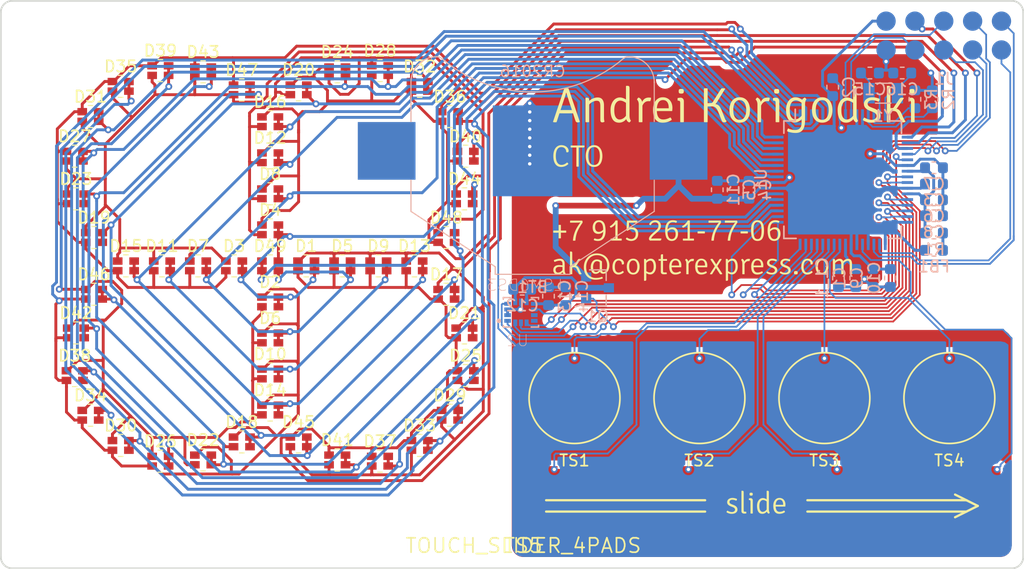
<source format=kicad_pcb>
(kicad_pcb (version 20171130) (host pcbnew 5.0.2+dfsg1-1~bpo9+1)
  (layers (0 F.Cu signal) (31 B.Cu signal hide) (34 B.Paste user hide) (35 F.Paste user hide) (36 B.SilkS user) (37 F.SilkS user) (38 B.Mask user hide) (39 F.Mask user hide) (44 Edge.Cuts user))
  (net 0 "")
  (net 1 LED_K0)
  (net 2 LED_K1)
  (net 3 LED_A0)
  (net 4 LED_K3)
  (net 5 LED_K2)
  (net 6 LED_K4)
  (net 7 LED_K5)
  (net 8 LED_K7)
  (net 9 LED_K6)
  (net 10 LED_K8)
  (net 11 LED_A1)
  (net 12 LED_A2)
  (net 13 LED_A3)
  (net 14 LED_A4)
  (net 15 LED_A5)
  (net 16 LED_A6)
  (net 17 LED_A7)
  (net 18 LED_A8)
  (net 19 VDD)
  (net 20 GND)
  (net 21 N$7)
  (net 22 N$6)
  (net 23 N$13)
  (net 24 N$14)
  (net 25 N$5)
  (net 26 N$19)
  (net 27 N$20)
  (net 28 N$16)
  (net 29 N$15)
  (net 30 N$17)
  (net 31 N$18)
  (net 32 N$12)
  (net 33 N$11)
  (net 34 TOUCH_PAD0)
  (net 35 N$1)
  (net 36 TOUCH_PAD1)
  (net 37 TOUCH_PAD2)
  (net 38 TOUCH_PAD3)
  (net 39 N$21)
  (net 40 N$22)
  (net 41 N$23)
  (net 42 N$8)
  (net 43 N$10)
  (net 44 N$9)
  (net 45 LED_K9)
  (net 46 LED_K10)
  (net 47 LED_K11)
  (net 48 LFXTAL_P)
  (net 49 LFXTAL_N)
  (net 50 IMU_VDD)
  (net 51 N$24)
  (net 52 MCU_AVDD)
  (net 53 N$2)
  (net 54 N$25)
  (module footprints:Text_Slide_Signika_Cu (layer F.Cu) (at 166.5 124.55)
    (fp_text reference svg2mod hide)
    (fp_text value G*** hide)
  )
  (module footprints:TouchPad_D8.0mm (layer F.Cu) (at 183.5 115)
    (fp_text reference TS4 (at 0 5.5) (layer F.SilkS))
    (fp_text value TOUCH_PAD)
    (pad 1 smd circle (at 0 0) (size 8 8) (layers F.Cu) (net 38 TOUCH_PAD3))
  )
  (module footprints:TouchPad_D8.0mm (layer F.Cu) (at 172.5 115)
    (fp_text reference TS3 (at 0 5.5) (layer F.SilkS))
    (fp_text value TOUCH_PAD)
    (pad 1 smd circle (at 0 0) (size 8 8) (layers F.Cu) (net 37 TOUCH_PAD2))
  )
  (module footprints:TouchPad_D8.0mm (layer F.Cu) (at 161.5 115)
    (fp_text reference TS2 (at 0 5.5) (layer F.SilkS))
    (fp_text value TOUCH_PAD)
    (pad 1 smd circle (at 0 0) (size 8 8) (layers F.Cu) (net 36 TOUCH_PAD1))
  )
  (module footprints:TouchPad_D8.0mm (layer F.Cu) (at 150.5 115)
    (fp_text reference TS1 (at 0 5.5) (layer F.SilkS))
    (fp_text value TOUCH_PAD)
    (pad 1 smd circle (at 0 0) (size 8 8) (layers F.Cu) (net 34 TOUCH_PAD0))
  )
  (module footprints:Text_Name_SilkS (layer F.Cu) (at 148.6 90.7)
    (fp_text reference svg2mod hide)
    (fp_text value G*** hide)
  )
  (module footprints:BatteryHolder_Keystone_3026_1x2016 (layer B.Cu) (at 146.812 93.218)
    (fp_text reference BT1 (at 0 12) (layer B.SilkS) (effects (justify mirror)))
    (fp_text value Battery_Cell)
    (fp_text user CR2016 (at 0 -7) (layer B.SilkS) (effects (font (thickness 0.125)) (justify mirror)))
    (pad 1 smd rect (at -12.85 0) (size 5.08 5.08) (layers B.Cu B.Paste B.Mask))
    (pad 1 smd rect (at 12.85 0) (size 5.08 5.08) (layers B.Cu B.Paste B.Mask) (net 19 VDD))
    (pad 2 smd rect (at 0 0) (size 7 8) (layers B.Cu B.Mask) (net 20 GND))
  )
  (module footprints:LED_DUAL_0606 (layer F.Cu) (at 123.709 103.351)
    (fp_text reference D49 (at 0 -1.75) (layer F.SilkS))
    (fp_text value LED_Dual_AACC)
    (pad 1 smd rect (at -0.725 -0.425) (size 0.85 0.65) (layers F.Cu F.Paste F.Mask) (net 18 LED_A8))
    (pad 2 smd rect (at -0.725 0.425) (size 0.85 0.65) (layers F.Cu F.Paste F.Mask) (net 18 LED_A8))
    (pad 4 smd rect (at 0.725 0.425) (size 0.85 0.65) (layers F.Cu F.Paste F.Mask) (net 2 LED_K1))
    (pad 3 smd rect (at 0.725 -0.425) (size 0.85 0.65) (layers F.Cu F.Paste F.Mask) (net 1 LED_K0))
  )
  (module footprints:LED_DUAL_0606 (layer F.Cu) (at 139.217852 100.851333)
    (fp_text reference D48 (at 0 -1.75) (layer F.SilkS))
    (fp_text value LED_Dual_AACC)
    (pad 1 smd rect (at -0.725 -0.425) (size 0.85 0.65) (layers F.Cu F.Paste F.Mask) (net 17 LED_A7))
    (pad 2 smd rect (at -0.725 0.425) (size 0.85 0.65) (layers F.Cu F.Paste F.Mask) (net 16 LED_A6))
    (pad 4 smd rect (at 0.725 0.425) (size 0.85 0.65) (layers F.Cu F.Paste F.Mask) (net 47 LED_K11))
    (pad 3 smd rect (at 0.725 -0.425) (size 0.85 0.65) (layers F.Cu F.Paste F.Mask) (net 47 LED_K11))
  )
  (module footprints:LED_DUAL_0606 (layer F.Cu) (at 121.209333 87.842147)
    (fp_text reference D47 (at 0 -1.75) (layer F.SilkS))
    (fp_text value LED_Dual_AACC)
    (pad 1 smd rect (at -0.725 -0.425) (size 0.85 0.65) (layers F.Cu F.Paste F.Mask) (net 15 LED_A5))
    (pad 2 smd rect (at -0.725 0.425) (size 0.85 0.65) (layers F.Cu F.Paste F.Mask) (net 14 LED_A4))
    (pad 4 smd rect (at 0.725 0.425) (size 0.85 0.65) (layers F.Cu F.Paste F.Mask) (net 47 LED_K11))
    (pad 3 smd rect (at 0.725 -0.425) (size 0.85 0.65) (layers F.Cu F.Paste F.Mask) (net 47 LED_K11))
  )
  (module footprints:LED_DUAL_0606 (layer F.Cu) (at 108.200147 105.850666)
    (fp_text reference D46 (at 0 -1.75) (layer F.SilkS))
    (fp_text value LED_Dual_AACC)
    (pad 1 smd rect (at -0.725 -0.425) (size 0.85 0.65) (layers F.Cu F.Paste F.Mask) (net 13 LED_A3))
    (pad 2 smd rect (at -0.725 0.425) (size 0.85 0.65) (layers F.Cu F.Paste F.Mask) (net 12 LED_A2))
    (pad 4 smd rect (at 0.725 0.425) (size 0.85 0.65) (layers F.Cu F.Paste F.Mask) (net 47 LED_K11))
    (pad 3 smd rect (at 0.725 -0.425) (size 0.85 0.65) (layers F.Cu F.Paste F.Mask) (net 47 LED_K11))
  )
  (module footprints:LED_DUAL_0606 (layer F.Cu) (at 126.208666 118.859852)
    (fp_text reference D45 (at 0 -1.75) (layer F.SilkS))
    (fp_text value LED_Dual_AACC)
    (pad 1 smd rect (at -0.725 -0.425) (size 0.85 0.65) (layers F.Cu F.Paste F.Mask) (net 11 LED_A1))
    (pad 2 smd rect (at -0.725 0.425) (size 0.85 0.65) (layers F.Cu F.Paste F.Mask) (net 3 LED_A0))
    (pad 4 smd rect (at 0.725 0.425) (size 0.85 0.65) (layers F.Cu F.Paste F.Mask) (net 47 LED_K11))
    (pad 3 smd rect (at 0.725 -0.425) (size 0.85 0.65) (layers F.Cu F.Paste F.Mask) (net 47 LED_K11))
  )
  (module footprints:LED_DUAL_0606 (layer F.Cu) (at 140.806919 97.443568)
    (fp_text reference D44 (at 0 -1.75) (layer F.SilkS))
    (fp_text value LED_Dual_AACC)
    (pad 1 smd rect (at -0.725 -0.425) (size 0.85 0.65) (layers F.Cu F.Paste F.Mask) (net 17 LED_A7))
    (pad 2 smd rect (at -0.725 0.425) (size 0.85 0.65) (layers F.Cu F.Paste F.Mask) (net 16 LED_A6))
    (pad 4 smd rect (at 0.725 0.425) (size 0.85 0.65) (layers F.Cu F.Paste F.Mask) (net 46 LED_K10))
    (pad 3 smd rect (at 0.725 -0.425) (size 0.85 0.65) (layers F.Cu F.Paste F.Mask) (net 46 LED_K10))
  )
  (module footprints:LED_DUAL_0606 (layer F.Cu) (at 117.801568 86.25308)
    (fp_text reference D43 (at 0 -1.75) (layer F.SilkS))
    (fp_text value LED_Dual_AACC)
    (pad 1 smd rect (at -0.725 -0.425) (size 0.85 0.65) (layers F.Cu F.Paste F.Mask) (net 15 LED_A5))
    (pad 2 smd rect (at -0.725 0.425) (size 0.85 0.65) (layers F.Cu F.Paste F.Mask) (net 14 LED_A4))
    (pad 4 smd rect (at 0.725 0.425) (size 0.85 0.65) (layers F.Cu F.Paste F.Mask) (net 46 LED_K10))
    (pad 3 smd rect (at 0.725 -0.425) (size 0.85 0.65) (layers F.Cu F.Paste F.Mask) (net 46 LED_K10))
  )
  (module footprints:LED_DUAL_0606 (layer F.Cu) (at 106.61108 109.258431)
    (fp_text reference D42 (at 0 -1.75) (layer F.SilkS))
    (fp_text value LED_Dual_AACC)
    (pad 1 smd rect (at -0.725 -0.425) (size 0.85 0.65) (layers F.Cu F.Paste F.Mask) (net 13 LED_A3))
    (pad 2 smd rect (at -0.725 0.425) (size 0.85 0.65) (layers F.Cu F.Paste F.Mask) (net 12 LED_A2))
    (pad 4 smd rect (at 0.725 0.425) (size 0.85 0.65) (layers F.Cu F.Paste F.Mask) (net 46 LED_K10))
    (pad 3 smd rect (at 0.725 -0.425) (size 0.85 0.65) (layers F.Cu F.Paste F.Mask) (net 46 LED_K10))
  )
  (module footprints:LED_DUAL_0606 (layer F.Cu) (at 129.616431 120.448919)
    (fp_text reference D41 (at 0 -1.75) (layer F.SilkS))
    (fp_text value LED_Dual_AACC)
    (pad 1 smd rect (at -0.725 -0.425) (size 0.85 0.65) (layers F.Cu F.Paste F.Mask) (net 11 LED_A1))
    (pad 2 smd rect (at -0.725 0.425) (size 0.85 0.65) (layers F.Cu F.Paste F.Mask) (net 3 LED_A0))
    (pad 4 smd rect (at 0.725 0.425) (size 0.85 0.65) (layers F.Cu F.Paste F.Mask) (net 46 LED_K10))
    (pad 3 smd rect (at 0.725 -0.425) (size 0.85 0.65) (layers F.Cu F.Paste F.Mask) (net 46 LED_K10))
  )
  (module footprints:LED_DUAL_0606 (layer F.Cu) (at 140.916279 93.685107)
    (fp_text reference D40 (at 0 -1.75) (layer F.SilkS))
    (fp_text value LED_Dual_AACC)
    (pad 1 smd rect (at -0.725 -0.425) (size 0.85 0.65) (layers F.Cu F.Paste F.Mask) (net 17 LED_A7))
    (pad 2 smd rect (at -0.725 0.425) (size 0.85 0.65) (layers F.Cu F.Paste F.Mask) (net 16 LED_A6))
    (pad 4 smd rect (at 0.725 0.425) (size 0.85 0.65) (layers F.Cu F.Paste F.Mask) (net 45 LED_K9))
    (pad 3 smd rect (at 0.725 -0.425) (size 0.85 0.65) (layers F.Cu F.Paste F.Mask) (net 45 LED_K9))
  )
  (module footprints:LED_DUAL_0606 (layer F.Cu) (at 114.043107 86.14372)
    (fp_text reference D39 (at 0 -1.75) (layer F.SilkS))
    (fp_text value LED_Dual_AACC)
    (pad 1 smd rect (at -0.725 -0.425) (size 0.85 0.65) (layers F.Cu F.Paste F.Mask) (net 15 LED_A5))
    (pad 2 smd rect (at -0.725 0.425) (size 0.85 0.65) (layers F.Cu F.Paste F.Mask) (net 14 LED_A4))
    (pad 4 smd rect (at 0.725 0.425) (size 0.85 0.65) (layers F.Cu F.Paste F.Mask) (net 45 LED_K9))
    (pad 3 smd rect (at 0.725 -0.425) (size 0.85 0.65) (layers F.Cu F.Paste F.Mask) (net 45 LED_K9))
  )
  (module footprints:LED_DUAL_0606 (layer F.Cu) (at 106.50172 113.016892)
    (fp_text reference D38 (at 0 -1.75) (layer F.SilkS))
    (fp_text value LED_Dual_AACC)
    (pad 1 smd rect (at -0.725 -0.425) (size 0.85 0.65) (layers F.Cu F.Paste F.Mask) (net 13 LED_A3))
    (pad 2 smd rect (at -0.725 0.425) (size 0.85 0.65) (layers F.Cu F.Paste F.Mask) (net 12 LED_A2))
    (pad 4 smd rect (at 0.725 0.425) (size 0.85 0.65) (layers F.Cu F.Paste F.Mask) (net 45 LED_K9))
    (pad 3 smd rect (at 0.725 -0.425) (size 0.85 0.65) (layers F.Cu F.Paste F.Mask) (net 45 LED_K9))
  )
  (module footprints:LED_DUAL_0606 (layer F.Cu) (at 133.374892 120.558279)
    (fp_text reference D37 (at 0 -1.75) (layer F.SilkS))
    (fp_text value LED_Dual_AACC)
    (pad 1 smd rect (at -0.725 -0.425) (size 0.85 0.65) (layers F.Cu F.Paste F.Mask) (net 11 LED_A1))
    (pad 2 smd rect (at -0.725 0.425) (size 0.85 0.65) (layers F.Cu F.Paste F.Mask) (net 3 LED_A0))
    (pad 4 smd rect (at 0.725 0.425) (size 0.85 0.65) (layers F.Cu F.Paste F.Mask) (net 45 LED_K9))
    (pad 3 smd rect (at 0.725 -0.425) (size 0.85 0.65) (layers F.Cu F.Paste F.Mask) (net 45 LED_K9))
  )
  (module footprints:LED_DUAL_0606 (layer F.Cu) (at 139.528045 90.190712)
    (fp_text reference D36 (at 0 -1.75) (layer F.SilkS))
    (fp_text value LED_Dual_AACC)
    (pad 1 smd rect (at -0.725 -0.425) (size 0.85 0.65) (layers F.Cu F.Paste F.Mask) (net 17 LED_A7))
    (pad 2 smd rect (at -0.725 0.425) (size 0.85 0.65) (layers F.Cu F.Paste F.Mask) (net 16 LED_A6))
    (pad 4 smd rect (at 0.725 0.425) (size 0.85 0.65) (layers F.Cu F.Paste F.Mask) (net 10 LED_K8))
    (pad 3 smd rect (at 0.725 -0.425) (size 0.85 0.65) (layers F.Cu F.Paste F.Mask) (net 10 LED_K8))
  )
  (module footprints:LED_DUAL_0606 (layer F.Cu) (at 110.548712 87.531954)
    (fp_text reference D35 (at 0 -1.75) (layer F.SilkS))
    (fp_text value LED_Dual_AACC)
    (pad 1 smd rect (at -0.725 -0.425) (size 0.85 0.65) (layers F.Cu F.Paste F.Mask) (net 15 LED_A5))
    (pad 2 smd rect (at -0.725 0.425) (size 0.85 0.65) (layers F.Cu F.Paste F.Mask) (net 14 LED_A4))
    (pad 4 smd rect (at 0.725 0.425) (size 0.85 0.65) (layers F.Cu F.Paste F.Mask) (net 10 LED_K8))
    (pad 3 smd rect (at 0.725 -0.425) (size 0.85 0.65) (layers F.Cu F.Paste F.Mask) (net 10 LED_K8))
  )
  (module footprints:LED_DUAL_0606 (layer F.Cu) (at 107.889954 116.511287)
    (fp_text reference D34 (at 0 -1.75) (layer F.SilkS))
    (fp_text value LED_Dual_AACC)
    (pad 1 smd rect (at -0.725 -0.425) (size 0.85 0.65) (layers F.Cu F.Paste F.Mask) (net 13 LED_A3))
    (pad 2 smd rect (at -0.725 0.425) (size 0.85 0.65) (layers F.Cu F.Paste F.Mask) (net 12 LED_A2))
    (pad 4 smd rect (at 0.725 0.425) (size 0.85 0.65) (layers F.Cu F.Paste F.Mask) (net 10 LED_K8))
    (pad 3 smd rect (at 0.725 -0.425) (size 0.85 0.65) (layers F.Cu F.Paste F.Mask) (net 10 LED_K8))
  )
  (module footprints:LED_DUAL_0606 (layer F.Cu) (at 136.869287 119.170045)
    (fp_text reference D33 (at 0 -1.75) (layer F.SilkS))
    (fp_text value LED_Dual_AACC)
    (pad 1 smd rect (at -0.725 -0.425) (size 0.85 0.65) (layers F.Cu F.Paste F.Mask) (net 11 LED_A1))
    (pad 2 smd rect (at -0.725 0.425) (size 0.85 0.65) (layers F.Cu F.Paste F.Mask) (net 3 LED_A0))
    (pad 4 smd rect (at 0.725 0.425) (size 0.85 0.65) (layers F.Cu F.Paste F.Mask) (net 10 LED_K8))
    (pad 3 smd rect (at 0.725 -0.425) (size 0.85 0.65) (layers F.Cu F.Paste F.Mask) (net 10 LED_K8))
  )
  (module footprints:LED_DUAL_0606 (layer F.Cu) (at 136.869287 87.531954)
    (fp_text reference D32 (at 0 -1.75) (layer F.SilkS))
    (fp_text value LED_Dual_AACC)
    (pad 1 smd rect (at -0.725 -0.425) (size 0.85 0.65) (layers F.Cu F.Paste F.Mask) (net 17 LED_A7))
    (pad 2 smd rect (at -0.725 0.425) (size 0.85 0.65) (layers F.Cu F.Paste F.Mask) (net 16 LED_A6))
    (pad 4 smd rect (at 0.725 0.425) (size 0.85 0.65) (layers F.Cu F.Paste F.Mask) (net 8 LED_K7))
    (pad 3 smd rect (at 0.725 -0.425) (size 0.85 0.65) (layers F.Cu F.Paste F.Mask) (net 8 LED_K7))
  )
  (module footprints:LED_DUAL_0606 (layer F.Cu) (at 107.889954 90.190712)
    (fp_text reference D31 (at 0 -1.75) (layer F.SilkS))
    (fp_text value LED_Dual_AACC)
    (pad 1 smd rect (at -0.725 -0.425) (size 0.85 0.65) (layers F.Cu F.Paste F.Mask) (net 15 LED_A5))
    (pad 2 smd rect (at -0.725 0.425) (size 0.85 0.65) (layers F.Cu F.Paste F.Mask) (net 14 LED_A4))
    (pad 4 smd rect (at 0.725 0.425) (size 0.85 0.65) (layers F.Cu F.Paste F.Mask) (net 8 LED_K7))
    (pad 3 smd rect (at 0.725 -0.425) (size 0.85 0.65) (layers F.Cu F.Paste F.Mask) (net 8 LED_K7))
  )
  (module footprints:LED_DUAL_0606 (layer F.Cu) (at 110.548712 119.170045)
    (fp_text reference D30 (at 0 -1.75) (layer F.SilkS))
    (fp_text value LED_Dual_AACC)
    (pad 1 smd rect (at -0.725 -0.425) (size 0.85 0.65) (layers F.Cu F.Paste F.Mask) (net 13 LED_A3))
    (pad 2 smd rect (at -0.725 0.425) (size 0.85 0.65) (layers F.Cu F.Paste F.Mask) (net 12 LED_A2))
    (pad 4 smd rect (at 0.725 0.425) (size 0.85 0.65) (layers F.Cu F.Paste F.Mask) (net 8 LED_K7))
    (pad 3 smd rect (at 0.725 -0.425) (size 0.85 0.65) (layers F.Cu F.Paste F.Mask) (net 8 LED_K7))
  )
  (module footprints:LED_DUAL_0606 (layer F.Cu) (at 139.528045 116.511287)
    (fp_text reference D29 (at 0 -1.75) (layer F.SilkS))
    (fp_text value LED_Dual_AACC)
    (pad 1 smd rect (at -0.725 -0.425) (size 0.85 0.65) (layers F.Cu F.Paste F.Mask) (net 11 LED_A1))
    (pad 2 smd rect (at -0.725 0.425) (size 0.85 0.65) (layers F.Cu F.Paste F.Mask) (net 3 LED_A0))
    (pad 4 smd rect (at 0.725 0.425) (size 0.85 0.65) (layers F.Cu F.Paste F.Mask) (net 8 LED_K7))
    (pad 3 smd rect (at 0.725 -0.425) (size 0.85 0.65) (layers F.Cu F.Paste F.Mask) (net 8 LED_K7))
  )
  (module footprints:LED_DUAL_0606 (layer F.Cu) (at 133.374892 86.14372)
    (fp_text reference D28 (at 0 -1.75) (layer F.SilkS))
    (fp_text value LED_Dual_AACC)
    (pad 1 smd rect (at -0.725 -0.425) (size 0.85 0.65) (layers F.Cu F.Paste F.Mask) (net 17 LED_A7))
    (pad 2 smd rect (at -0.725 0.425) (size 0.85 0.65) (layers F.Cu F.Paste F.Mask) (net 16 LED_A6))
    (pad 4 smd rect (at 0.725 0.425) (size 0.85 0.65) (layers F.Cu F.Paste F.Mask) (net 9 LED_K6))
    (pad 3 smd rect (at 0.725 -0.425) (size 0.85 0.65) (layers F.Cu F.Paste F.Mask) (net 9 LED_K6))
  )
  (module footprints:LED_DUAL_0606 (layer F.Cu) (at 106.50172 93.685107)
    (fp_text reference D27 (at 0 -1.75) (layer F.SilkS))
    (fp_text value LED_Dual_AACC)
    (pad 1 smd rect (at -0.725 -0.425) (size 0.85 0.65) (layers F.Cu F.Paste F.Mask) (net 15 LED_A5))
    (pad 2 smd rect (at -0.725 0.425) (size 0.85 0.65) (layers F.Cu F.Paste F.Mask) (net 14 LED_A4))
    (pad 4 smd rect (at 0.725 0.425) (size 0.85 0.65) (layers F.Cu F.Paste F.Mask) (net 9 LED_K6))
    (pad 3 smd rect (at 0.725 -0.425) (size 0.85 0.65) (layers F.Cu F.Paste F.Mask) (net 9 LED_K6))
  )
  (module footprints:LED_DUAL_0606 (layer F.Cu) (at 114.043107 120.558279)
    (fp_text reference D26 (at 0 -1.75) (layer F.SilkS))
    (fp_text value LED_Dual_AACC)
    (pad 1 smd rect (at -0.725 -0.425) (size 0.85 0.65) (layers F.Cu F.Paste F.Mask) (net 13 LED_A3))
    (pad 2 smd rect (at -0.725 0.425) (size 0.85 0.65) (layers F.Cu F.Paste F.Mask) (net 12 LED_A2))
    (pad 4 smd rect (at 0.725 0.425) (size 0.85 0.65) (layers F.Cu F.Paste F.Mask) (net 9 LED_K6))
    (pad 3 smd rect (at 0.725 -0.425) (size 0.85 0.65) (layers F.Cu F.Paste F.Mask) (net 9 LED_K6))
  )
  (module footprints:LED_DUAL_0606 (layer F.Cu) (at 140.916279 113.016892)
    (fp_text reference D25 (at 0 -1.75) (layer F.SilkS))
    (fp_text value LED_Dual_AACC)
    (pad 1 smd rect (at -0.725 -0.425) (size 0.85 0.65) (layers F.Cu F.Paste F.Mask) (net 11 LED_A1))
    (pad 2 smd rect (at -0.725 0.425) (size 0.85 0.65) (layers F.Cu F.Paste F.Mask) (net 3 LED_A0))
    (pad 4 smd rect (at 0.725 0.425) (size 0.85 0.65) (layers F.Cu F.Paste F.Mask) (net 9 LED_K6))
    (pad 3 smd rect (at 0.725 -0.425) (size 0.85 0.65) (layers F.Cu F.Paste F.Mask) (net 9 LED_K6))
  )
  (module footprints:LED_DUAL_0606 (layer F.Cu) (at 129.616431 86.25308)
    (fp_text reference D24 (at 0 -1.75) (layer F.SilkS))
    (fp_text value LED_Dual_AACC)
    (pad 1 smd rect (at -0.725 -0.425) (size 0.85 0.65) (layers F.Cu F.Paste F.Mask) (net 16 LED_A6))
    (pad 2 smd rect (at -0.725 0.425) (size 0.85 0.65) (layers F.Cu F.Paste F.Mask) (net 17 LED_A7))
    (pad 4 smd rect (at 0.725 0.425) (size 0.85 0.65) (layers F.Cu F.Paste F.Mask) (net 7 LED_K5))
    (pad 3 smd rect (at 0.725 -0.425) (size 0.85 0.65) (layers F.Cu F.Paste F.Mask) (net 7 LED_K5))
  )
  (module footprints:LED_DUAL_0606 (layer F.Cu) (at 106.61108 97.443568)
    (fp_text reference D23 (at 0 -1.75) (layer F.SilkS))
    (fp_text value LED_Dual_AACC)
    (pad 1 smd rect (at -0.725 -0.425) (size 0.85 0.65) (layers F.Cu F.Paste F.Mask) (net 14 LED_A4))
    (pad 2 smd rect (at -0.725 0.425) (size 0.85 0.65) (layers F.Cu F.Paste F.Mask) (net 15 LED_A5))
    (pad 4 smd rect (at 0.725 0.425) (size 0.85 0.65) (layers F.Cu F.Paste F.Mask) (net 7 LED_K5))
    (pad 3 smd rect (at 0.725 -0.425) (size 0.85 0.65) (layers F.Cu F.Paste F.Mask) (net 7 LED_K5))
  )
  (module footprints:LED_DUAL_0606 (layer F.Cu) (at 117.801568 120.448919)
    (fp_text reference D22 (at 0 -1.75) (layer F.SilkS))
    (fp_text value LED_Dual_AACC)
    (pad 1 smd rect (at -0.725 -0.425) (size 0.85 0.65) (layers F.Cu F.Paste F.Mask) (net 12 LED_A2))
    (pad 2 smd rect (at -0.725 0.425) (size 0.85 0.65) (layers F.Cu F.Paste F.Mask) (net 13 LED_A3))
    (pad 4 smd rect (at 0.725 0.425) (size 0.85 0.65) (layers F.Cu F.Paste F.Mask) (net 7 LED_K5))
    (pad 3 smd rect (at 0.725 -0.425) (size 0.85 0.65) (layers F.Cu F.Paste F.Mask) (net 7 LED_K5))
  )
  (module footprints:LED_DUAL_0606 (layer F.Cu) (at 140.806919 109.258431)
    (fp_text reference D21 (at 0 -1.75) (layer F.SilkS))
    (fp_text value LED_Dual_AACC)
    (pad 1 smd rect (at -0.725 -0.425) (size 0.85 0.65) (layers F.Cu F.Paste F.Mask) (net 3 LED_A0))
    (pad 2 smd rect (at -0.725 0.425) (size 0.85 0.65) (layers F.Cu F.Paste F.Mask) (net 11 LED_A1))
    (pad 4 smd rect (at 0.725 0.425) (size 0.85 0.65) (layers F.Cu F.Paste F.Mask) (net 7 LED_K5))
    (pad 3 smd rect (at 0.725 -0.425) (size 0.85 0.65) (layers F.Cu F.Paste F.Mask) (net 7 LED_K5))
  )
  (module footprints:LED_DUAL_0606 (layer F.Cu) (at 126.208666 87.842147)
    (fp_text reference D20 (at 0 -1.75) (layer F.SilkS))
    (fp_text value LED_Dual_AACC)
    (pad 1 smd rect (at -0.725 -0.425) (size 0.85 0.65) (layers F.Cu F.Paste F.Mask) (net 16 LED_A6))
    (pad 2 smd rect (at -0.725 0.425) (size 0.85 0.65) (layers F.Cu F.Paste F.Mask) (net 17 LED_A7))
    (pad 4 smd rect (at 0.725 0.425) (size 0.85 0.65) (layers F.Cu F.Paste F.Mask) (net 6 LED_K4))
    (pad 3 smd rect (at 0.725 -0.425) (size 0.85 0.65) (layers F.Cu F.Paste F.Mask) (net 6 LED_K4))
  )
  (module footprints:LED_DUAL_0606 (layer F.Cu) (at 108.200147 100.851333)
    (fp_text reference D19 (at 0 -1.75) (layer F.SilkS))
    (fp_text value LED_Dual_AACC)
    (pad 1 smd rect (at -0.725 -0.425) (size 0.85 0.65) (layers F.Cu F.Paste F.Mask) (net 14 LED_A4))
    (pad 2 smd rect (at -0.725 0.425) (size 0.85 0.65) (layers F.Cu F.Paste F.Mask) (net 15 LED_A5))
    (pad 4 smd rect (at 0.725 0.425) (size 0.85 0.65) (layers F.Cu F.Paste F.Mask) (net 6 LED_K4))
    (pad 3 smd rect (at 0.725 -0.425) (size 0.85 0.65) (layers F.Cu F.Paste F.Mask) (net 6 LED_K4))
  )
  (module footprints:LED_DUAL_0606 (layer F.Cu) (at 121.209333 118.859852)
    (fp_text reference D18 (at 0 -1.75) (layer F.SilkS))
    (fp_text value LED_Dual_AACC)
    (pad 1 smd rect (at -0.725 -0.425) (size 0.85 0.65) (layers F.Cu F.Paste F.Mask) (net 12 LED_A2))
    (pad 2 smd rect (at -0.725 0.425) (size 0.85 0.65) (layers F.Cu F.Paste F.Mask) (net 13 LED_A3))
    (pad 4 smd rect (at 0.725 0.425) (size 0.85 0.65) (layers F.Cu F.Paste F.Mask) (net 6 LED_K4))
    (pad 3 smd rect (at 0.725 -0.425) (size 0.85 0.65) (layers F.Cu F.Paste F.Mask) (net 6 LED_K4))
  )
  (module footprints:LED_DUAL_0606 (layer F.Cu) (at 139.217852 105.850666)
    (fp_text reference D17 (at 0 -1.75) (layer F.SilkS))
    (fp_text value LED_Dual_AACC)
    (pad 1 smd rect (at -0.725 -0.425) (size 0.85 0.65) (layers F.Cu F.Paste F.Mask) (net 3 LED_A0))
    (pad 2 smd rect (at -0.725 0.425) (size 0.85 0.65) (layers F.Cu F.Paste F.Mask) (net 11 LED_A1))
    (pad 4 smd rect (at 0.725 0.425) (size 0.85 0.65) (layers F.Cu F.Paste F.Mask) (net 6 LED_K4))
    (pad 3 smd rect (at 0.725 -0.425) (size 0.85 0.65) (layers F.Cu F.Paste F.Mask) (net 6 LED_K4))
  )
  (module footprints:LED_DUAL_0606 (layer F.Cu) (at 123.709 90.651)
    (fp_text reference D16 (at 0 -1.75) (layer F.SilkS))
    (fp_text value LED_Dual_AACC)
    (pad 1 smd rect (at -0.725 -0.425) (size 0.85 0.65) (layers F.Cu F.Paste F.Mask) (net 16 LED_A6))
    (pad 2 smd rect (at -0.725 0.425) (size 0.85 0.65) (layers F.Cu F.Paste F.Mask) (net 17 LED_A7))
    (pad 4 smd rect (at 0.725 0.425) (size 0.85 0.65) (layers F.Cu F.Paste F.Mask) (net 4 LED_K3))
    (pad 3 smd rect (at 0.725 -0.425) (size 0.85 0.65) (layers F.Cu F.Paste F.Mask) (net 4 LED_K3))
  )
  (module footprints:LED_DUAL_0606 (layer F.Cu) (at 111.009 103.351)
    (fp_text reference D15 (at 0 -1.75) (layer F.SilkS))
    (fp_text value LED_Dual_AACC)
    (pad 1 smd rect (at -0.725 -0.425) (size 0.85 0.65) (layers F.Cu F.Paste F.Mask) (net 14 LED_A4))
    (pad 2 smd rect (at -0.725 0.425) (size 0.85 0.65) (layers F.Cu F.Paste F.Mask) (net 15 LED_A5))
    (pad 4 smd rect (at 0.725 0.425) (size 0.85 0.65) (layers F.Cu F.Paste F.Mask) (net 4 LED_K3))
    (pad 3 smd rect (at 0.725 -0.425) (size 0.85 0.65) (layers F.Cu F.Paste F.Mask) (net 4 LED_K3))
  )
  (module footprints:LED_DUAL_0606 (layer F.Cu) (at 123.709 116.051)
    (fp_text reference D14 (at 0 -1.75) (layer F.SilkS))
    (fp_text value LED_Dual_AACC)
    (pad 1 smd rect (at -0.725 -0.425) (size 0.85 0.65) (layers F.Cu F.Paste F.Mask) (net 12 LED_A2))
    (pad 2 smd rect (at -0.725 0.425) (size 0.85 0.65) (layers F.Cu F.Paste F.Mask) (net 13 LED_A3))
    (pad 4 smd rect (at 0.725 0.425) (size 0.85 0.65) (layers F.Cu F.Paste F.Mask) (net 4 LED_K3))
    (pad 3 smd rect (at 0.725 -0.425) (size 0.85 0.65) (layers F.Cu F.Paste F.Mask) (net 4 LED_K3))
  )
  (module footprints:LED_DUAL_0606 (layer F.Cu) (at 136.409 103.351)
    (fp_text reference D13 (at 0 -1.75) (layer F.SilkS))
    (fp_text value LED_Dual_AACC)
    (pad 1 smd rect (at -0.725 -0.425) (size 0.85 0.65) (layers F.Cu F.Paste F.Mask) (net 3 LED_A0))
    (pad 2 smd rect (at -0.725 0.425) (size 0.85 0.65) (layers F.Cu F.Paste F.Mask) (net 11 LED_A1))
    (pad 4 smd rect (at 0.725 0.425) (size 0.85 0.65) (layers F.Cu F.Paste F.Mask) (net 4 LED_K3))
    (pad 3 smd rect (at 0.725 -0.425) (size 0.85 0.65) (layers F.Cu F.Paste F.Mask) (net 4 LED_K3))
  )
  (module footprints:LED_DUAL_0606 (layer F.Cu) (at 123.709 93.826)
    (fp_text reference D12 (at 0 -1.75) (layer F.SilkS))
    (fp_text value LED_Dual_AACC)
    (pad 1 smd rect (at -0.725 -0.425) (size 0.85 0.65) (layers F.Cu F.Paste F.Mask) (net 16 LED_A6))
    (pad 2 smd rect (at -0.725 0.425) (size 0.85 0.65) (layers F.Cu F.Paste F.Mask) (net 17 LED_A7))
    (pad 4 smd rect (at 0.725 0.425) (size 0.85 0.65) (layers F.Cu F.Paste F.Mask) (net 5 LED_K2))
    (pad 3 smd rect (at 0.725 -0.425) (size 0.85 0.65) (layers F.Cu F.Paste F.Mask) (net 5 LED_K2))
  )
  (module footprints:LED_DUAL_0606 (layer F.Cu) (at 114.184 103.351)
    (fp_text reference D11 (at 0 -1.75) (layer F.SilkS))
    (fp_text value LED_Dual_AACC)
    (pad 1 smd rect (at -0.725 -0.425) (size 0.85 0.65) (layers F.Cu F.Paste F.Mask) (net 14 LED_A4))
    (pad 2 smd rect (at -0.725 0.425) (size 0.85 0.65) (layers F.Cu F.Paste F.Mask) (net 15 LED_A5))
    (pad 4 smd rect (at 0.725 0.425) (size 0.85 0.65) (layers F.Cu F.Paste F.Mask) (net 5 LED_K2))
    (pad 3 smd rect (at 0.725 -0.425) (size 0.85 0.65) (layers F.Cu F.Paste F.Mask) (net 5 LED_K2))
  )
  (module footprints:LED_DUAL_0606 (layer F.Cu) (at 123.709 112.875999)
    (fp_text reference D10 (at 0 -1.75) (layer F.SilkS))
    (fp_text value LED_Dual_AACC)
    (pad 1 smd rect (at -0.725 -0.425) (size 0.85 0.65) (layers F.Cu F.Paste F.Mask) (net 12 LED_A2))
    (pad 2 smd rect (at -0.725 0.425) (size 0.85 0.65) (layers F.Cu F.Paste F.Mask) (net 13 LED_A3))
    (pad 4 smd rect (at 0.725 0.425) (size 0.85 0.65) (layers F.Cu F.Paste F.Mask) (net 5 LED_K2))
    (pad 3 smd rect (at 0.725 -0.425) (size 0.85 0.65) (layers F.Cu F.Paste F.Mask) (net 5 LED_K2))
  )
  (module footprints:LED_DUAL_0606 (layer F.Cu) (at 133.234 103.351)
    (fp_text reference D9 (at 0 -1.75) (layer F.SilkS))
    (fp_text value LED_Dual_AACC)
    (pad 1 smd rect (at -0.725 -0.425) (size 0.85 0.65) (layers F.Cu F.Paste F.Mask) (net 3 LED_A0))
    (pad 2 smd rect (at -0.725 0.425) (size 0.85 0.65) (layers F.Cu F.Paste F.Mask) (net 11 LED_A1))
    (pad 4 smd rect (at 0.725 0.425) (size 0.85 0.65) (layers F.Cu F.Paste F.Mask) (net 5 LED_K2))
    (pad 3 smd rect (at 0.725 -0.425) (size 0.85 0.65) (layers F.Cu F.Paste F.Mask) (net 5 LED_K2))
  )
  (module footprints:LED_DUAL_0606 (layer F.Cu) (at 123.709 97.001)
    (fp_text reference D8 (at 0 -1.75) (layer F.SilkS))
    (fp_text value LED_Dual_AACC)
    (pad 1 smd rect (at -0.725 -0.425) (size 0.85 0.65) (layers F.Cu F.Paste F.Mask) (net 16 LED_A6))
    (pad 2 smd rect (at -0.725 0.425) (size 0.85 0.65) (layers F.Cu F.Paste F.Mask) (net 17 LED_A7))
    (pad 4 smd rect (at 0.725 0.425) (size 0.85 0.65) (layers F.Cu F.Paste F.Mask) (net 2 LED_K1))
    (pad 3 smd rect (at 0.725 -0.425) (size 0.85 0.65) (layers F.Cu F.Paste F.Mask) (net 2 LED_K1))
  )
  (module footprints:LED_DUAL_0606 (layer F.Cu) (at 117.359 103.351)
    (fp_text reference D7 (at 0 -1.75) (layer F.SilkS))
    (fp_text value LED_Dual_AACC)
    (pad 1 smd rect (at -0.725 -0.425) (size 0.85 0.65) (layers F.Cu F.Paste F.Mask) (net 14 LED_A4))
    (pad 2 smd rect (at -0.725 0.425) (size 0.85 0.65) (layers F.Cu F.Paste F.Mask) (net 15 LED_A5))
    (pad 4 smd rect (at 0.725 0.425) (size 0.85 0.65) (layers F.Cu F.Paste F.Mask) (net 2 LED_K1))
    (pad 3 smd rect (at 0.725 -0.425) (size 0.85 0.65) (layers F.Cu F.Paste F.Mask) (net 2 LED_K1))
  )
  (module footprints:LED_DUAL_0606 (layer F.Cu) (at 123.709 109.701)
    (fp_text reference D6 (at 0 -1.75) (layer F.SilkS))
    (fp_text value LED_Dual_AACC)
    (pad 1 smd rect (at -0.725 -0.425) (size 0.85 0.65) (layers F.Cu F.Paste F.Mask) (net 12 LED_A2))
    (pad 2 smd rect (at -0.725 0.425) (size 0.85 0.65) (layers F.Cu F.Paste F.Mask) (net 13 LED_A3))
    (pad 4 smd rect (at 0.725 0.425) (size 0.85 0.65) (layers F.Cu F.Paste F.Mask) (net 2 LED_K1))
    (pad 3 smd rect (at 0.725 -0.425) (size 0.85 0.65) (layers F.Cu F.Paste F.Mask) (net 2 LED_K1))
  )
  (module footprints:LED_DUAL_0606 (layer F.Cu) (at 130.059 103.351)
    (fp_text reference D5 (at 0 -1.75) (layer F.SilkS))
    (fp_text value LED_Dual_AACC)
    (pad 1 smd rect (at -0.725 -0.425) (size 0.85 0.65) (layers F.Cu F.Paste F.Mask) (net 3 LED_A0))
    (pad 2 smd rect (at -0.725 0.425) (size 0.85 0.65) (layers F.Cu F.Paste F.Mask) (net 11 LED_A1))
    (pad 4 smd rect (at 0.725 0.425) (size 0.85 0.65) (layers F.Cu F.Paste F.Mask) (net 2 LED_K1))
    (pad 3 smd rect (at 0.725 -0.425) (size 0.85 0.65) (layers F.Cu F.Paste F.Mask) (net 2 LED_K1))
  )
  (module footprints:LED_DUAL_0606 (layer F.Cu) (at 123.709 100.176)
    (fp_text reference D4 (at 0 -1.75) (layer F.SilkS))
    (fp_text value LED_Dual_AACC)
    (pad 1 smd rect (at -0.725 -0.425) (size 0.85 0.65) (layers F.Cu F.Paste F.Mask) (net 16 LED_A6))
    (pad 2 smd rect (at -0.725 0.425) (size 0.85 0.65) (layers F.Cu F.Paste F.Mask) (net 17 LED_A7))
    (pad 4 smd rect (at 0.725 0.425) (size 0.85 0.65) (layers F.Cu F.Paste F.Mask) (net 1 LED_K0))
    (pad 3 smd rect (at 0.725 -0.425) (size 0.85 0.65) (layers F.Cu F.Paste F.Mask) (net 1 LED_K0))
  )
  (module footprints:LED_DUAL_0606 (layer F.Cu) (at 120.534 103.351)
    (fp_text reference D3 (at 0 -1.75) (layer F.SilkS))
    (fp_text value LED_Dual_AACC)
    (pad 1 smd rect (at -0.725 -0.425) (size 0.85 0.65) (layers F.Cu F.Paste F.Mask) (net 14 LED_A4))
    (pad 2 smd rect (at -0.725 0.425) (size 0.85 0.65) (layers F.Cu F.Paste F.Mask) (net 15 LED_A5))
    (pad 4 smd rect (at 0.725 0.425) (size 0.85 0.65) (layers F.Cu F.Paste F.Mask) (net 1 LED_K0))
    (pad 3 smd rect (at 0.725 -0.425) (size 0.85 0.65) (layers F.Cu F.Paste F.Mask) (net 1 LED_K0))
  )
  (module footprints:LED_DUAL_0606 (layer F.Cu) (at 123.709 106.526)
    (fp_text reference D2 (at 0 -1.75) (layer F.SilkS))
    (fp_text value LED_Dual_AACC)
    (pad 1 smd rect (at -0.725 -0.425) (size 0.85 0.65) (layers F.Cu F.Paste F.Mask) (net 12 LED_A2))
    (pad 2 smd rect (at -0.725 0.425) (size 0.85 0.65) (layers F.Cu F.Paste F.Mask) (net 13 LED_A3))
    (pad 4 smd rect (at 0.725 0.425) (size 0.85 0.65) (layers F.Cu F.Paste F.Mask) (net 1 LED_K0))
    (pad 3 smd rect (at 0.725 -0.425) (size 0.85 0.65) (layers F.Cu F.Paste F.Mask) (net 1 LED_K0))
  )
  (module footprints:LED_DUAL_0606 (layer F.Cu) (at 126.884 103.351)
    (fp_text reference D1 (at 0 -1.75) (layer F.SilkS))
    (fp_text value LED_Dual_AACC)
    (pad 1 smd rect (at -0.725 -0.425) (size 0.85 0.65) (layers F.Cu F.Paste F.Mask) (net 3 LED_A0))
    (pad 2 smd rect (at -0.725 0.425) (size 0.85 0.65) (layers F.Cu F.Paste F.Mask) (net 11 LED_A1))
    (pad 4 smd rect (at 0.725 0.425) (size 0.85 0.65) (layers F.Cu F.Paste F.Mask) (net 1 LED_K0))
    (pad 3 smd rect (at 0.725 -0.425) (size 0.85 0.65) (layers F.Cu F.Paste F.Mask) (net 1 LED_K0))
  )
  (module Capacitor_SMD:C_0603_1608Metric (layer B.Cu) (at 173.736 104.4195 270)
    (fp_text reference C1_1 (at 0 1.43 270) (layer B.SilkS) (effects (justify mirror)))
    (fp_text value 10uF)
    (pad 1 smd roundrect (at -0.7875 0 270) (size 0.875 0.95) (layers B.Cu B.Paste B.Mask) (net 35 N$1))
    (pad 2 smd roundrect (at 0.7875 0 270) (size 0.875 0.95) (layers B.Cu B.Paste B.Mask) (net 20 GND))
  )
  (module Resistor_SMD:R_0603_1608Metric (layer B.Cu) (at 180.467 88.6715 90)
    (fp_text reference R3 (at 0 1.43 90) (layer B.SilkS) (effects (justify mirror)))
    (fp_text value 0)
    (pad 1 smd roundrect (at -0.7875 0 90) (size 0.875 0.95) (layers B.Cu B.Paste B.Mask) (net 54 N$25))
    (pad 2 smd roundrect (at 0.7875 0 90) (size 0.875 0.95) (layers B.Cu B.Paste B.Mask) (net 20 GND))
  )
  (module Inductor_SMD:L_0603_1608Metric (layer B.Cu) (at 182.1435 101.981)
    (fp_text reference FB1 (at 0 1.43) (layer B.SilkS) (effects (justify mirror)))
    (fp_text value Ferrite_Bead_Small)
    (pad 1 smd roundrect (at -0.7875 0) (size 0.875 0.95) (layers B.Cu B.Paste B.Mask) (net 19 VDD))
    (pad 2 smd roundrect (at 0.7875 0) (size 0.875 0.95) (layers B.Cu B.Paste B.Mask) (net 53 N$2))
  )
  (module Package_TO_SOT_SMD:SOT-23 (layer B.Cu) (at 152.527 105.283)
    (fp_text reference Q1 (at 0 2.5) (layer B.SilkS) (effects (justify mirror)))
    (fp_text value Q_PMOS_GSD)
    (pad 1 smd rect (at -1 0.95) (size 0.9 0.8) (layers B.Cu B.Paste B.Mask) (net 23 N$13))
    (pad 2 smd rect (at -1 -0.95) (size 0.9 0.8) (layers B.Cu B.Paste B.Mask) (net 19 VDD))
    (pad 3 smd rect (at 1 0) (size 0.9 0.8) (layers B.Cu B.Paste B.Mask) (net 50 IMU_VDD))
  )
  (module Capacitor_SMD:C_0603_1608Metric (layer B.Cu) (at 179.3495 86.36)
    (fp_text reference C16 (at 0 1.43) (layer B.SilkS) (effects (justify mirror)))
    (fp_text value 22pF)
    (pad 2 smd roundrect (at -0.7875 0) (size 0.875 0.95) (layers B.Cu B.Paste B.Mask) (net 20 GND))
    (pad 1 smd roundrect (at 0.7875 0) (size 0.875 0.95) (layers B.Cu B.Paste B.Mask) (net 49 LFXTAL_N))
  )
  (module Capacitor_SMD:C_0603_1608Metric (layer B.Cu) (at 176.5045 86.36)
    (fp_text reference C15 (at 0 1.43) (layer B.SilkS) (effects (justify mirror)))
    (fp_text value 22pF)
    (pad 2 smd roundrect (at 0.7875 0) (size 0.875 0.95) (layers B.Cu B.Paste B.Mask) (net 20 GND))
    (pad 1 smd roundrect (at -0.7875 0) (size 0.875 0.95) (layers B.Cu B.Paste B.Mask) (net 48 LFXTAL_P))
  )
  (module Capacitor_SMD:C_0603_1608Metric (layer B.Cu) (at 149.733 106.0195 90)
    (fp_text reference C14 (at 0 1.43 90) (layer B.SilkS) (effects (justify mirror)))
    (fp_text value 10uF)
    (pad 1 smd roundrect (at -0.7875 0 90) (size 0.875 0.95) (layers B.Cu B.Paste B.Mask) (net 50 IMU_VDD))
    (pad 2 smd roundrect (at 0.7875 0 90) (size 0.875 0.95) (layers B.Cu B.Paste B.Mask) (net 20 GND))
  )
  (module Capacitor_SMD:C_0603_1608Metric (layer B.Cu) (at 173.228 87.6045 90)
    (fp_text reference C2 (at 0 1.43 90) (layer B.SilkS) (effects (justify mirror)))
    (fp_text value 0.1uF)
    (pad 2 smd roundrect (at 0.7875 0 90) (size 0.875 0.95) (layers B.Cu B.Paste B.Mask) (net 20 GND))
    (pad 1 smd roundrect (at -0.7875 0 90) (size 0.875 0.95) (layers B.Cu B.Paste B.Mask) (net 19 VDD))
  )
  (module footprints:TouchSlider-4_42x7mm (layer F.Cu) (at 146 128)
    (fp_text reference TS5 (at 0 0) (layer F.SilkS) (effects (font (size 1.27 1.27))))
    (fp_text value TOUCH_SLIDER_4PADS (at 0 0) (layer F.SilkS) (effects (font (size 1.27 1.27))))
    (pad 1 smd custom (at 1.5 -3.5) (size 2.333333 2.333333) (layers F.Cu) (net 27 N$20) (options (clearance outline) (anchor circle)) (primitives (gr_poly (pts (xy -1.5 -3.5) (xy 1.5 -3.5) (xy 1.5 -3.270579) (xy 11.140237 -2.333333) (xy 1.5 -1.396088) (xy 1.5 -0.937245) (xy 11.140237 0) (xy 1.5 0.937245) (xy 1.5 1.396088) (xy 11.140237 2.333333) (xy 1.5 3.270579) (xy 1.5 3.5) (xy -1.5 3.5)) (width 0))))
    (pad 2 smd custom (at 14.476341 -3.5) (size 2.333333 2.333333) (layers F.Cu) (net 39 N$21) (options (clearance outline) (anchor circle)) (primitives (gr_poly (pts (xy -11.211214 -3.5) (xy -1.570978 -2.562755) (xy -1.570978 -2.103912) (xy -11.211214 -1.166667) (xy -1.570978 -0.229421) (xy -1.570978 0.229421) (xy -11.211214 1.166667) (xy -1.570978 2.103912) (xy -1.570978 2.562755) (xy -11.211214 3.5) (xy 1.570978 3.5) (xy 1.570978 3.270579) (xy 11.211214 2.333333) (xy 1.570978 1.396088) (xy 1.570978 0.937245) (xy 11.211214 0) (xy 1.570978 -0.937245) (xy 1.570978 -1.396088) (xy 11.211214 -2.333333) (xy 1.570978 -3.270579) (xy 1.570978 -3.5)) (width 0))))
    (pad 3 smd custom (at 27.523659 -3.5) (size 2.333333 2.333333) (layers F.Cu) (net 40 N$22) (options (clearance outline) (anchor circle)) (primitives (gr_poly (pts (xy -11.211214 -3.5) (xy -1.570978 -2.562755) (xy -1.570978 -2.103912) (xy -11.211214 -1.166667) (xy -1.570978 -0.229421) (xy -1.570978 0.229421) (xy -11.211214 1.166667) (xy -1.570978 2.103912) (xy -1.570978 2.562755) (xy -11.211214 3.5) (xy 1.570978 3.5) (xy 1.570978 3.270579) (xy 11.211214 2.333333) (xy 1.570978 1.396088) (xy 1.570978 0.937245) (xy 11.211214 0) (xy 1.570978 -0.937245) (xy 1.570978 -1.396088) (xy 11.211214 -2.333333) (xy 1.570978 -3.270579) (xy 1.570978 -3.5)) (width 0))))
    (pad 4 smd custom (at 40.5 -3.5) (size 2.333333 2.333333) (layers F.Cu) (net 41 N$23) (options (clearance outline) (anchor circle)) (primitives (gr_poly (pts (xy -11.140237 -3.5) (xy -1.5 -2.562755) (xy -1.5 -2.103912) (xy -11.140237 -1.166667) (xy -1.5 -0.229421) (xy -1.5 0.229421) (xy -11.140237 1.166667) (xy -1.5 2.103912) (xy -1.5 2.562755) (xy -11.140237 3.5) (xy 1.5 3.5) (xy 1.5 -3.5)) (width 0))))
  )
  (module footprints:TestPoints_2x05_P2.54_D1.7 (layer B.Cu) (at 183.007 83.058)
    (fp_text reference J1 (at 0 3.81) (layer B.SilkS) (effects (justify mirror)))
    (fp_text value POGO_10PADS)
    (pad 5 smd circle (at 0 -1.27) (size 1.7 1.7) (layers B.Cu B.Mask) (net 21 N$7))
    (pad 4 smd circle (at -2.54 1.27) (size 1.7 1.7) (layers B.Cu B.Mask) (net 22 N$6))
    (pad 3 smd circle (at -2.54 -1.27) (size 1.7 1.7) (layers B.Cu B.Mask) (net 25 N$5))
    (pad 2 smd circle (at -5.08 1.27) (size 1.7 1.7) (layers B.Cu B.Mask) (net 20 GND))
    (pad 1 smd circle (at -5.08 -1.27) (size 1.7 1.7) (layers B.Cu B.Mask) (net 19 VDD))
    (pad 10 smd circle (at 5.08 1.27) (size 1.7 1.7) (layers B.Cu B.Mask) (net 32 N$12))
    (pad 9 smd circle (at 5.08 -1.27) (size 1.7 1.7) (layers B.Cu B.Mask) (net 33 N$11))
    (pad 8 smd circle (at 2.54 1.27) (size 1.7 1.7) (layers B.Cu B.Mask) (net 43 N$10))
    (pad 7 smd circle (at 2.54 -1.27) (size 1.7 1.7) (layers B.Cu B.Mask) (net 44 N$9))
    (pad 6 smd circle (at 0 1.27) (size 1.7 1.7) (layers B.Cu B.Mask) (net 42 N$8))
  )
  (module footprints:LSM6DS3 (layer B.Cu) (at 145.7844 107.4416)
    (fp_text reference U2 (at -0.31031 2.48754) (layer B.SilkS) (effects (font (size 1.00102 1.00102) (thickness 0.05)) (justify mirror)))
    (fp_text value LSM6DS3 (at 0.325055 -2.39047) (layer B.SilkS) (effects (font (size 1.0002 1.0002) (thickness 0.05)) (justify mirror)))
    (pad 4 smd rect (at -1.175 -0.75 180) (size 0.58 0.35) (layers B.Cu B.Paste B.Mask) (net 31 N$18))
    (pad 3 smd rect (at -1.175 -0.25 180) (size 0.58 0.35) (layers B.Cu B.Paste B.Mask) (net 20 GND))
    (pad 2 smd rect (at -1.175 0.25 180) (size 0.58 0.35) (layers B.Cu B.Paste B.Mask) (net 20 GND))
    (pad 1 smd rect (at -1.175 0.75 180) (size 0.58 0.35) (layers B.Cu B.Paste B.Mask) (net 24 N$14))
    (pad 7 smd rect (at 0.5 -0.925 270) (size 0.58 0.35) (layers B.Cu B.Paste B.Mask) (net 20 GND))
    (pad 6 smd rect (at 0 -0.925 270) (size 0.58 0.35) (layers B.Cu B.Paste B.Mask) (net 20 GND))
    (pad 5 smd rect (at -0.5 -0.925 270) (size 0.58 0.35) (layers B.Cu B.Paste B.Mask) (net 50 IMU_VDD))
    (pad 8 smd rect (at 1.175 -0.75 180) (size 0.58 0.35) (layers B.Cu B.Paste B.Mask) (net 50 IMU_VDD))
    (pad 9 smd rect (at 1.175 -0.25 180) (size 0.58 0.35) (layers B.Cu B.Paste B.Mask) (net 26 N$19))
    (pad 10 smd rect (at 1.175 0.25 180) (size 0.58 0.35) (layers B.Cu B.Paste B.Mask))
    (pad 11 smd rect (at 1.175 0.75 180) (size 0.58 0.35) (layers B.Cu B.Paste B.Mask))
    (pad 12 smd rect (at 0.5 0.925 270) (size 0.58 0.35) (layers B.Cu B.Paste B.Mask) (net 30 N$17))
    (pad 13 smd rect (at 0 0.925 270) (size 0.58 0.35) (layers B.Cu B.Paste B.Mask) (net 28 N$16))
    (pad 14 smd rect (at -0.5 0.925 270) (size 0.58 0.35) (layers B.Cu B.Paste B.Mask) (net 29 N$15))
  )
  (module Resistor_SMD:R_0603_1608Metric (layer B.Cu) (at 181.991 88.6715 90)
    (fp_text reference R2 (at 0 1.43 90) (layer B.SilkS) (effects (justify mirror)))
    (fp_text value 0)
    (pad 2 smd roundrect (at 0.7875 0 90) (size 0.875 0.95) (layers B.Cu B.Paste B.Mask) (net 20 GND))
    (pad 1 smd roundrect (at -0.7875 0 90) (size 0.875 0.95) (layers B.Cu B.Paste B.Mask) (net 51 N$24))
  )
  (module Capacitor_SMD:C_0603_1608Metric (layer B.Cu) (at 148.209 106.0195 90)
    (fp_text reference C13 (at 0 1.43 90) (layer B.SilkS) (effects (justify mirror)))
    (fp_text value 0.1uF)
    (pad 2 smd roundrect (at 0.7875 0 90) (size 0.875 0.95) (layers B.Cu B.Paste B.Mask) (net 20 GND))
    (pad 1 smd roundrect (at -0.7875 0 90) (size 0.875 0.95) (layers B.Cu B.Paste B.Mask) (net 50 IMU_VDD))
  )
  (module Capacitor_SMD:C_0603_1608Metric (layer B.Cu) (at 145.8975 105.41)
    (fp_text reference C12 (at 0 1.43) (layer B.SilkS) (effects (justify mirror)))
    (fp_text value 0.1uF)
    (pad 2 smd roundrect (at 0.7875 0) (size 0.875 0.95) (layers B.Cu B.Paste B.Mask) (net 20 GND))
    (pad 1 smd roundrect (at -0.7875 0) (size 0.875 0.95) (layers B.Cu B.Paste B.Mask) (net 50 IMU_VDD))
  )
  (module Capacitor_SMD:C_0603_1608Metric (layer B.Cu) (at 178.308 104.4195 270)
    (fp_text reference C10 (at 0 1.43 270) (layer B.SilkS) (effects (justify mirror)))
    (fp_text value 10uF)
    (pad 2 smd roundrect (at 0.7875 0 270) (size 0.875 0.95) (layers B.Cu B.Paste B.Mask) (net 20 GND))
    (pad 1 smd roundrect (at -0.7875 0 270) (size 0.875 0.95) (layers B.Cu B.Paste B.Mask) (net 19 VDD))
  )
  (module Capacitor_SMD:C_0603_1608Metric (layer B.Cu) (at 176.784 104.4195 270)
    (fp_text reference C9 (at 0 1.43 270) (layer B.SilkS) (effects (justify mirror)))
    (fp_text value 0.1uF)
    (pad 2 smd roundrect (at 0.7875 0 270) (size 0.875 0.95) (layers B.Cu B.Paste B.Mask) (net 20 GND))
    (pad 1 smd roundrect (at -0.7875 0 270) (size 0.875 0.95) (layers B.Cu B.Paste B.Mask) (net 19 VDD))
  )
  (module Capacitor_SMD:C_0603_1608Metric (layer B.Cu) (at 182.1435 98.933)
    (fp_text reference C8 (at 0 1.43) (layer B.SilkS) (effects (justify mirror)))
    (fp_text value 10uF)
    (pad 2 smd roundrect (at 0.7875 0) (size 0.875 0.95) (layers B.Cu B.Paste B.Mask) (net 20 GND))
    (pad 1 smd roundrect (at -0.7875 0) (size 0.875 0.95) (layers B.Cu B.Paste B.Mask) (net 52 MCU_AVDD))
  )
  (module Capacitor_SMD:C_0603_1608Metric (layer B.Cu) (at 182.1435 94.7039)
    (fp_text reference C7 (at 0 1.43) (layer B.SilkS) (effects (justify mirror)))
    (fp_text value 10nF)
    (pad 2 smd roundrect (at 0.7875 0) (size 0.875 0.95) (layers B.Cu B.Paste B.Mask) (net 20 GND))
    (pad 1 smd roundrect (at -0.7875 0) (size 0.875 0.95) (layers B.Cu B.Paste B.Mask) (net 52 MCU_AVDD))
  )
  (module Capacitor_SMD:C_0603_1608Metric (layer B.Cu) (at 182.1435 97.536)
    (fp_text reference C6 (at 0 1.43) (layer B.SilkS) (effects (justify mirror)))
    (fp_text value 10nF)
    (pad 1 smd roundrect (at -0.7875 0) (size 0.875 0.95) (layers B.Cu B.Paste B.Mask) (net 52 MCU_AVDD))
    (pad 2 smd roundrect (at 0.7875 0) (size 0.875 0.95) (layers B.Cu B.Paste B.Mask) (net 20 GND))
  )
  (module Capacitor_SMD:C_0603_1608Metric (layer B.Cu) (at 164.465 96.647 90)
    (fp_text reference C5 (at 0 1.43 90) (layer B.SilkS) (effects (justify mirror)))
    (fp_text value 1uF)
    (pad 2 smd roundrect (at 0.7875 0 90) (size 0.875 0.95) (layers B.Cu B.Paste B.Mask) (net 20 GND))
    (pad 1 smd roundrect (at -0.7875 0 90) (size 0.875 0.95) (layers B.Cu B.Paste B.Mask) (net 19 VDD))
  )
  (module Capacitor_SMD:C_0603_1608Metric (layer B.Cu) (at 165.862 96.647 90)
    (fp_text reference C4 (at 0 1.43 90) (layer B.SilkS) (effects (justify mirror)))
    (fp_text value 0.1uF)
    (pad 2 smd roundrect (at 0.7875 0 90) (size 0.875 0.95) (layers B.Cu B.Paste B.Mask) (net 20 GND))
    (pad 1 smd roundrect (at -0.7875 0 90) (size 0.875 0.95) (layers B.Cu B.Paste B.Mask) (net 19 VDD))
  )
  (module Capacitor_SMD:C_0603_1608Metric (layer B.Cu) (at 182.1435 96.139)
    (fp_text reference C3 (at 0 1.43) (layer B.SilkS) (effects (justify mirror)))
    (fp_text value 0.1uF)
    (pad 2 smd roundrect (at 0.7875 0) (size 0.875 0.95) (layers B.Cu B.Paste B.Mask) (net 20 GND))
    (pad 1 smd roundrect (at -0.7875 0) (size 0.875 0.95) (layers B.Cu B.Paste B.Mask) (net 19 VDD))
  )
  (module Capacitor_SMD:C_0603_1608Metric (layer B.Cu) (at 175.26 104.4195 270)
    (fp_text reference C1 (at 0 1.43 270) (layer B.SilkS) (effects (justify mirror)))
    (fp_text value 1uF)
    (pad 2 smd roundrect (at 0.7875 0 270) (size 0.875 0.95) (layers B.Cu B.Paste B.Mask) (net 20 GND))
    (pad 1 smd roundrect (at -0.7875 0 270) (size 0.875 0.95) (layers B.Cu B.Paste B.Mask) (net 35 N$1))
  )
  (module Crystal:Crystal_SMD_3215-2Pin_3.2x1.5mm (layer B.Cu) (at 177.673 88.138)
    (fp_text reference Y1 (at 0 2) (layer B.SilkS) (effects (justify mirror)))
    (fp_text value 32768Hz)
    (pad 1 smd rect (at -1.25 0) (size 1 1.8) (layers B.Cu B.Paste B.Mask) (net 48 LFXTAL_P))
    (pad 2 smd rect (at 1.25 0) (size 1 1.8) (layers B.Cu B.Paste B.Mask) (net 49 LFXTAL_N))
  )
  (module Package_QFP:LQFP-64_10x10mm_P0.5mm (layer B.Cu) (at 174.10708 95.75756 270)
    (fp_text reference U1 (at 0 7.2 270) (layer B.SilkS) (effects (justify mirror)))
    (fp_text value EFM32LG232F64)
    (pad 64 smd rect (at -3.75 5.7 180) (size 1 0.25) (layers B.Cu B.Paste B.Mask) (net 8 LED_K7))
    (pad 63 smd rect (at -3.25 5.7 180) (size 1 0.25) (layers B.Cu B.Paste B.Mask) (net 9 LED_K6))
    (pad 62 smd rect (at -2.75 5.7 180) (size 1 0.25) (layers B.Cu B.Paste B.Mask) (net 7 LED_K5))
    (pad 61 smd rect (at -2.25 5.7 180) (size 1 0.25) (layers B.Cu B.Paste B.Mask) (net 6 LED_K4))
    (pad 60 smd rect (at -1.75 5.7 180) (size 1 0.25) (layers B.Cu B.Paste B.Mask) (net 4 LED_K3))
    (pad 59 smd rect (at -1.25 5.7 180) (size 1 0.25) (layers B.Cu B.Paste B.Mask) (net 5 LED_K2))
    (pad 58 smd rect (at -0.75 5.7 180) (size 1 0.25) (layers B.Cu B.Paste B.Mask) (net 2 LED_K1))
    (pad 57 smd rect (at -0.25 5.7 180) (size 1 0.25) (layers B.Cu B.Paste B.Mask) (net 1 LED_K0))
    (pad 56 smd rect (at 0.25 5.7 180) (size 1 0.25) (layers B.Cu B.Paste B.Mask) (net 20 GND))
    (pad 55 smd rect (at 0.75 5.7 180) (size 1 0.25) (layers B.Cu B.Paste B.Mask) (net 19 VDD))
    (pad 54 smd rect (at 1.25 5.7 180) (size 1 0.25) (layers B.Cu B.Paste B.Mask) (net 47 LED_K11))
    (pad 53 smd rect (at 1.75 5.7 180) (size 1 0.25) (layers B.Cu B.Paste B.Mask) (net 46 LED_K10))
    (pad 52 smd rect (at 2.25 5.7 180) (size 1 0.25) (layers B.Cu B.Paste B.Mask) (net 45 LED_K9))
    (pad 51 smd rect (at 2.75 5.7 180) (size 1 0.25) (layers B.Cu B.Paste B.Mask) (net 10 LED_K8))
    (pad 50 smd rect (at 3.25 5.7 180) (size 1 0.25) (layers B.Cu B.Paste B.Mask) (net 44 N$9))
    (pad 49 smd rect (at 3.75 5.7 180) (size 1 0.25) (layers B.Cu B.Paste B.Mask) (net 43 N$10))
    (pad 48 smd rect (at 5.7 3.75 270) (size 1 0.25) (layers B.Cu B.Paste B.Mask) (net 42 N$8))
    (pad 47 smd rect (at 5.7 3.25 270) (size 1 0.25) (layers B.Cu B.Paste B.Mask) (net 34 TOUCH_PAD0))
    (pad 46 smd rect (at 5.7 2.75 270) (size 1 0.25) (layers B.Cu B.Paste B.Mask) (net 27 N$20))
    (pad 45 smd rect (at 5.7 2.25 270) (size 1 0.25) (layers B.Cu B.Paste B.Mask) (net 36 TOUCH_PAD1))
    (pad 44 smd rect (at 5.7 1.75 270) (size 1 0.25) (layers B.Cu B.Paste B.Mask) (net 39 N$21))
    (pad 43 smd rect (at 5.7 1.25 270) (size 1 0.25) (layers B.Cu B.Paste B.Mask) (net 40 N$22))
    (pad 42 smd rect (at 5.7 0.75 270) (size 1 0.25) (layers B.Cu B.Paste B.Mask) (net 37 TOUCH_PAD2))
    (pad 41 smd rect (at 5.7 0.25 270) (size 1 0.25) (layers B.Cu B.Paste B.Mask) (net 38 TOUCH_PAD3))
    (pad 40 smd rect (at 5.7 -0.25 270) (size 1 0.25) (layers B.Cu B.Paste B.Mask) (net 35 N$1))
    (pad 39 smd rect (at 5.7 -0.75 270) (size 1 0.25) (layers B.Cu B.Paste B.Mask) (net 19 VDD))
    (pad 38 smd rect (at 5.7 -1.25 270) (size 1 0.25) (layers B.Cu B.Paste B.Mask) (net 19 VDD))
    (pad 37 smd rect (at 5.7 -1.75 270) (size 1 0.25) (layers B.Cu B.Paste B.Mask) (net 41 N$23))
    (pad 36 smd rect (at 5.7 -2.25 270) (size 1 0.25) (layers B.Cu B.Paste B.Mask) (net 19 VDD))
    (pad 35 smd rect (at 5.7 -2.75 270) (size 1 0.25) (layers B.Cu B.Paste B.Mask) (net 33 N$11))
    (pad 34 smd rect (at 5.7 -3.25 270) (size 1 0.25) (layers B.Cu B.Paste B.Mask) (net 32 N$12))
    (pad 33 smd rect (at 5.7 -3.75 270) (size 1 0.25) (layers B.Cu B.Paste B.Mask) (net 19 VDD))
    (pad 32 smd rect (at 3.75 -5.7 180) (size 1 0.25) (layers B.Cu B.Paste B.Mask) (net 19 VDD))
    (pad 31 smd rect (at 3.25 -5.7 180) (size 1 0.25) (layers B.Cu B.Paste B.Mask) (net 30 N$17))
    (pad 30 smd rect (at 2.75 -5.7 180) (size 1 0.25) (layers B.Cu B.Paste B.Mask) (net 28 N$16))
    (pad 29 smd rect (at 2.25 -5.7 180) (size 1 0.25) (layers B.Cu B.Paste B.Mask) (net 24 N$14))
    (pad 28 smd rect (at 1.75 -5.7 180) (size 1 0.25) (layers B.Cu B.Paste B.Mask) (net 29 N$15))
    (pad 27 smd rect (at 1.25 -5.7 180) (size 1 0.25) (layers B.Cu B.Paste B.Mask) (net 52 MCU_AVDD))
    (pad 26 smd rect (at 0.75 -5.7 180) (size 1 0.25) (layers B.Cu B.Paste B.Mask) (net 19 VDD))
    (pad 25 smd rect (at 0.25 -5.7 180) (size 1 0.25) (layers B.Cu B.Paste B.Mask) (net 26 N$19))
    (pad 24 smd rect (at -0.25 -5.7 180) (size 1 0.25) (layers B.Cu B.Paste B.Mask) (net 31 N$18))
    (pad 23 smd rect (at -0.75 -5.7 180) (size 1 0.25) (layers B.Cu B.Paste B.Mask) (net 52 MCU_AVDD))
    (pad 22 smd rect (at -1.25 -5.7 180) (size 1 0.25) (layers B.Cu B.Paste B.Mask) (net 20 GND))
    (pad 21 smd rect (at -1.75 -5.7 180) (size 1 0.25) (layers B.Cu B.Paste B.Mask) (net 23 N$13))
    (pad 20 smd rect (at -2.25 -5.7 180) (size 1 0.25) (layers B.Cu B.Paste B.Mask) (net 25 N$5))
    (pad 19 smd rect (at -2.75 -5.7 180) (size 1 0.25) (layers B.Cu B.Paste B.Mask) (net 18 LED_A8))
    (pad 18 smd rect (at -3.25 -5.7 180) (size 1 0.25) (layers B.Cu B.Paste B.Mask) (net 17 LED_A7))
    (pad 17 smd rect (at -3.75 -5.7 180) (size 1 0.25) (layers B.Cu B.Paste B.Mask) (net 16 LED_A6))
    (pad 16 smd rect (at -5.7 -3.75 270) (size 1 0.25) (layers B.Cu B.Paste B.Mask) (net 49 LFXTAL_N))
    (pad 15 smd rect (at -5.7 -3.25 270) (size 1 0.25) (layers B.Cu B.Paste B.Mask) (net 48 LFXTAL_P))
    (pad 14 smd rect (at -5.7 -2.75 270) (size 1 0.25) (layers B.Cu B.Paste B.Mask) (net 54 N$25))
    (pad 13 smd rect (at -5.7 -2.25 270) (size 1 0.25) (layers B.Cu B.Paste B.Mask) (net 51 N$24))
    (pad 12 smd rect (at -5.7 -1.75 270) (size 1 0.25) (layers B.Cu B.Paste B.Mask) (net 19 VDD))
    (pad 11 smd rect (at -5.7 -1.25 270) (size 1 0.25) (layers B.Cu B.Paste B.Mask) (net 19 VDD))
    (pad 10 smd rect (at -5.7 -0.75 270) (size 1 0.25) (layers B.Cu B.Paste B.Mask) (net 22 N$6))
    (pad 9 smd rect (at -5.7 -0.25 270) (size 1 0.25) (layers B.Cu B.Paste B.Mask) (net 21 N$7))
    (pad 8 smd rect (at -5.7 0.25 270) (size 1 0.25) (layers B.Cu B.Paste B.Mask) (net 20 GND))
    (pad 7 smd rect (at -5.7 0.75 270) (size 1 0.25) (layers B.Cu B.Paste B.Mask) (net 19 VDD))
    (pad 6 smd rect (at -5.7 1.25 270) (size 1 0.25) (layers B.Cu B.Paste B.Mask) (net 15 LED_A5))
    (pad 5 smd rect (at -5.7 1.75 270) (size 1 0.25) (layers B.Cu B.Paste B.Mask) (net 14 LED_A4))
    (pad 4 smd rect (at -5.7 2.25 270) (size 1 0.25) (layers B.Cu B.Paste B.Mask) (net 13 LED_A3))
    (pad 3 smd rect (at -5.7 2.75 270) (size 1 0.25) (layers B.Cu B.Paste B.Mask) (net 12 LED_A2))
    (pad 2 smd rect (at -5.7 3.25 270) (size 1 0.25) (layers B.Cu B.Paste B.Mask) (net 11 LED_A1))
    (pad 1 smd rect (at -5.7 3.75 270) (size 1 0.25) (layers B.Cu B.Paste B.Mask) (net 3 LED_A0))
  )
  (module Resistor_SMD:R_0603_1608Metric (layer B.Cu) (at 182.1435 100.457)
    (fp_text reference R1 (at 0 1.43) (layer B.SilkS) (effects (justify mirror)))
    (fp_text value 1)
    (pad 1 smd roundrect (at 0.7875 0) (size 0.875 0.95) (layers B.Cu B.Paste B.Mask) (net 53 N$2))
    (pad 2 smd roundrect (at -0.7875 0) (size 0.875 0.95) (layers B.Cu B.Paste B.Mask) (net 52 MCU_AVDD))
  )
  (module Capacitor_SMD:C_0603_1608Metric (layer B.Cu) (at 163.068 96.647 90)
    (fp_text reference C11 (at 0 1.43 90) (layer B.SilkS) (effects (justify mirror)))
    (fp_text value 47uF)
    (pad 2 smd roundrect (at 0.7875 0 90) (size 0.875 0.95) (layers B.Cu B.Paste B.Mask) (net 20 GND))
    (pad 1 smd roundrect (at -0.7875 0 90) (size 0.875 0.95) (layers B.Cu B.Paste B.Mask) (net 19 VDD))
  )
  (module footprints:Text_Position_SilkS (layer F.Cu) (at 148.63318 94.63532)
    (fp_text reference svg2mod hide)
    (fp_text value G*** hide)
  )
  (module footprints:Text_Contacts_Reversed-2_SilkS (layer F.Cu) (at 148.63064 104.11714)
    (fp_text reference svg2mod hide)
    (fp_text value G*** hide)
  )
  (gr_line (start 184 125.5) (end 186 124.5) (layer F.SilkS) (width 0.2))
  (gr_line (start 186 124.5) (end 184 123.5) (layer F.SilkS) (width 0.2))
  (gr_line (start 185 125) (end 171 125) (layer F.SilkS) (width 0.2))
  (gr_line (start 185 124) (end 171 124) (layer F.SilkS) (width 0.2))
  (gr_line (start 162 125) (end 148 125) (layer F.SilkS) (width 0.2))
  (gr_line (start 162 124) (end 148 124) (layer F.SilkS) (width 0.2))
  (gr_arc (start 101 129) (end 100 129) (angle -90) (layer Edge.Cuts) (width 0.15))
  (gr_arc (start 101 81) (end 101 80) (angle -90) (layer Edge.Cuts) (width 0.15))
  (gr_arc (start 189 81) (end 190 81) (angle -90) (layer Edge.Cuts) (width 0.15))
  (gr_arc (start 189 129) (end 189 130) (angle -90) (layer Edge.Cuts) (width 0.15))
  (gr_line (start 100 129) (end 100 81) (layer Edge.Cuts) (width 0.15))
  (gr_line (start 189 130) (end 101 130) (layer Edge.Cuts) (width 0.15))
  (gr_line (start 190 81) (end 190 129) (layer Edge.Cuts) (width 0.15))
  (gr_line (start 101 80) (end 189 80) (layer Edge.Cuts) (width 0.15))
  (segment (start 124.434 99.751) (end 124.434 100.601) (width 0.254) (layer F.Cu) (net 1))
  (segment (start 121.259 102.926) (end 121.259 103.776) (width 0.254) (layer F.Cu) (net 1))
  (segment (start 127.609 102.926) (end 127.609 103.776) (width 0.254) (layer F.Cu) (net 1))
  (segment (start 124.434 106.101) (end 124.434 106.951) (width 0.254) (layer F.Cu) (net 1))
  (segment (start 125.4958 106.101) (end 125.5018 106.095) (width 0.254) (layer F.Cu) (net 1))
  (via (at 125.5018 106.095) (size 0.6) (drill 0.3) (layers F.Cu B.Cu) (net 1))
  (segment (start 124.434 106.101) (end 125.4958 106.101) (width 0.254) (layer F.Cu) (net 1))
  (segment (start 125.291 100.601) (end 125.451 100.761) (width 0.254) (layer F.Cu) (net 1))
  (via (at 125.451 100.761) (size 0.6) (drill 0.3) (layers F.Cu B.Cu) (net 1))
  (segment (start 124.434 100.601) (end 125.291 100.601) (width 0.254) (layer F.Cu) (net 1))
  (via (at 121.133 104.571) (size 0.6) (drill 0.3) (layers F.Cu B.Cu) (net 1))
  (segment (start 121.259 104.445) (end 121.133 104.571) (width 0.254) (layer F.Cu) (net 1))
  (segment (start 121.259 103.776) (end 121.259 104.445) (width 0.254) (layer F.Cu) (net 1))
  (via (at 127.483 104.571) (size 0.6) (drill 0.3) (layers F.Cu B.Cu) (net 1))
  (segment (start 127.609 104.445) (end 127.483 104.571) (width 0.254) (layer F.Cu) (net 1))
  (segment (start 127.609 103.776) (end 127.609 104.445) (width 0.254) (layer F.Cu) (net 1))
  (segment (start 124.434 102.926) (end 124.434 100.601) (width 0.254) (layer F.Cu) (net 1))
  (segment (start 125.959 106.095) (end 127.483 104.571) (width 0.254) (layer B.Cu) (net 1))
  (segment (start 125.5018 106.095) (end 125.959 106.095) (width 0.254) (layer B.Cu) (net 1))
  (segment (start 122.657 106.095) (end 121.133 104.571) (width 0.254) (layer B.Cu) (net 1))
  (segment (start 125.5018 106.095) (end 122.657 106.095) (width 0.254) (layer B.Cu) (net 1))
  (segment (start 124.943 100.761) (end 125.451 100.761) (width 0.254) (layer B.Cu) (net 1))
  (segment (start 121.133 104.571) (end 124.943 100.761) (width 0.254) (layer B.Cu) (net 1))
  (segment (start 168.417 95.508) (end 167.663 95.508) (width 0.254) (layer B.Cu) (net 1))
  (segment (start 167.663 95.508) (end 167.56901 95.41401) (width 0.254) (layer B.Cu) (net 1))
  (segment (start 167.56901 95.41401) (end 166.644722 95.41401) (width 0.254) (layer B.Cu) (net 1))
  (segment (start 166.644722 95.41401) (end 164.15793 92.927218) (width 0.254) (layer B.Cu) (net 1))
  (segment (start 158.76988 86.36195) (end 164.15793 91.75) (width 0.254) (layer B.Cu) (net 1))
  (segment (start 142.120536 86.36195) (end 158.76988 86.36195) (width 0.254) (layer B.Cu) (net 1))
  (segment (start 138.91298 89.569506) (end 142.120536 86.36195) (width 0.254) (layer B.Cu) (net 1))
  (segment (start 138.91298 99.08702) (end 138.91298 89.569506) (width 0.254) (layer B.Cu) (net 1))
  (segment (start 137.239 100.761) (end 138.91298 99.08702) (width 0.254) (layer B.Cu) (net 1))
  (segment (start 125.451 100.761) (end 137.239 100.761) (width 0.254) (layer B.Cu) (net 1))
  (segment (start 164.15793 92.927218) (end 164.15793 91.75) (width 0.254) (layer B.Cu) (net 1))
  (segment (start 130.784 102.926) (end 130.784 103.776) (width 0.254) (layer F.Cu) (net 2))
  (via (at 130.785 104.571) (size 0.6) (drill 0.3) (layers F.Cu B.Cu) (net 2))
  (segment (start 130.784 104.57) (end 130.785 104.571) (width 0.254) (layer F.Cu) (net 2))
  (segment (start 130.784 103.776) (end 130.784 104.57) (width 0.254) (layer F.Cu) (net 2))
  (segment (start 124.434 110.126) (end 124.434 109.276) (width 0.254) (layer F.Cu) (net 2))
  (via (at 125.451 109.143) (size 0.6) (drill 0.3) (layers F.Cu B.Cu) (net 2))
  (segment (start 125.318 109.276) (end 125.451 109.143) (width 0.254) (layer F.Cu) (net 2))
  (segment (start 124.434 109.276) (end 125.318 109.276) (width 0.254) (layer F.Cu) (net 2))
  (segment (start 124.434 96.576) (end 124.434 97.426) (width 0.254) (layer F.Cu) (net 2))
  (segment (start 118.084 102.926) (end 118.084 103.776) (width 0.254) (layer F.Cu) (net 2))
  (via (at 118.085 104.571) (size 0.6) (drill 0.3) (layers F.Cu B.Cu) (net 2))
  (segment (start 118.084 104.57) (end 118.085 104.571) (width 0.254) (layer F.Cu) (net 2))
  (segment (start 118.084 103.776) (end 118.084 104.57) (width 0.254) (layer F.Cu) (net 2))
  (via (at 124.435 104.571) (size 0.6) (drill 0.3) (layers F.Cu B.Cu) (net 2))
  (segment (start 124.434 104.57) (end 124.435 104.571) (width 0.254) (layer F.Cu) (net 2))
  (segment (start 124.434 103.776) (end 124.434 104.57) (width 0.254) (layer F.Cu) (net 2))
  (segment (start 122.657 109.143) (end 125.451 109.143) (width 0.254) (layer B.Cu) (net 2))
  (segment (start 118.085 104.571) (end 122.657 109.143) (width 0.254) (layer B.Cu) (net 2))
  (segment (start 126.213 109.143) (end 130.785 104.571) (width 0.254) (layer B.Cu) (net 2))
  (segment (start 125.451 109.143) (end 126.213 109.143) (width 0.254) (layer B.Cu) (net 2))
  (segment (start 130.485001 104.271001) (end 130.785 104.571) (width 0.254) (layer B.Cu) (net 2))
  (segment (start 130.103999 103.889999) (end 130.485001 104.271001) (width 0.254) (layer B.Cu) (net 2))
  (segment (start 125.116001 103.889999) (end 130.103999 103.889999) (width 0.254) (layer B.Cu) (net 2))
  (segment (start 124.435 104.571) (end 125.116001 103.889999) (width 0.254) (layer B.Cu) (net 2))
  (via (at 125.451 97.205) (size 0.6) (drill 0.3) (layers F.Cu B.Cu) (net 2))
  (segment (start 125.23 97.426) (end 125.451 97.205) (width 0.254) (layer F.Cu) (net 2))
  (segment (start 124.434 97.426) (end 125.23 97.426) (width 0.254) (layer F.Cu) (net 2))
  (segment (start 125.151001 97.504999) (end 118.085 104.571) (width 0.254) (layer B.Cu) (net 2))
  (segment (start 125.451 97.205) (end 125.151001 97.504999) (width 0.254) (layer B.Cu) (net 2))
  (segment (start 166.812896 95.008) (end 164.56394 92.759044) (width 0.254) (layer B.Cu) (net 2))
  (segment (start 168.417 95.008) (end 166.812896 95.008) (width 0.254) (layer B.Cu) (net 2))
  (segment (start 138.40497 95.59503) (end 138.40497 89.359082) (width 0.254) (layer B.Cu) (net 2))
  (segment (start 158.938054 85.95594) (end 164.56394 91.581826) (width 0.254) (layer B.Cu) (net 2))
  (segment (start 138.40497 89.359082) (end 141.808112 85.95594) (width 0.254) (layer B.Cu) (net 2))
  (segment (start 137.094999 96.905001) (end 138.40497 95.59503) (width 0.254) (layer B.Cu) (net 2))
  (segment (start 125.750999 96.905001) (end 137.094999 96.905001) (width 0.254) (layer B.Cu) (net 2))
  (segment (start 125.451 97.205) (end 125.750999 96.905001) (width 0.254) (layer B.Cu) (net 2))
  (segment (start 141.808112 85.95594) (end 158.938054 85.95594) (width 0.254) (layer B.Cu) (net 2))
  (segment (start 164.56394 92.759044) (end 164.56394 92) (width 0.254) (layer B.Cu) (net 2))
  (segment (start 164.56394 91.581826) (end 164.56394 92) (width 0.254) (layer B.Cu) (net 2))
  (segment (start 126.159 102.926) (end 126.259 102.926) (width 0.254) (layer F.Cu) (net 3))
  (segment (start 126.259 102.926) (end 126.965001 102.219999) (width 0.254) (layer F.Cu) (net 3))
  (segment (start 129.461001 102.219999) (end 129.515 102.219999) (width 0.254) (layer F.Cu) (net 3))
  (segment (start 129.334 102.347) (end 129.461001 102.219999) (width 0.254) (layer F.Cu) (net 3))
  (segment (start 132.563 102.293) (end 132.563 102.219999) (width 0.254) (layer F.Cu) (net 3))
  (segment (start 132.509 102.347) (end 132.563 102.293) (width 0.254) (layer F.Cu) (net 3))
  (segment (start 132.381999 102.219999) (end 132.309 102.219999) (width 0.254) (layer F.Cu) (net 3))
  (segment (start 132.509 102.347) (end 132.381999 102.219999) (width 0.254) (layer F.Cu) (net 3))
  (segment (start 129.515 102.219999) (end 132.309 102.219999) (width 0.254) (layer F.Cu) (net 3))
  (segment (start 132.309 102.219999) (end 132.563 102.219999) (width 0.254) (layer F.Cu) (net 3))
  (segment (start 129.206999 102.219999) (end 129.007 102.219999) (width 0.254) (layer F.Cu) (net 3))
  (segment (start 129.334 102.347) (end 129.206999 102.219999) (width 0.254) (layer F.Cu) (net 3))
  (segment (start 126.965001 102.219999) (end 129.007 102.219999) (width 0.254) (layer F.Cu) (net 3))
  (segment (start 129.334 102.926) (end 129.334 102.347) (width 0.254) (layer F.Cu) (net 3))
  (segment (start 129.007 102.219999) (end 129.515 102.219999) (width 0.254) (layer F.Cu) (net 3))
  (segment (start 132.509 102.347) (end 132.636001 102.219999) (width 0.254) (layer F.Cu) (net 3))
  (segment (start 132.509 102.926) (end 132.509 102.347) (width 0.254) (layer F.Cu) (net 3))
  (segment (start 132.563 102.219999) (end 132.817 102.219999) (width 0.254) (layer F.Cu) (net 3))
  (segment (start 132.636001 102.219999) (end 132.817 102.219999) (width 0.254) (layer F.Cu) (net 3))
  (segment (start 135.611 102.274) (end 135.611 102.219999) (width 0.254) (layer F.Cu) (net 3))
  (segment (start 135.684 102.347) (end 135.611 102.274) (width 0.254) (layer F.Cu) (net 3))
  (segment (start 132.817 102.219999) (end 135.611 102.219999) (width 0.254) (layer F.Cu) (net 3))
  (segment (start 135.811001 102.219999) (end 135.865 102.219999) (width 0.254) (layer F.Cu) (net 3))
  (segment (start 135.684 102.347) (end 135.811001 102.219999) (width 0.254) (layer F.Cu) (net 3))
  (segment (start 135.684 102.926) (end 135.684 102.347) (width 0.254) (layer F.Cu) (net 3))
  (segment (start 135.611 102.219999) (end 135.865 102.219999) (width 0.254) (layer F.Cu) (net 3))
  (segment (start 135.865 102.219999) (end 138.585881 102.219999) (width 0.254) (layer F.Cu) (net 3))
  (segment (start 139.784518 103.555) (end 139.920882 103.555) (width 0.254) (layer F.Cu) (net 3))
  (segment (start 138.492852 105.425666) (end 138.492852 104.846666) (width 0.254) (layer F.Cu) (net 3))
  (segment (start 141.023909 107.548209) (end 141.461118 107.111) (width 0.254) (layer F.Cu) (net 3))
  (segment (start 141.023909 107.991441) (end 141.023909 107.548209) (width 0.254) (layer F.Cu) (net 3))
  (segment (start 140.081919 108.833431) (end 140.181919 108.833431) (width 0.254) (layer F.Cu) (net 3))
  (segment (start 140.181919 108.833431) (end 141.023909 107.991441) (width 0.254) (layer F.Cu) (net 3))
  (segment (start 142.215 107.111) (end 142.469 106.857) (width 0.254) (layer F.Cu) (net 3))
  (segment (start 141.961 107.111) (end 142.215 107.111) (width 0.254) (layer F.Cu) (net 3))
  (segment (start 142.469 106.857) (end 142.469 107.111) (width 0.254) (layer F.Cu) (net 3))
  (segment (start 141.461118 107.111) (end 141.961 107.111) (width 0.254) (layer F.Cu) (net 3))
  (segment (start 141.961 107.111) (end 142.469 107.111) (width 0.254) (layer F.Cu) (net 3))
  (segment (start 142.469 106.103118) (end 142.469 106.857) (width 0.254) (layer F.Cu) (net 3))
  (segment (start 142.469 107.365) (end 142.215 107.111) (width 0.254) (layer F.Cu) (net 3))
  (segment (start 142.469 107.111) (end 142.469 107.365) (width 0.254) (layer F.Cu) (net 3))
  (segment (start 139.675 103.664518) (end 139.675 103.309118) (width 0.254) (layer F.Cu) (net 3))
  (segment (start 139.675 103.664518) (end 139.784518 103.555) (width 0.254) (layer F.Cu) (net 3))
  (segment (start 138.492852 104.846666) (end 139.675 103.664518) (width 0.254) (layer F.Cu) (net 3))
  (segment (start 138.585881 102.219999) (end 139.675 103.309118) (width 0.254) (layer F.Cu) (net 3))
  (segment (start 139.675 103.309118) (end 139.920882 103.555) (width 0.254) (layer F.Cu) (net 3))
  (segment (start 140.0304 103.664518) (end 140.183 103.817118) (width 0.254) (layer F.Cu) (net 3))
  (segment (start 139.675 103.664518) (end 140.0304 103.664518) (width 0.254) (layer F.Cu) (net 3))
  (segment (start 140.183 103.817118) (end 142.469 106.103118) (width 0.254) (layer F.Cu) (net 3))
  (segment (start 139.920882 103.555) (end 140.183 103.817118) (width 0.254) (layer F.Cu) (net 3))
  (segment (start 127.381815 121.762001) (end 125.483666 119.863852) (width 0.254) (layer F.Cu) (net 3))
  (segment (start 125.483666 119.863852) (end 125.483666 119.284852) (width 0.254) (layer F.Cu) (net 3))
  (segment (start 141.072387 114.223) (end 142.469 114.223) (width 0.254) (layer F.Cu) (net 3))
  (segment (start 140.291279 113.441892) (end 141.072387 114.223) (width 0.254) (layer F.Cu) (net 3))
  (segment (start 140.191279 113.441892) (end 140.291279 113.441892) (width 0.254) (layer F.Cu) (net 3))
  (segment (start 142.469 107.365) (end 142.469 114.223) (width 0.254) (layer F.Cu) (net 3))
  (segment (start 142.469 114.223) (end 142.469 116.156134) (width 0.254) (layer F.Cu) (net 3))
  (segment (start 139.929 118.641242) (end 139.929 118.696134) (width 0.254) (layer F.Cu) (net 3))
  (segment (start 138.803045 117.515287) (end 139.929 118.641242) (width 0.254) (layer F.Cu) (net 3))
  (segment (start 138.803045 116.936287) (end 138.803045 117.515287) (width 0.254) (layer F.Cu) (net 3))
  (segment (start 139.929 118.696134) (end 136.863133 121.762001) (width 0.254) (layer F.Cu) (net 3))
  (segment (start 142.469 116.156134) (end 139.929 118.696134) (width 0.254) (layer F.Cu) (net 3))
  (segment (start 136.144287 119.595045) (end 136.144287 121.736714) (width 0.254) (layer F.Cu) (net 3))
  (segment (start 136.144287 121.736714) (end 136.119 121.762001) (width 0.254) (layer F.Cu) (net 3))
  (segment (start 136.863133 121.762001) (end 136.119 121.762001) (width 0.254) (layer F.Cu) (net 3))
  (segment (start 132.649892 120.983279) (end 132.649892 121.562279) (width 0.254) (layer F.Cu) (net 3))
  (segment (start 132.649892 121.562279) (end 132.649892 121.594893) (width 0.254) (layer F.Cu) (net 3))
  (segment (start 132.817 121.762001) (end 132.563 121.762001) (width 0.254) (layer F.Cu) (net 3))
  (segment (start 136.119 121.762001) (end 132.817 121.762001) (width 0.254) (layer F.Cu) (net 3))
  (segment (start 132.649892 121.675109) (end 132.563 121.762001) (width 0.254) (layer F.Cu) (net 3))
  (segment (start 132.649892 121.562279) (end 132.649892 121.675109) (width 0.254) (layer F.Cu) (net 3))
  (segment (start 128.891431 121.646432) (end 129.007 121.762001) (width 0.254) (layer F.Cu) (net 3))
  (segment (start 128.891431 120.873919) (end 128.891431 121.646432) (width 0.254) (layer F.Cu) (net 3))
  (segment (start 129.007 121.762001) (end 127.381815 121.762001) (width 0.254) (layer F.Cu) (net 3))
  (segment (start 132.563 121.762001) (end 129.007 121.762001) (width 0.254) (layer F.Cu) (net 3))
  (segment (start 170.35708 90.05756) (end 169.803908 90.05756) (width 0.254) (layer B.Cu) (net 3))
  (segment (start 169.803908 90.05756) (end 164.455497 84.709149) (width 0.254) (layer B.Cu) (net 3))
  (segment (start 164.455497 84.445497) (end 164.338 84.328) (width 0.254) (layer B.Cu) (net 3))
  (via (at 164.338 84.328) (size 0.6) (drill 0.3) (layers F.Cu B.Cu) (net 3))
  (segment (start 164.455497 84.709149) (end 164.455497 84.445497) (width 0.254) (layer B.Cu) (net 3))
  (segment (start 164.33796 84.328) (end 164.338 84.328) (width 0.254) (layer F.Cu) (net 3))
  (segment (start 164.08398 84.07402) (end 164.33796 84.328) (width 0.254) (layer F.Cu) (net 3))
  (segment (start 140.183 103.817118) (end 140.377198 103.817118) (width 0.254) (layer F.Cu) (net 3))
  (segment (start 140.377198 103.817118) (end 143.4633 100.731016) (width 0.254) (layer F.Cu) (net 3))
  (segment (start 143.4633 100.731016) (end 143.4633 90.129568) (width 0.254) (layer F.Cu) (net 3))
  (segment (start 149.518848 84.07402) (end 164.08398 84.07402) (width 0.254) (layer F.Cu) (net 3))
  (segment (start 143.4633 90.129568) (end 149.518848 84.07402) (width 0.254) (layer F.Cu) (net 3))
  (segment (start 137.134 102.926) (end 137.134 103.776) (width 0.254) (layer F.Cu) (net 4))
  (via (at 137.135 104.571) (size 0.6) (drill 0.3) (layers F.Cu B.Cu) (net 4))
  (segment (start 137.134 104.57) (end 137.135 104.571) (width 0.254) (layer F.Cu) (net 4))
  (segment (start 137.134 103.776) (end 137.134 104.57) (width 0.254) (layer F.Cu) (net 4))
  (segment (start 124.434 116.476) (end 124.434 115.626) (width 0.254) (layer F.Cu) (net 4))
  (via (at 125.451 115.493) (size 0.6) (drill 0.3) (layers F.Cu B.Cu) (net 4))
  (segment (start 125.318 115.626) (end 125.451 115.493) (width 0.254) (layer F.Cu) (net 4))
  (segment (start 124.434 115.626) (end 125.318 115.626) (width 0.254) (layer F.Cu) (net 4))
  (segment (start 124.434 90.226) (end 124.434 91.076) (width 0.254) (layer F.Cu) (net 4))
  (segment (start 125.418 91.076) (end 125.451 91.109) (width 0.254) (layer F.Cu) (net 4))
  (via (at 125.451 91.109) (size 0.6) (drill 0.3) (layers F.Cu B.Cu) (net 4))
  (segment (start 124.434 91.076) (end 125.418 91.076) (width 0.254) (layer F.Cu) (net 4))
  (segment (start 111.734 102.926) (end 111.734 103.776) (width 0.254) (layer F.Cu) (net 4))
  (segment (start 126.213 115.493) (end 137.135 104.571) (width 0.254) (layer B.Cu) (net 4))
  (segment (start 125.451 115.493) (end 126.213 115.493) (width 0.254) (layer B.Cu) (net 4))
  (segment (start 111.734 104.316) (end 111.989 104.571) (width 0.254) (layer F.Cu) (net 4))
  (via (at 111.989 104.571) (size 0.6) (drill 0.3) (layers F.Cu B.Cu) (net 4))
  (segment (start 111.734 103.776) (end 111.734 104.316) (width 0.254) (layer F.Cu) (net 4))
  (segment (start 111.989 104.571) (end 125.451 91.109) (width 0.254) (layer B.Cu) (net 4))
  (segment (start 122.911 115.493) (end 111.989 104.571) (width 0.254) (layer B.Cu) (net 4))
  (segment (start 125.451 115.493) (end 122.911 115.493) (width 0.254) (layer B.Cu) (net 4))
  (segment (start 166.961264 94.008) (end 165.37596 92.422696) (width 0.254) (layer B.Cu) (net 4))
  (segment (start 168.417 94.008) (end 166.961264 94.008) (width 0.254) (layer B.Cu) (net 4))
  (segment (start 165.37596 91.245478) (end 165.37596 91.75) (width 0.254) (layer B.Cu) (net 4))
  (segment (start 159.274402 85.14392) (end 165.37596 91.245478) (width 0.254) (layer B.Cu) (net 4))
  (segment (start 137.758166 88.569018) (end 141.183264 85.14392) (width 0.254) (layer B.Cu) (net 4))
  (segment (start 136.285848 88.56902) (end 137.758166 88.569018) (width 0.254) (layer B.Cu) (net 4))
  (segment (start 125.451 91.109) (end 126.801999 89.758001) (width 0.254) (layer B.Cu) (net 4))
  (segment (start 141.183264 85.14392) (end 159.274402 85.14392) (width 0.254) (layer B.Cu) (net 4))
  (segment (start 135.096867 89.758001) (end 136.285848 88.56902) (width 0.254) (layer B.Cu) (net 4))
  (segment (start 126.801999 89.758001) (end 135.096867 89.758001) (width 0.254) (layer B.Cu) (net 4))
  (segment (start 165.37596 92.422696) (end 165.37596 91.75) (width 0.254) (layer B.Cu) (net 4))
  (segment (start 133.959 102.926) (end 133.959 103.776) (width 0.254) (layer F.Cu) (net 5))
  (via (at 133.833 104.571) (size 0.6) (drill 0.3) (layers F.Cu B.Cu) (net 5))
  (segment (start 133.959 104.445) (end 133.833 104.571) (width 0.254) (layer F.Cu) (net 5))
  (segment (start 133.959 103.776) (end 133.959 104.445) (width 0.254) (layer F.Cu) (net 5))
  (segment (start 124.434 113.300999) (end 124.434 112.450999) (width 0.254) (layer F.Cu) (net 5))
  (via (at 125.451 112.445) (size 0.6) (drill 0.3) (layers F.Cu B.Cu) (net 5))
  (segment (start 125.445001 112.450999) (end 125.451 112.445) (width 0.254) (layer F.Cu) (net 5))
  (segment (start 124.434 112.450999) (end 125.445001 112.450999) (width 0.254) (layer F.Cu) (net 5))
  (segment (start 124.434 93.401) (end 124.434 94.251) (width 0.254) (layer F.Cu) (net 5))
  (via (at 125.451 94.411) (size 0.6) (drill 0.3) (layers F.Cu B.Cu) (net 5))
  (segment (start 125.291 94.251) (end 125.451 94.411) (width 0.254) (layer F.Cu) (net 5))
  (segment (start 124.434 94.251) (end 125.291 94.251) (width 0.254) (layer F.Cu) (net 5))
  (segment (start 114.909 102.926) (end 114.909 103.776) (width 0.254) (layer F.Cu) (net 5))
  (via (at 114.783 104.571) (size 0.6) (drill 0.3) (layers F.Cu B.Cu) (net 5))
  (segment (start 114.909 104.445) (end 114.783 104.571) (width 0.254) (layer F.Cu) (net 5))
  (segment (start 114.909 103.776) (end 114.909 104.445) (width 0.254) (layer F.Cu) (net 5))
  (segment (start 125.959 112.445) (end 133.833 104.571) (width 0.254) (layer B.Cu) (net 5))
  (segment (start 125.451 112.445) (end 125.959 112.445) (width 0.254) (layer B.Cu) (net 5))
  (segment (start 122.657 112.445) (end 114.783 104.571) (width 0.254) (layer B.Cu) (net 5))
  (segment (start 125.451 112.445) (end 122.657 112.445) (width 0.254) (layer B.Cu) (net 5))
  (segment (start 124.943 94.411) (end 114.783 104.571) (width 0.254) (layer B.Cu) (net 5))
  (segment (start 125.451 94.411) (end 124.943 94.411) (width 0.254) (layer B.Cu) (net 5))
  (segment (start 166.88708 94.508) (end 164.96995 92.59087) (width 0.254) (layer B.Cu) (net 5))
  (segment (start 168.417 94.508) (end 166.88708 94.508) (width 0.254) (layer B.Cu) (net 5))
  (segment (start 159.106228 85.54993) (end 164.96995 91.413652) (width 0.254) (layer B.Cu) (net 5))
  (segment (start 141.495688 85.54993) (end 159.106228 85.54993) (width 0.254) (layer B.Cu) (net 5))
  (segment (start 137.968588 89.07703) (end 141.495688 85.54993) (width 0.254) (layer B.Cu) (net 5))
  (segment (start 164.96995 91.413652) (end 164.96995 92.25) (width 0.254) (layer B.Cu) (net 5))
  (segment (start 136.496272 89.07703) (end 137.968588 89.07703) (width 0.254) (layer B.Cu) (net 5))
  (segment (start 135.307292 90.26601) (end 136.496272 89.07703) (width 0.254) (layer B.Cu) (net 5))
  (segment (start 129.595989 90.266011) (end 135.307292 90.26601) (width 0.254) (layer B.Cu) (net 5))
  (segment (start 125.451 94.411) (end 129.595989 90.266011) (width 0.254) (layer B.Cu) (net 5))
  (segment (start 164.96995 92.59087) (end 164.96995 92.25) (width 0.254) (layer B.Cu) (net 5))
  (segment (start 139.942852 106.275666) (end 139.942852 105.425666) (width 0.254) (layer F.Cu) (net 6))
  (via (at 139.929 104.571) (size 0.6) (drill 0.3) (layers F.Cu B.Cu) (net 6))
  (segment (start 139.942852 104.584852) (end 139.929 104.571) (width 0.254) (layer F.Cu) (net 6))
  (segment (start 139.942852 105.425666) (end 139.942852 104.584852) (width 0.254) (layer F.Cu) (net 6))
  (segment (start 126.933666 87.417147) (end 126.933666 88.267147) (width 0.254) (layer F.Cu) (net 6))
  (via (at 127.737 89.077) (size 0.6) (drill 0.3) (layers F.Cu B.Cu) (net 6))
  (segment (start 126.933666 88.273666) (end 127.737 89.077) (width 0.254) (layer F.Cu) (net 6))
  (segment (start 126.933666 88.267147) (end 126.933666 88.273666) (width 0.254) (layer F.Cu) (net 6))
  (segment (start 121.934333 118.434852) (end 121.934333 119.284852) (width 0.254) (layer F.Cu) (net 6))
  (segment (start 108.925147 101.276333) (end 108.925147 100.426333) (width 0.254) (layer F.Cu) (net 6))
  (via (at 109.703 99.745) (size 0.6) (drill 0.3) (layers F.Cu B.Cu) (net 6))
  (segment (start 109.021667 100.426333) (end 109.703 99.745) (width 0.254) (layer F.Cu) (net 6))
  (segment (start 108.925147 100.426333) (end 109.021667 100.426333) (width 0.254) (layer F.Cu) (net 6))
  (via (at 122.911 118.287) (size 0.6) (drill 0.3) (layers F.Cu B.Cu) (net 6))
  (segment (start 122.763148 118.434852) (end 122.911 118.287) (width 0.254) (layer F.Cu) (net 6))
  (segment (start 121.934333 118.434852) (end 122.763148 118.434852) (width 0.254) (layer F.Cu) (net 6))
  (segment (start 126.213 118.287) (end 122.911 118.287) (width 0.254) (layer B.Cu) (net 6))
  (segment (start 139.929 104.571) (end 126.213 118.287) (width 0.254) (layer B.Cu) (net 6))
  (segment (start 109.703 105.079) (end 109.703 99.745) (width 0.254) (layer B.Cu) (net 6))
  (segment (start 122.911 118.287) (end 109.703 105.079) (width 0.254) (layer B.Cu) (net 6))
  (segment (start 120.371 89.077) (end 127.737 89.077) (width 0.254) (layer B.Cu) (net 6))
  (segment (start 109.703 99.745) (end 120.371 89.077) (width 0.254) (layer B.Cu) (net 6))
  (segment (start 167.035448 93.508) (end 165.78197 92.254522) (width 0.254) (layer B.Cu) (net 6))
  (segment (start 168.417 93.508) (end 167.035448 93.508) (width 0.254) (layer B.Cu) (net 6))
  (segment (start 159.442576 84.73791) (end 165.78197 91.077304) (width 0.254) (layer B.Cu) (net 6))
  (segment (start 165.78197 91.077304) (end 165.78197 91.5) (width 0.254) (layer B.Cu) (net 6))
  (segment (start 140.87084 84.73791) (end 159.442576 84.73791) (width 0.254) (layer B.Cu) (net 6))
  (segment (start 137.547741 88.061009) (end 140.87084 84.73791) (width 0.254) (layer B.Cu) (net 6))
  (segment (start 135.059434 89.077) (end 136.075424 88.06101) (width 0.254) (layer B.Cu) (net 6))
  (segment (start 136.075424 88.06101) (end 137.547741 88.061009) (width 0.254) (layer B.Cu) (net 6))
  (segment (start 165.78197 92.254522) (end 165.78197 91.5) (width 0.254) (layer B.Cu) (net 6))
  (segment (start 127.737 89.077) (end 135.059434 89.077) (width 0.254) (layer B.Cu) (net 6))
  (segment (start 130.341431 85.82808) (end 130.341431 86.67808) (width 0.254) (layer F.Cu) (net 7))
  (segment (start 141.531919 109.683431) (end 141.531919 108.833431) (width 0.254) (layer F.Cu) (net 7))
  (segment (start 118.526568 120.023919) (end 118.526568 120.873919) (width 0.254) (layer F.Cu) (net 7))
  (segment (start 141.531919 108.048081) (end 141.707 107.873) (width 0.254) (layer F.Cu) (net 7))
  (segment (start 141.531919 108.833431) (end 141.531919 108.048081) (width 0.254) (layer F.Cu) (net 7))
  (via (at 130.277 87.553) (size 0.6) (drill 0.3) (layers F.Cu B.Cu) (net 7))
  (via (at 141.707 107.873) (size 0.6) (drill 0.3) (layers F.Cu B.Cu) (net 7))
  (segment (start 130.341431 87.488569) (end 130.277 87.553) (width 0.254) (layer F.Cu) (net 7))
  (segment (start 130.341431 86.67808) (end 130.341431 87.488569) (width 0.254) (layer F.Cu) (net 7))
  (segment (start 107.33608 97.868568) (end 107.33608 97.018568) (width 0.254) (layer F.Cu) (net 7))
  (via (at 108.433 97.205) (size 0.6) (drill 0.3) (layers F.Cu B.Cu) (net 7))
  (segment (start 108.246568 97.018568) (end 108.433 97.205) (width 0.254) (layer F.Cu) (net 7))
  (segment (start 107.33608 97.018568) (end 108.246568 97.018568) (width 0.254) (layer F.Cu) (net 7))
  (segment (start 119.562081 120.873919) (end 119.609 120.827) (width 0.254) (layer F.Cu) (net 7))
  (via (at 119.609 120.827) (size 0.6) (drill 0.3) (layers F.Cu B.Cu) (net 7))
  (segment (start 118.526568 120.873919) (end 119.562081 120.873919) (width 0.254) (layer F.Cu) (net 7))
  (segment (start 128.753 120.827) (end 119.609 120.827) (width 0.254) (layer B.Cu) (net 7))
  (segment (start 141.707 107.873) (end 128.753 120.827) (width 0.254) (layer B.Cu) (net 7))
  (segment (start 108.433 97.629264) (end 108.433 97.205) (width 0.254) (layer B.Cu) (net 7))
  (segment (start 108.433 107.881118) (end 108.433 97.629264) (width 0.254) (layer B.Cu) (net 7))
  (segment (start 119.609 119.057118) (end 108.433 107.881118) (width 0.254) (layer B.Cu) (net 7))
  (segment (start 119.609 120.827) (end 119.609 119.057118) (width 0.254) (layer B.Cu) (net 7))
  (segment (start 129.852736 87.553) (end 130.277 87.553) (width 0.254) (layer B.Cu) (net 7))
  (segment (start 120.168684 87.553) (end 129.852736 87.553) (width 0.254) (layer B.Cu) (net 7))
  (segment (start 110.816683 96.905001) (end 120.168684 87.553) (width 0.254) (layer B.Cu) (net 7))
  (segment (start 108.732999 96.905001) (end 110.816683 96.905001) (width 0.254) (layer B.Cu) (net 7))
  (segment (start 108.433 97.205) (end 108.732999 96.905001) (width 0.254) (layer B.Cu) (net 7))
  (segment (start 167.109632 93.008) (end 166.18798 92.086348) (width 0.254) (layer B.Cu) (net 7))
  (segment (start 168.417 93.008) (end 167.109632 93.008) (width 0.254) (layer B.Cu) (net 7))
  (segment (start 166.18798 90.90913) (end 166.18798 91.5) (width 0.254) (layer B.Cu) (net 7))
  (segment (start 132.309 87.553) (end 132.990001 88.234001) (width 0.254) (layer B.Cu) (net 7))
  (segment (start 166.18798 92.086348) (end 166.18798 91.5) (width 0.254) (layer B.Cu) (net 7))
  (segment (start 132.990001 88.234001) (end 135.183999 88.234001) (width 0.254) (layer B.Cu) (net 7))
  (segment (start 135.183999 88.234001) (end 135.865 87.553) (width 0.254) (layer B.Cu) (net 7))
  (segment (start 130.277 87.553) (end 132.309 87.553) (width 0.254) (layer B.Cu) (net 7))
  (segment (start 159.61075 84.3319) (end 166.18798 90.90913) (width 0.254) (layer B.Cu) (net 7))
  (segment (start 135.865 87.553) (end 137.337316 87.553) (width 0.254) (layer B.Cu) (net 7))
  (segment (start 137.337316 87.553) (end 140.558416 84.3319) (width 0.254) (layer B.Cu) (net 7))
  (segment (start 140.558416 84.3319) (end 159.61075 84.3319) (width 0.254) (layer B.Cu) (net 7))
  (segment (start 137.594287 87.106954) (end 137.594287 87.956954) (width 0.254) (layer F.Cu) (net 8))
  (segment (start 140.253045 116.936287) (end 140.253045 116.086287) (width 0.254) (layer F.Cu) (net 8))
  (via (at 140.437 115.239) (size 0.6) (drill 0.3) (layers F.Cu B.Cu) (net 8))
  (segment (start 140.253045 115.422955) (end 140.437 115.239) (width 0.254) (layer F.Cu) (net 8))
  (segment (start 140.253045 116.086287) (end 140.253045 115.422955) (width 0.254) (layer F.Cu) (net 8))
  (segment (start 111.273712 118.745045) (end 111.273712 119.595045) (width 0.254) (layer F.Cu) (net 8))
  (via (at 109.449 91.363) (size 0.6) (drill 0.3) (layers F.Cu B.Cu) (net 8))
  (segment (start 108.701712 90.615712) (end 109.449 91.363) (width 0.254) (layer F.Cu) (net 8))
  (segment (start 108.614954 90.615712) (end 108.701712 90.615712) (width 0.254) (layer F.Cu) (net 8))
  (via (at 112.243 118.795) (size 0.6) (drill 0.3) (layers F.Cu B.Cu) (net 8))
  (segment (start 112.193045 118.745045) (end 112.243 118.795) (width 0.254) (layer F.Cu) (net 8))
  (segment (start 111.273712 118.745045) (end 112.193045 118.745045) (width 0.254) (layer F.Cu) (net 8))
  (segment (start 112.542999 119.094999) (end 112.243 118.795) (width 0.254) (layer B.Cu) (net 8))
  (segment (start 116.480031 123.032031) (end 112.542999 119.094999) (width 0.254) (layer B.Cu) (net 8))
  (segment (start 133.905851 123.032031) (end 116.480031 123.032031) (width 0.254) (layer B.Cu) (net 8))
  (segment (start 135.784001 121.153881) (end 133.905851 123.032031) (width 0.254) (layer B.Cu) (net 8))
  (segment (start 135.784001 119.891999) (end 135.784001 121.153881) (width 0.254) (layer B.Cu) (net 8))
  (segment (start 140.437 115.239) (end 135.784001 119.891999) (width 0.254) (layer B.Cu) (net 8))
  (segment (start 109.024736 91.363) (end 109.449 91.363) (width 0.254) (layer B.Cu) (net 8))
  (segment (start 108.484684 91.363) (end 109.024736 91.363) (width 0.254) (layer B.Cu) (net 8))
  (segment (start 106.227971 93.619713) (end 108.484684 91.363) (width 0.254) (layer B.Cu) (net 8))
  (segment (start 106.22797 112.026088) (end 106.227971 93.619713) (width 0.254) (layer B.Cu) (net 8))
  (segment (start 112.243 118.041118) (end 106.22797 112.026088) (width 0.254) (layer B.Cu) (net 8))
  (segment (start 112.243 118.795) (end 112.243 118.041118) (width 0.254) (layer B.Cu) (net 8))
  (via (at 136.881 86.283) (size 0.6) (drill 0.3) (layers F.Cu B.Cu) (net 8))
  (segment (start 137.594287 86.996287) (end 136.881 86.283) (width 0.254) (layer F.Cu) (net 8))
  (segment (start 137.594287 87.106954) (end 137.594287 86.996287) (width 0.254) (layer F.Cu) (net 8))
  (segment (start 109.873264 91.363) (end 109.449 91.363) (width 0.254) (layer B.Cu) (net 8))
  (segment (start 109.948882 91.363) (end 109.873264 91.363) (width 0.254) (layer B.Cu) (net 8))
  (segment (start 115.028882 86.283) (end 109.948882 91.363) (width 0.254) (layer B.Cu) (net 8))
  (segment (start 136.881 86.283) (end 115.028882 86.283) (width 0.254) (layer B.Cu) (net 8))
  (segment (start 108.614954 89.765712) (end 108.614954 90.615712) (width 0.254) (layer F.Cu) (net 8))
  (segment (start 168.417 92.008) (end 167.258 92.008) (width 0.254) (layer B.Cu) (net 8))
  (segment (start 167.258 92.008) (end 167 91.75) (width 0.254) (layer B.Cu) (net 8))
  (segment (start 159.947098 83.51988) (end 167 90.572782) (width 0.254) (layer B.Cu) (net 8))
  (segment (start 167 90.572782) (end 167 91.25) (width 0.254) (layer B.Cu) (net 8))
  (segment (start 139.64412 83.51988) (end 159.947098 83.51988) (width 0.254) (layer B.Cu) (net 8))
  (segment (start 167 91.75) (end 167 91.25) (width 0.254) (layer B.Cu) (net 8))
  (segment (start 136.881 86.283) (end 139.64412 83.51988) (width 0.254) (layer B.Cu) (net 8))
  (segment (start 134.099892 85.71872) (end 134.099892 86.56872) (width 0.254) (layer F.Cu) (net 9))
  (via (at 134.087 87.553) (size 0.6) (drill 0.3) (layers F.Cu B.Cu) (net 9))
  (segment (start 134.099892 87.540108) (end 134.087 87.553) (width 0.254) (layer F.Cu) (net 9))
  (segment (start 134.099892 86.56872) (end 134.099892 87.540108) (width 0.254) (layer F.Cu) (net 9))
  (segment (start 141.641279 113.441892) (end 141.641279 112.591892) (width 0.254) (layer F.Cu) (net 9))
  (via (at 141.707 111.683) (size 0.6) (drill 0.3) (layers F.Cu B.Cu) (net 9))
  (segment (start 141.641279 111.748721) (end 141.707 111.683) (width 0.254) (layer F.Cu) (net 9))
  (segment (start 141.641279 112.591892) (end 141.641279 111.748721) (width 0.254) (layer F.Cu) (net 9))
  (segment (start 114.768107 120.133279) (end 114.768107 120.983279) (width 0.254) (layer F.Cu) (net 9))
  (segment (start 107.22672 94.110107) (end 107.22672 93.260107) (width 0.254) (layer F.Cu) (net 9))
  (segment (start 108.044107 93.260107) (end 108.179 93.395) (width 0.254) (layer F.Cu) (net 9))
  (via (at 108.179 93.395) (size 0.6) (drill 0.3) (layers F.Cu B.Cu) (net 9))
  (segment (start 107.22672 93.260107) (end 108.044107 93.260107) (width 0.254) (layer F.Cu) (net 9))
  (via (at 114.783 119.049) (size 0.6) (drill 0.3) (layers F.Cu B.Cu) (net 9))
  (segment (start 114.768107 119.063893) (end 114.783 119.049) (width 0.254) (layer F.Cu) (net 9))
  (segment (start 114.768107 120.133279) (end 114.768107 119.063893) (width 0.254) (layer F.Cu) (net 9))
  (segment (start 115.082999 119.348999) (end 114.783 119.049) (width 0.254) (layer B.Cu) (net 9))
  (segment (start 117.750011 122.016011) (end 115.082999 119.348999) (width 0.254) (layer B.Cu) (net 9))
  (segment (start 131.373989 122.016011) (end 117.750011 122.016011) (width 0.254) (layer B.Cu) (net 9))
  (segment (start 141.707 111.683) (end 131.373989 122.016011) (width 0.254) (layer B.Cu) (net 9))
  (segment (start 107.879001 93.694999) (end 108.179 93.395) (width 0.254) (layer B.Cu) (net 9))
  (segment (start 107.243989 94.330011) (end 107.879001 93.694999) (width 0.254) (layer B.Cu) (net 9))
  (segment (start 107.243989 110.756107) (end 107.243989 94.330011) (width 0.254) (layer B.Cu) (net 9))
  (segment (start 114.783 118.295118) (end 107.243989 110.756107) (width 0.254) (layer B.Cu) (net 9))
  (segment (start 114.783 119.049) (end 114.783 118.295118) (width 0.254) (layer B.Cu) (net 9))
  (segment (start 167.183816 92.508) (end 166.59399 91.918174) (width 0.254) (layer B.Cu) (net 9))
  (segment (start 168.417 92.508) (end 167.183816 92.508) (width 0.254) (layer B.Cu) (net 9))
  (segment (start 137.207881 86.964001) (end 140.245992 83.92589) (width 0.254) (layer B.Cu) (net 9))
  (segment (start 166.59399 90.740956) (end 166.59399 91.25) (width 0.254) (layer B.Cu) (net 9))
  (segment (start 133.325 87.553) (end 134.768001 87.553) (width 0.254) (layer B.Cu) (net 9))
  (segment (start 166.59399 91.918174) (end 166.59399 91.25) (width 0.254) (layer B.Cu) (net 9))
  (segment (start 132.643999 86.871999) (end 133.325 87.553) (width 0.254) (layer B.Cu) (net 9))
  (segment (start 159.778924 83.92589) (end 166.59399 90.740956) (width 0.254) (layer B.Cu) (net 9))
  (segment (start 108.478999 93.095001) (end 110.816683 93.095001) (width 0.254) (layer B.Cu) (net 9))
  (segment (start 108.179 93.395) (end 108.478999 93.095001) (width 0.254) (layer B.Cu) (net 9))
  (segment (start 110.816683 93.095001) (end 117.039685 86.871999) (width 0.254) (layer B.Cu) (net 9))
  (segment (start 117.039685 86.871999) (end 132.643999 86.871999) (width 0.254) (layer B.Cu) (net 9))
  (segment (start 135.357 86.964001) (end 137.207881 86.964001) (width 0.254) (layer B.Cu) (net 9))
  (segment (start 140.245992 83.92589) (end 159.778924 83.92589) (width 0.254) (layer B.Cu) (net 9))
  (segment (start 134.768001 87.553) (end 135.357 86.964001) (width 0.254) (layer B.Cu) (net 9))
  (segment (start 140.253045 89.765712) (end 140.253045 90.615712) (width 0.254) (layer F.Cu) (net 10))
  (segment (start 137.594287 119.595045) (end 137.594287 118.745045) (width 0.254) (layer F.Cu) (net 10))
  (segment (start 108.614954 116.086287) (end 108.614954 116.936287) (width 0.254) (layer F.Cu) (net 10))
  (segment (start 111.273712 87.106954) (end 111.273712 87.956954) (width 0.254) (layer F.Cu) (net 10))
  (via (at 111.481 88.823) (size 0.6) (drill 0.3) (layers F.Cu B.Cu) (net 10))
  (segment (start 111.273712 88.615712) (end 111.481 88.823) (width 0.254) (layer F.Cu) (net 10))
  (segment (start 111.273712 87.956954) (end 111.273712 88.615712) (width 0.254) (layer F.Cu) (net 10))
  (via (at 138.659 118.795) (size 0.6) (drill 0.3) (layers F.Cu B.Cu) (net 10))
  (segment (start 138.609045 118.745045) (end 138.659 118.795) (width 0.254) (layer F.Cu) (net 10))
  (segment (start 137.594287 118.745045) (end 138.609045 118.745045) (width 0.254) (layer F.Cu) (net 10))
  (via (at 109.703 116.509) (size 0.6) (drill 0.3) (layers F.Cu B.Cu) (net 10))
  (segment (start 109.280287 116.086287) (end 109.703 116.509) (width 0.254) (layer F.Cu) (net 10))
  (segment (start 108.614954 116.086287) (end 109.280287 116.086287) (width 0.254) (layer F.Cu) (net 10))
  (segment (start 109.703 116.933264) (end 109.703 116.509) (width 0.254) (layer B.Cu) (net 10))
  (segment (start 109.703 117.262882) (end 109.703 116.933264) (width 0.254) (layer B.Cu) (net 10))
  (segment (start 115.980159 123.540041) (end 109.703 117.262882) (width 0.254) (layer B.Cu) (net 10))
  (segment (start 109.403001 116.209001) (end 109.703 116.509) (width 0.254) (layer B.Cu) (net 10))
  (segment (start 105.719961 112.525961) (end 109.403001 116.209001) (width 0.254) (layer B.Cu) (net 10))
  (segment (start 105.719961 93.409289) (end 105.719961 112.525961) (width 0.254) (layer B.Cu) (net 10))
  (segment (start 110.006251 89.122999) (end 105.719961 93.409289) (width 0.254) (layer B.Cu) (net 10))
  (segment (start 111.181001 89.122999) (end 110.006251 89.122999) (width 0.254) (layer B.Cu) (net 10))
  (segment (start 111.481 88.823) (end 111.181001 89.122999) (width 0.254) (layer B.Cu) (net 10))
  (segment (start 134.116275 123.540041) (end 115.980159 123.540041) (width 0.254) (layer B.Cu) (net 10))
  (segment (start 136.29201 121.364306) (end 134.116275 123.540041) (width 0.254) (layer B.Cu) (net 10))
  (segment (start 136.292011 121.161989) (end 136.29201 121.364306) (width 0.254) (layer B.Cu) (net 10))
  (segment (start 138.659 118.795) (end 136.292011 121.161989) (width 0.254) (layer B.Cu) (net 10))
  (via (at 141.707 90.855) (size 0.6) (drill 0.3) (layers F.Cu B.Cu) (net 10))
  (segment (start 141.467712 90.615712) (end 141.707 90.855) (width 0.254) (layer F.Cu) (net 10))
  (segment (start 140.253045 90.615712) (end 141.467712 90.615712) (width 0.254) (layer F.Cu) (net 10))
  (segment (start 143.404021 114.049979) (end 143.40402 106.819586) (width 0.254) (layer B.Cu) (net 10))
  (segment (start 138.659 118.795) (end 143.404021 114.049979) (width 0.254) (layer B.Cu) (net 10))
  (segment (start 142.006999 91.154999) (end 141.707 90.855) (width 0.254) (layer B.Cu) (net 10))
  (segment (start 142.896011 92.044011) (end 142.006999 91.154999) (width 0.254) (layer B.Cu) (net 10))
  (segment (start 142.896011 106.311577) (end 142.896011 92.044011) (width 0.254) (layer B.Cu) (net 10))
  (segment (start 143.40402 106.819586) (end 142.896011 106.311577) (width 0.254) (layer B.Cu) (net 10))
  (segment (start 141.707 90.426736) (end 141.707 90.855) (width 0.254) (layer B.Cu) (net 10))
  (segment (start 155.64165 100.26965) (end 150.876 95.504) (width 0.254) (layer B.Cu) (net 10))
  (segment (start 168.417 98.508) (end 167.811368 98.508) (width 0.254) (layer B.Cu) (net 10))
  (segment (start 143.217001 88.938999) (end 143.194737 88.938999) (width 0.254) (layer B.Cu) (net 10))
  (segment (start 150.876 88.9) (end 150.368 88.392) (width 0.254) (layer B.Cu) (net 10))
  (segment (start 167.811368 98.508) (end 166.049718 100.26965) (width 0.254) (layer B.Cu) (net 10))
  (segment (start 150.876 95.504) (end 150.876 88.9) (width 0.254) (layer B.Cu) (net 10))
  (segment (start 143.764 88.392) (end 143.217001 88.938999) (width 0.254) (layer B.Cu) (net 10))
  (segment (start 150.368 88.392) (end 143.764 88.392) (width 0.254) (layer B.Cu) (net 10))
  (segment (start 143.194737 88.938999) (end 141.707 90.426736) (width 0.254) (layer B.Cu) (net 10))
  (segment (start 155.64165 100.26965) (end 166.049718 100.26965) (width 0.254) (layer B.Cu) (net 10))
  (segment (start 126.159 104.355) (end 127.056001 105.252001) (width 0.254) (layer F.Cu) (net 11))
  (segment (start 126.159 103.776) (end 126.159 104.355) (width 0.254) (layer F.Cu) (net 11))
  (segment (start 140.081919 112.482532) (end 140.191279 112.591892) (width 0.254) (layer F.Cu) (net 11))
  (segment (start 140.081919 109.683431) (end 140.081919 112.482532) (width 0.254) (layer F.Cu) (net 11))
  (segment (start 136.790187 105.252001) (end 135.865 105.252001) (width 0.254) (layer F.Cu) (net 11))
  (segment (start 138.492852 106.275666) (end 137.813852 106.275666) (width 0.254) (layer F.Cu) (net 11))
  (segment (start 135.865 105.252001) (end 136.199999 105.252001) (width 0.254) (layer F.Cu) (net 11))
  (segment (start 137.813852 106.275666) (end 136.790187 105.252001) (width 0.254) (layer F.Cu) (net 11))
  (segment (start 136.144287 118.166045) (end 136.144287 118.745045) (width 0.254) (layer F.Cu) (net 11))
  (segment (start 136.144287 118.066045) (end 136.144287 118.166045) (width 0.254) (layer F.Cu) (net 11))
  (segment (start 138.124045 116.086287) (end 136.144287 118.066045) (width 0.254) (layer F.Cu) (net 11))
  (segment (start 138.803045 116.086287) (end 138.124045 116.086287) (width 0.254) (layer F.Cu) (net 11))
  (segment (start 129.334 103.776) (end 129.334 105.179001) (width 0.254) (layer F.Cu) (net 11))
  (segment (start 129.334 105.179001) (end 129.261 105.252001) (width 0.254) (layer F.Cu) (net 11))
  (segment (start 127.056001 105.252001) (end 129.261 105.252001) (width 0.254) (layer F.Cu) (net 11))
  (segment (start 132.509 105.198001) (end 132.563 105.252001) (width 0.254) (layer F.Cu) (net 11))
  (segment (start 132.509 103.776) (end 132.509 105.198001) (width 0.254) (layer F.Cu) (net 11))
  (segment (start 129.261 105.252001) (end 132.563 105.252001) (width 0.254) (layer F.Cu) (net 11))
  (segment (start 135.684 103.776) (end 135.684 105.179001) (width 0.254) (layer F.Cu) (net 11))
  (segment (start 135.611 105.252001) (end 135.865 105.252001) (width 0.254) (layer F.Cu) (net 11))
  (segment (start 135.684 105.179001) (end 135.611 105.252001) (width 0.254) (layer F.Cu) (net 11))
  (segment (start 132.563 105.252001) (end 135.611 105.252001) (width 0.254) (layer F.Cu) (net 11))
  (segment (start 135.509 118.745045) (end 136.144287 118.745045) (width 0.254) (layer F.Cu) (net 11))
  (segment (start 132.649892 119.38) (end 132.649892 120.133279) (width 0.254) (layer F.Cu) (net 11))
  (segment (start 134.874045 119.38) (end 135.382045 118.872) (width 0.254) (layer F.Cu) (net 11))
  (segment (start 135.382045 118.872) (end 135.509 118.745045) (width 0.254) (layer F.Cu) (net 11))
  (segment (start 132.649892 119.38) (end 134.874045 119.38) (width 0.254) (layer F.Cu) (net 11))
  (segment (start 132.649892 119.38) (end 128.891431 119.38) (width 0.254) (layer F.Cu) (net 11))
  (segment (start 128.891431 119.507) (end 128.891431 120.023919) (width 0.254) (layer F.Cu) (net 11))
  (segment (start 128.891431 119.38) (end 128.891431 119.507) (width 0.254) (layer F.Cu) (net 11))
  (segment (start 128.891431 120.023919) (end 128.891431 119.239282) (width 0.254) (layer F.Cu) (net 11))
  (segment (start 127.381 117.728851) (end 126.289667 117.728851) (width 0.254) (layer F.Cu) (net 11))
  (segment (start 128.891431 119.239282) (end 127.381 117.728851) (width 0.254) (layer F.Cu) (net 11))
  (segment (start 125.583666 118.434852) (end 125.483666 118.434852) (width 0.254) (layer F.Cu) (net 11))
  (segment (start 126.289667 117.728851) (end 125.583666 118.434852) (width 0.254) (layer F.Cu) (net 11))
  (segment (start 138.803045 116.086287) (end 138.803045 116.085955) (width 0.254) (layer F.Cu) (net 11))
  (segment (start 138.803045 116.085955) (end 139.319 115.57) (width 0.254) (layer F.Cu) (net 11))
  (segment (start 139.319 112.785171) (end 139.319 115.57) (width 0.254) (layer F.Cu) (net 11))
  (segment (start 139.512279 112.591892) (end 139.319 112.785171) (width 0.254) (layer F.Cu) (net 11))
  (segment (start 140.191279 112.591892) (end 139.512279 112.591892) (width 0.254) (layer F.Cu) (net 11))
  (segment (start 139.402919 109.683431) (end 140.081919 109.683431) (width 0.254) (layer F.Cu) (net 11))
  (segment (start 138.492852 106.275666) (end 138.592852 106.275666) (width 0.254) (layer F.Cu) (net 11))
  (segment (start 139.192 106.874814) (end 139.192 109.472512) (width 0.254) (layer F.Cu) (net 11))
  (segment (start 138.592852 106.275666) (end 139.192 106.874814) (width 0.254) (layer F.Cu) (net 11))
  (segment (start 139.192 109.472512) (end 139.402919 109.683431) (width 0.254) (layer F.Cu) (net 11))
  (segment (start 170.581442 89.154) (end 169.475098 89.154) (width 0.254) (layer B.Cu) (net 11))
  (segment (start 170.85708 89.429638) (end 170.581442 89.154) (width 0.254) (layer B.Cu) (net 11))
  (segment (start 170.85708 90.05756) (end 170.85708 89.429638) (width 0.254) (layer B.Cu) (net 11))
  (via (at 165.1 84.328) (size 0.6) (drill 0.3) (layers F.Cu B.Cu) (net 11))
  (segment (start 165.1 84.328) (end 165.1 84.778902) (width 0.254) (layer B.Cu) (net 11))
  (segment (start 165.1 84.778902) (end 169.475098 89.154) (width 0.254) (layer B.Cu) (net 11))
  (segment (start 165.1 84.423514) (end 165.1 84.328) (width 0.254) (layer F.Cu) (net 11))
  (segment (start 149.729272 84.58203) (end 163.758629 84.58203) (width 0.254) (layer F.Cu) (net 11))
  (segment (start 163.758629 84.58203) (end 164.084 84.907401) (width 0.254) (layer F.Cu) (net 11))
  (segment (start 143.97131 100.94144) (end 143.97131 90.339992) (width 0.254) (layer F.Cu) (net 11))
  (segment (start 124.677665 118.561853) (end 124.677665 119.914653) (width 0.254) (layer F.Cu) (net 11))
  (segment (start 124.804666 118.434852) (end 124.677665 118.561853) (width 0.254) (layer F.Cu) (net 11))
  (segment (start 124.677665 119.914653) (end 127.033023 122.270011) (width 0.254) (layer F.Cu) (net 11))
  (segment (start 125.483666 118.434852) (end 124.804666 118.434852) (width 0.254) (layer F.Cu) (net 11))
  (segment (start 127.033023 122.270011) (end 137.073558 122.27001) (width 0.254) (layer F.Cu) (net 11))
  (segment (start 164.084 84.907401) (end 164.616113 84.907401) (width 0.254) (layer F.Cu) (net 11))
  (segment (start 143.97131 90.339992) (end 149.729272 84.58203) (width 0.254) (layer F.Cu) (net 11))
  (segment (start 137.073558 122.27001) (end 142.97701 116.366558) (width 0.254) (layer F.Cu) (net 11))
  (segment (start 164.616113 84.907401) (end 165.1 84.423514) (width 0.254) (layer F.Cu) (net 11))
  (segment (start 142.97701 116.366558) (end 142.97701 103.86101) (width 0.254) (layer F.Cu) (net 11))
  (segment (start 143.002 101.91075) (end 143.97131 100.94144) (width 0.254) (layer F.Cu) (net 11))
  (segment (start 142.97701 103.86101) (end 143.002 103.83602) (width 0.254) (layer F.Cu) (net 11))
  (segment (start 143.002 103.83602) (end 143.002 101.91075) (width 0.254) (layer F.Cu) (net 11))
  (segment (start 119.609 119.811) (end 119.617118 119.811) (width 0.254) (layer F.Cu) (net 12))
  (segment (start 117.076568 120.023919) (end 117.176568 120.023919) (width 0.254) (layer F.Cu) (net 12))
  (segment (start 117.176568 120.023919) (end 117.882569 119.317918) (width 0.254) (layer F.Cu) (net 12))
  (segment (start 117.882569 119.317918) (end 119.115918 119.317918) (width 0.254) (layer F.Cu) (net 12))
  (segment (start 119.115918 119.317918) (end 119.609 119.811) (width 0.254) (layer F.Cu) (net 12))
  (segment (start 122.984 106.101) (end 123.084 106.101) (width 0.254) (layer F.Cu) (net 12))
  (segment (start 125.809681 105.394999) (end 126.182801 105.768119) (width 0.254) (layer F.Cu) (net 12))
  (segment (start 123.084 106.101) (end 123.790001 105.394999) (width 0.254) (layer F.Cu) (net 12))
  (segment (start 123.790001 105.394999) (end 125.809681 105.394999) (width 0.254) (layer F.Cu) (net 12))
  (segment (start 126.0098 108.461999) (end 126.182801 108.635) (width 0.254) (layer F.Cu) (net 12))
  (segment (start 123.084 109.276) (end 123.898001 108.461999) (width 0.254) (layer F.Cu) (net 12))
  (segment (start 122.984 109.276) (end 123.084 109.276) (width 0.254) (layer F.Cu) (net 12))
  (segment (start 123.898001 108.461999) (end 126.0098 108.461999) (width 0.254) (layer F.Cu) (net 12))
  (segment (start 126.182801 105.768119) (end 126.182801 108.635) (width 0.254) (layer F.Cu) (net 12))
  (segment (start 123.790001 111.744998) (end 125.990799 111.744998) (width 0.254) (layer F.Cu) (net 12))
  (segment (start 123.084 112.450999) (end 123.790001 111.744998) (width 0.254) (layer F.Cu) (net 12))
  (segment (start 125.990799 111.744998) (end 126.182801 111.937) (width 0.254) (layer F.Cu) (net 12))
  (segment (start 126.182801 108.635) (end 126.182801 111.937) (width 0.254) (layer F.Cu) (net 12))
  (segment (start 122.984 112.450999) (end 123.084 112.450999) (width 0.254) (layer F.Cu) (net 12))
  (segment (start 123.084 115.626) (end 123.979 114.731) (width 0.254) (layer F.Cu) (net 12))
  (segment (start 122.984 115.626) (end 123.084 115.626) (width 0.254) (layer F.Cu) (net 12))
  (segment (start 126.182801 111.937) (end 126.182801 114.731) (width 0.254) (layer F.Cu) (net 12))
  (segment (start 123.979 114.731) (end 126.182801 114.731) (width 0.254) (layer F.Cu) (net 12))
  (segment (start 109.144712 119.595045) (end 109.823712 119.595045) (width 0.254) (layer F.Cu) (net 12))
  (segment (start 107.164954 117.615287) (end 109.144712 119.595045) (width 0.254) (layer F.Cu) (net 12))
  (segment (start 107.164954 116.936287) (end 107.164954 117.615287) (width 0.254) (layer F.Cu) (net 12))
  (segment (start 113.418107 120.983279) (end 113.318107 120.983279) (width 0.254) (layer F.Cu) (net 12))
  (segment (start 114.124108 121.68928) (end 113.418107 120.983279) (width 0.254) (layer F.Cu) (net 12))
  (segment (start 109.823712 120.174045) (end 109.823712 119.595045) (width 0.254) (layer F.Cu) (net 12))
  (segment (start 110.632946 120.983279) (end 109.823712 120.174045) (width 0.254) (layer F.Cu) (net 12))
  (segment (start 113.318107 120.983279) (end 110.632946 120.983279) (width 0.254) (layer F.Cu) (net 12))
  (segment (start 120.290001 121.608281) (end 120.371 121.68928) (width 0.254) (layer F.Cu) (net 12))
  (segment (start 119.609 119.811) (end 120.290001 120.492001) (width 0.254) (layer F.Cu) (net 12))
  (segment (start 120.965707 121.68928) (end 120.371 121.68928) (width 0.254) (layer F.Cu) (net 12))
  (segment (start 120.290001 120.492001) (end 120.290001 121.608281) (width 0.254) (layer F.Cu) (net 12))
  (segment (start 120.371 121.68928) (end 114.124108 121.68928) (width 0.254) (layer F.Cu) (net 12))
  (segment (start 105.77672 116.227053) (end 105.77672 114.020892) (width 0.254) (layer F.Cu) (net 12))
  (segment (start 105.77672 114.020892) (end 105.77672 113.441892) (width 0.254) (layer F.Cu) (net 12))
  (segment (start 106.485954 116.936287) (end 105.77672 116.227053) (width 0.254) (layer F.Cu) (net 12))
  (segment (start 107.164954 116.936287) (end 106.485954 116.936287) (width 0.254) (layer F.Cu) (net 12))
  (segment (start 105.09772 113.441892) (end 104.840562 113.184734) (width 0.254) (layer F.Cu) (net 12))
  (segment (start 105.77672 113.441892) (end 105.09772 113.441892) (width 0.254) (layer F.Cu) (net 12))
  (segment (start 104.885131 109.683431) (end 104.840562 109.728) (width 0.254) (layer F.Cu) (net 12))
  (segment (start 105.88608 109.683431) (end 104.885131 109.683431) (width 0.254) (layer F.Cu) (net 12))
  (segment (start 105.290895 106.275666) (end 105.140561 106.426) (width 0.254) (layer F.Cu) (net 12))
  (via (at 105.140561 106.426) (size 0.6) (drill 0.3) (layers F.Cu B.Cu) (net 12))
  (segment (start 107.475147 106.275666) (end 105.290895 106.275666) (width 0.254) (layer F.Cu) (net 12))
  (segment (start 105.140561 106.426) (end 104.840562 106.725999) (width 0.254) (layer F.Cu) (net 12))
  (segment (start 104.840562 106.725999) (end 104.840562 109.982) (width 0.254) (layer F.Cu) (net 12))
  (segment (start 104.840562 109.982) (end 104.840562 109.728) (width 0.254) (layer F.Cu) (net 12))
  (segment (start 104.840562 113.184734) (end 104.840562 109.982) (width 0.254) (layer F.Cu) (net 12))
  (segment (start 171.35708 90.05756) (end 171.35708 90.685482) (width 0.254) (layer B.Cu) (net 12))
  (segment (start 170.008559 90.836961) (end 161.878658 82.70706) (width 0.254) (layer B.Cu) (net 12))
  (segment (start 171.205601 90.836961) (end 170.008559 90.836961) (width 0.254) (layer B.Cu) (net 12))
  (segment (start 161.878658 82.70706) (end 139.02224 82.70706) (width 0.254) (layer B.Cu) (net 12))
  (segment (start 104.56116 105.846599) (end 105.140561 106.426) (width 0.254) (layer B.Cu) (net 12))
  (segment (start 139.02224 82.70706) (end 136.5123 85.217) (width 0.254) (layer B.Cu) (net 12))
  (segment (start 104.902 92.7862) (end 104.902 104.791047) (width 0.254) (layer B.Cu) (net 12))
  (segment (start 171.35708 90.685482) (end 171.205601 90.836961) (width 0.254) (layer B.Cu) (net 12))
  (segment (start 112.4712 85.217) (end 104.902 92.7862) (width 0.254) (layer B.Cu) (net 12))
  (segment (start 104.56116 105.131887) (end 104.56116 105.846599) (width 0.254) (layer B.Cu) (net 12))
  (segment (start 136.5123 85.217) (end 112.4712 85.217) (width 0.254) (layer B.Cu) (net 12))
  (segment (start 104.902 104.791047) (end 104.56116 105.131887) (width 0.254) (layer B.Cu) (net 12))
  (segment (start 123.274987 119.38) (end 120.965707 121.68928) (width 0.254) (layer F.Cu) (net 12))
  (segment (start 123.514715 119.140272) (end 123.274987 119.38) (width 0.254) (layer F.Cu) (net 12))
  (segment (start 126.182801 114.731) (end 126.182801 115.824) (width 0.254) (layer F.Cu) (net 12))
  (segment (start 126.182801 116.472186) (end 126.182801 115.824) (width 0.254) (layer F.Cu) (net 12))
  (segment (start 126.182801 115.824) (end 126.182801 116.299915) (width 0.254) (layer F.Cu) (net 12))
  (segment (start 123.528987 117.602) (end 124.290987 118.364) (width 0.254) (layer F.Cu) (net 12))
  (segment (start 121.417185 117.602) (end 123.528987 117.602) (width 0.254) (layer F.Cu) (net 12))
  (segment (start 123.274987 119.38) (end 124.290987 118.364) (width 0.254) (layer F.Cu) (net 12))
  (segment (start 120.484333 118.434852) (end 120.584333 118.434852) (width 0.254) (layer F.Cu) (net 12))
  (segment (start 124.290987 118.364) (end 126.182801 116.472186) (width 0.254) (layer F.Cu) (net 12))
  (segment (start 120.584333 118.434852) (end 121.417185 117.602) (width 0.254) (layer F.Cu) (net 12))
  (segment (start 136.381118 85.775) (end 136.381118 85.766882) (width 0.254) (layer B.Cu) (net 13))
  (segment (start 135.865 85.775) (end 136.381118 85.775) (width 0.254) (layer B.Cu) (net 13))
  (segment (start 112.635816 85.775) (end 105.31348 93.097336) (width 0.254) (layer B.Cu) (net 13))
  (segment (start 135.865 85.775) (end 112.635816 85.775) (width 0.254) (layer B.Cu) (net 13))
  (segment (start 108.281148 104.719665) (end 109.851665 104.719665) (width 0.254) (layer F.Cu) (net 13))
  (segment (start 107.575147 105.425666) (end 108.281148 104.719665) (width 0.254) (layer F.Cu) (net 13))
  (segment (start 107.475147 105.425666) (end 107.575147 105.425666) (width 0.254) (layer F.Cu) (net 13))
  (segment (start 110.638001 105.506001) (end 110.638001 106.683999) (width 0.254) (layer F.Cu) (net 13))
  (segment (start 109.851665 104.719665) (end 110.638001 105.506001) (width 0.254) (layer F.Cu) (net 13))
  (segment (start 110.638001 106.683999) (end 109.195 108.127) (width 0.254) (layer F.Cu) (net 13))
  (segment (start 105.98608 108.833431) (end 106.692511 108.127) (width 0.254) (layer F.Cu) (net 13))
  (segment (start 105.88608 108.833431) (end 105.98608 108.833431) (width 0.254) (layer F.Cu) (net 13))
  (segment (start 105.87672 112.591892) (end 106.785612 111.683) (width 0.254) (layer F.Cu) (net 13))
  (segment (start 105.77672 112.591892) (end 105.87672 112.591892) (width 0.254) (layer F.Cu) (net 13))
  (segment (start 122.305 113.300999) (end 122.144999 113.461) (width 0.254) (layer F.Cu) (net 13))
  (segment (start 122.984 113.300999) (end 122.305 113.300999) (width 0.254) (layer F.Cu) (net 13))
  (segment (start 113.318107 120.133279) (end 113.318107 118.481893) (width 0.254) (layer F.Cu) (net 13))
  (segment (start 106.692511 108.127) (end 108.839 108.127) (width 0.254) (layer F.Cu) (net 13))
  (segment (start 108.962001 111.683) (end 109.012001 111.633) (width 0.254) (layer F.Cu) (net 13))
  (segment (start 106.785612 111.683) (end 108.962001 111.683) (width 0.254) (layer F.Cu) (net 13))
  (segment (start 109.012001 111.633) (end 109.012001 113.931117) (width 0.254) (layer F.Cu) (net 13))
  (segment (start 109.012001 108.611079) (end 109.012001 111.633) (width 0.254) (layer F.Cu) (net 13))
  (segment (start 109.012001 108.173001) (end 108.966 108.127) (width 0.254) (layer F.Cu) (net 13))
  (segment (start 109.012001 108.611079) (end 109.012001 108.173001) (width 0.254) (layer F.Cu) (net 13))
  (segment (start 108.966 108.127) (end 109.195 108.127) (width 0.254) (layer F.Cu) (net 13))
  (segment (start 108.839 108.127) (end 108.966 108.127) (width 0.254) (layer F.Cu) (net 13))
  (segment (start 122.174 108.34) (end 122.174 110.126) (width 0.254) (layer F.Cu) (net 13))
  (segment (start 122.984 107.53) (end 122.174 108.34) (width 0.254) (layer F.Cu) (net 13))
  (segment (start 122.984 106.951) (end 122.984 107.53) (width 0.254) (layer F.Cu) (net 13))
  (segment (start 122.984 110.126) (end 122.174 110.126) (width 0.254) (layer F.Cu) (net 13))
  (segment (start 122.174 113.431999) (end 122.144999 113.461) (width 0.254) (layer F.Cu) (net 13))
  (segment (start 122.174 110.126) (end 122.174 113.431999) (width 0.254) (layer F.Cu) (net 13))
  (segment (start 122.174 113.431999) (end 122.174 116.476) (width 0.254) (layer F.Cu) (net 13))
  (segment (start 122.984 116.476) (end 122.174 116.476) (width 0.254) (layer F.Cu) (net 13))
  (segment (start 113.318107 118.481893) (end 113.330001 118.469999) (width 0.254) (layer F.Cu) (net 13))
  (segment (start 116.205 120.681351) (end 116.205 118.469999) (width 0.254) (layer F.Cu) (net 13))
  (segment (start 116.397568 120.873919) (end 116.205 120.681351) (width 0.254) (layer F.Cu) (net 13))
  (segment (start 117.076568 120.873919) (end 116.397568 120.873919) (width 0.254) (layer F.Cu) (net 13))
  (segment (start 113.330001 118.469999) (end 116.205 118.469999) (width 0.254) (layer F.Cu) (net 13))
  (segment (start 119.147001 118.469999) (end 116.205 118.469999) (width 0.254) (layer F.Cu) (net 13))
  (segment (start 120.015 117.602) (end 119.147001 118.469999) (width 0.254) (layer F.Cu) (net 13))
  (segment (start 122.174 116.476) (end 122.174 116.84) (width 0.254) (layer F.Cu) (net 13))
  (segment (start 122.174 116.84) (end 121.92 117.094) (width 0.254) (layer F.Cu) (net 13))
  (segment (start 121.92 117.094) (end 121.158 117.094) (width 0.254) (layer F.Cu) (net 13))
  (segment (start 120.65 117.602) (end 120.015 117.602) (width 0.254) (layer F.Cu) (net 13))
  (segment (start 121.158 117.094) (end 120.65 117.602) (width 0.254) (layer F.Cu) (net 13))
  (segment (start 109.012001 114.175787) (end 109.012001 113.931117) (width 0.254) (layer F.Cu) (net 13))
  (segment (start 111.403757 116.586) (end 111.422214 116.586) (width 0.254) (layer F.Cu) (net 13))
  (segment (start 109.823712 118.745045) (end 109.823712 118.166045) (width 0.254) (layer F.Cu) (net 13))
  (segment (start 111.422214 116.586) (end 109.012001 114.175787) (width 0.254) (layer F.Cu) (net 13))
  (segment (start 109.823712 118.166045) (end 111.403757 116.586) (width 0.254) (layer F.Cu) (net 13))
  (segment (start 113.318107 118.481893) (end 111.422214 116.586) (width 0.254) (layer F.Cu) (net 13))
  (segment (start 107.264954 116.086287) (end 107.164954 116.086287) (width 0.254) (layer F.Cu) (net 13))
  (segment (start 109.012001 114.33924) (end 107.264954 116.086287) (width 0.254) (layer F.Cu) (net 13))
  (segment (start 109.012001 114.175787) (end 109.012001 114.33924) (width 0.254) (layer F.Cu) (net 13))
  (segment (start 107.293945 105.244464) (end 107.475147 105.425666) (width 0.254) (layer F.Cu) (net 13))
  (via (at 105.140561 105.41) (size 0.6) (drill 0.3) (layers F.Cu B.Cu) (net 13))
  (segment (start 105.31348 105.237081) (end 105.140561 105.41) (width 0.254) (layer B.Cu) (net 13))
  (segment (start 105.31348 93.097336) (end 105.31348 105.237081) (width 0.254) (layer B.Cu) (net 13))
  (segment (start 107.459481 105.41) (end 107.475147 105.425666) (width 0.254) (layer F.Cu) (net 13))
  (segment (start 105.140561 105.41) (end 107.459481 105.41) (width 0.254) (layer F.Cu) (net 13))
  (segment (start 136.531486 85.775) (end 135.865 85.775) (width 0.254) (layer B.Cu) (net 13))
  (segment (start 139.193016 83.11347) (end 136.531486 85.775) (width 0.254) (layer B.Cu) (net 13))
  (segment (start 161.710318 83.11347) (end 139.193016 83.11347) (width 0.254) (layer B.Cu) (net 13))
  (segment (start 171.85708 90.760232) (end 171.373941 91.243371) (width 0.254) (layer B.Cu) (net 13))
  (segment (start 171.373941 91.243371) (end 169.840219 91.243371) (width 0.254) (layer B.Cu) (net 13))
  (segment (start 171.85708 90.05756) (end 171.85708 90.760232) (width 0.254) (layer B.Cu) (net 13))
  (segment (start 169.840219 91.243371) (end 161.710318 83.11347) (width 0.254) (layer B.Cu) (net 13))
  (segment (start 119.147001 118.62652) (end 119.147001 118.469999) (width 0.254) (layer F.Cu) (net 13))
  (segment (start 119.805333 119.284852) (end 119.147001 118.62652) (width 0.254) (layer F.Cu) (net 13))
  (segment (start 120.484333 119.284852) (end 119.805333 119.284852) (width 0.254) (layer F.Cu) (net 13))
  (segment (start 110.284 102.347) (end 110.284 102.926) (width 0.254) (layer F.Cu) (net 14))
  (segment (start 110.465 102.166) (end 110.284 102.347) (width 0.254) (layer F.Cu) (net 14))
  (segment (start 109.195 97.967) (end 110.465 99.237) (width 0.254) (layer F.Cu) (net 14))
  (segment (start 110.465 99.237) (end 110.465 101.777) (width 0.254) (layer F.Cu) (net 14))
  (segment (start 110.465 101.777) (end 110.465 102.166) (width 0.254) (layer F.Cu) (net 14))
  (segment (start 119.709 102.926) (end 119.809 102.926) (width 0.254) (layer F.Cu) (net 14))
  (segment (start 118.56 101.777) (end 119.709 102.926) (width 0.254) (layer F.Cu) (net 14))
  (segment (start 116.815 102.166) (end 116.815 101.777) (width 0.254) (layer F.Cu) (net 14))
  (segment (start 116.634 102.347) (end 116.815 102.166) (width 0.254) (layer F.Cu) (net 14))
  (segment (start 116.634 102.926) (end 116.634 102.347) (width 0.254) (layer F.Cu) (net 14))
  (segment (start 116.815 101.777) (end 118.56 101.777) (width 0.254) (layer F.Cu) (net 14))
  (segment (start 113.459 101.831) (end 113.513 101.777) (width 0.254) (layer F.Cu) (net 14))
  (segment (start 113.459 102.926) (end 113.459 101.831) (width 0.254) (layer F.Cu) (net 14))
  (segment (start 113.513 101.777) (end 116.815 101.777) (width 0.254) (layer F.Cu) (net 14))
  (segment (start 110.465 101.777) (end 113.513 101.777) (width 0.254) (layer F.Cu) (net 14))
  (segment (start 109.195 98.12748) (end 109.195 97.967) (width 0.254) (layer F.Cu) (net 14))
  (segment (start 107.475147 99.847333) (end 109.195 98.12748) (width 0.254) (layer F.Cu) (net 14))
  (segment (start 107.475147 100.426333) (end 107.475147 99.847333) (width 0.254) (layer F.Cu) (net 14))
  (segment (start 105.88608 96.439568) (end 106.644648 95.681) (width 0.254) (layer F.Cu) (net 14))
  (segment (start 109.195 92.633) (end 109.195 95.681) (width 0.254) (layer F.Cu) (net 14))
  (segment (start 106.644648 95.681) (end 109.195 95.681) (width 0.254) (layer F.Cu) (net 14))
  (segment (start 105.88608 97.018568) (end 105.88608 96.439568) (width 0.254) (layer F.Cu) (net 14))
  (segment (start 109.195 95.681) (end 109.195 97.967) (width 0.254) (layer F.Cu) (net 14))
  (segment (start 105.77672 94.813072) (end 106.644648 95.681) (width 0.254) (layer F.Cu) (net 14))
  (segment (start 105.77672 94.110107) (end 105.77672 94.813072) (width 0.254) (layer F.Cu) (net 14))
  (segment (start 108.603242 92.633) (end 109.195 92.633) (width 0.254) (layer F.Cu) (net 14))
  (segment (start 107.164954 91.194712) (end 108.603242 92.633) (width 0.254) (layer F.Cu) (net 14))
  (segment (start 107.164954 90.615712) (end 107.164954 91.194712) (width 0.254) (layer F.Cu) (net 14))
  (segment (start 111.481 90.193242) (end 111.481 90.347) (width 0.254) (layer F.Cu) (net 14))
  (segment (start 109.823712 88.535954) (end 111.481 90.193242) (width 0.254) (layer F.Cu) (net 14))
  (segment (start 109.823712 87.956954) (end 109.823712 88.535954) (width 0.254) (layer F.Cu) (net 14))
  (segment (start 113.560853 88.267147) (end 111.481 90.347) (width 0.254) (layer F.Cu) (net 14))
  (segment (start 111.481 90.347) (end 109.195 92.633) (width 0.254) (layer F.Cu) (net 14))
  (segment (start 113.560853 87.390466) (end 113.560853 88.267147) (width 0.254) (layer F.Cu) (net 14))
  (segment (start 113.318107 87.14772) (end 113.560853 87.390466) (width 0.254) (layer F.Cu) (net 14))
  (segment (start 113.318107 86.56872) (end 113.318107 87.14772) (width 0.254) (layer F.Cu) (net 14))
  (segment (start 117.069 87.264648) (end 117.069 88.267147) (width 0.254) (layer F.Cu) (net 14))
  (segment (start 117.076568 87.25708) (end 117.069 87.264648) (width 0.254) (layer F.Cu) (net 14))
  (segment (start 117.076568 86.67808) (end 117.076568 87.25708) (width 0.254) (layer F.Cu) (net 14))
  (segment (start 120.484333 88.267147) (end 117.069 88.267147) (width 0.254) (layer F.Cu) (net 14))
  (segment (start 117.069 88.267147) (end 113.560853 88.267147) (width 0.254) (layer F.Cu) (net 14))
  (segment (start 120.557334 88.919148) (end 122.924814 88.919148) (width 0.254) (layer F.Cu) (net 14))
  (segment (start 120.484333 88.846147) (end 120.557334 88.919148) (width 0.254) (layer F.Cu) (net 14))
  (segment (start 122.924814 88.919148) (end 123.444 88.399962) (width 0.254) (layer F.Cu) (net 14))
  (segment (start 120.484333 88.267147) (end 120.484333 88.846147) (width 0.254) (layer F.Cu) (net 14))
  (segment (start 123.444 87.302577) (end 126.241868 84.504709) (width 0.254) (layer F.Cu) (net 14))
  (segment (start 123.444 88.399962) (end 123.444 87.302577) (width 0.254) (layer F.Cu) (net 14))
  (segment (start 148.887566 82.55) (end 163.068 82.55) (width 0.254) (layer F.Cu) (net 14))
  (via (at 164.338 82.4786) (size 0.6) (drill 0.3) (layers F.Cu B.Cu) (net 14))
  (segment (start 164.2666 82.55) (end 164.338 82.4786) (width 0.254) (layer F.Cu) (net 14))
  (segment (start 163.068 82.55) (end 164.2666 82.55) (width 0.254) (layer F.Cu) (net 14))
  (segment (start 165.679401 83.915515) (end 165.679401 84.764599) (width 0.254) (layer B.Cu) (net 14))
  (segment (start 164.338 82.574114) (end 165.679401 83.915515) (width 0.254) (layer B.Cu) (net 14))
  (segment (start 164.338 82.4786) (end 164.338 82.574114) (width 0.254) (layer B.Cu) (net 14))
  (segment (start 165.862 84.947198) (end 165.862 84.966152) (width 0.254) (layer B.Cu) (net 14))
  (segment (start 165.679401 84.764599) (end 165.862 84.947198) (width 0.254) (layer B.Cu) (net 14))
  (segment (start 165.862 84.966152) (end 169.643438 88.74759) (width 0.254) (layer B.Cu) (net 14))
  (segment (start 171.675032 88.74759) (end 169.643438 88.74759) (width 0.254) (layer B.Cu) (net 14))
  (segment (start 172.35708 89.429638) (end 171.675032 88.74759) (width 0.254) (layer B.Cu) (net 14))
  (segment (start 172.35708 90.05756) (end 172.35708 89.429638) (width 0.254) (layer B.Cu) (net 14))
  (segment (start 147.109566 84.328) (end 148.887566 82.55) (width 0.254) (layer F.Cu) (net 14))
  (segment (start 146.932857 84.504709) (end 147.109566 84.328) (width 0.254) (layer F.Cu) (net 14))
  (segment (start 136.147356 84.501353) (end 136.144 84.504709) (width 0.254) (layer F.Cu) (net 14))
  (segment (start 137.841669 84.501353) (end 136.147356 84.501353) (width 0.254) (layer F.Cu) (net 14))
  (segment (start 126.241868 84.504709) (end 136.144 84.504709) (width 0.254) (layer F.Cu) (net 14))
  (segment (start 142.53725 88.899684) (end 142.537566 88.9) (width 0.254) (layer F.Cu) (net 14))
  (segment (start 142.24 88.899684) (end 142.53725 88.899684) (width 0.254) (layer F.Cu) (net 14))
  (segment (start 142.24 88.899684) (end 137.841669 84.501353) (width 0.254) (layer F.Cu) (net 14))
  (segment (start 142.537566 88.9) (end 147.109566 84.328) (width 0.254) (layer F.Cu) (net 14))
  (segment (start 119.809 104.355) (end 119.809 103.776) (width 0.254) (layer F.Cu) (net 15))
  (segment (start 118.911999 105.252001) (end 119.809 104.355) (width 0.254) (layer F.Cu) (net 15))
  (segment (start 110.284 104.355) (end 111.181001 105.252001) (width 0.254) (layer F.Cu) (net 15))
  (segment (start 110.284 103.776) (end 110.284 104.355) (width 0.254) (layer F.Cu) (net 15))
  (segment (start 116.634 105.179001) (end 116.561 105.252001) (width 0.254) (layer F.Cu) (net 15))
  (segment (start 116.634 103.776) (end 116.634 105.179001) (width 0.254) (layer F.Cu) (net 15))
  (segment (start 116.561 105.252001) (end 118.911999 105.252001) (width 0.254) (layer F.Cu) (net 15))
  (segment (start 113.459 105.198001) (end 113.513 105.252001) (width 0.254) (layer F.Cu) (net 15))
  (segment (start 113.459 103.776) (end 113.459 105.198001) (width 0.254) (layer F.Cu) (net 15))
  (segment (start 113.513 105.252001) (end 116.561 105.252001) (width 0.254) (layer F.Cu) (net 15))
  (segment (start 111.181001 105.252001) (end 113.513 105.252001) (width 0.254) (layer F.Cu) (net 15))
  (segment (start 109.605 103.776) (end 110.284 103.776) (width 0.254) (layer F.Cu) (net 15))
  (segment (start 109.395814 103.776) (end 109.605 103.776) (width 0.254) (layer F.Cu) (net 15))
  (segment (start 107.475147 101.855333) (end 109.395814 103.776) (width 0.254) (layer F.Cu) (net 15))
  (segment (start 107.475147 101.276333) (end 107.475147 101.855333) (width 0.254) (layer F.Cu) (net 15))
  (segment (start 109.144712 87.106954) (end 109.823712 87.106954) (width 0.254) (layer F.Cu) (net 15))
  (segment (start 107.164954 89.086712) (end 109.144712 87.106954) (width 0.254) (layer F.Cu) (net 15))
  (segment (start 107.164954 89.765712) (end 107.164954 89.086712) (width 0.254) (layer F.Cu) (net 15))
  (segment (start 112.639107 85.71872) (end 113.318107 85.71872) (width 0.254) (layer F.Cu) (net 15))
  (segment (start 111.311946 85.71872) (end 112.639107 85.71872) (width 0.254) (layer F.Cu) (net 15))
  (segment (start 109.923712 87.106954) (end 111.311946 85.71872) (width 0.254) (layer F.Cu) (net 15))
  (segment (start 109.823712 87.106954) (end 109.923712 87.106954) (width 0.254) (layer F.Cu) (net 15))
  (segment (start 113.418107 85.71872) (end 114.124108 85.012719) (width 0.254) (layer F.Cu) (net 15))
  (segment (start 113.318107 85.71872) (end 113.418107 85.71872) (width 0.254) (layer F.Cu) (net 15))
  (segment (start 117.076568 85.82808) (end 117.076568 85.020287) (width 0.254) (layer F.Cu) (net 15))
  (segment (start 117.076568 85.020287) (end 117.069 85.012719) (width 0.254) (layer F.Cu) (net 15))
  (segment (start 117.069 85.012719) (end 119.147009 85.012719) (width 0.254) (layer F.Cu) (net 15))
  (segment (start 114.124108 85.012719) (end 117.069 85.012719) (width 0.254) (layer F.Cu) (net 15))
  (segment (start 106.796147 101.276333) (end 107.475147 101.276333) (width 0.254) (layer F.Cu) (net 15))
  (segment (start 104.970719 99.450905) (end 106.796147 101.276333) (width 0.254) (layer F.Cu) (net 15))
  (segment (start 106.485954 89.765712) (end 104.970719 91.280947) (width 0.254) (layer F.Cu) (net 15))
  (segment (start 107.164954 89.765712) (end 106.485954 89.765712) (width 0.254) (layer F.Cu) (net 15))
  (segment (start 104.978613 93.141) (end 104.970719 93.141) (width 0.254) (layer F.Cu) (net 15))
  (segment (start 105.09772 93.260107) (end 104.978613 93.141) (width 0.254) (layer F.Cu) (net 15))
  (segment (start 105.77672 93.260107) (end 105.09772 93.260107) (width 0.254) (layer F.Cu) (net 15))
  (segment (start 104.970719 91.280947) (end 104.970719 93.141) (width 0.254) (layer F.Cu) (net 15))
  (segment (start 104.970719 93.395) (end 104.970719 93.387108) (width 0.254) (layer F.Cu) (net 15))
  (segment (start 104.970719 93.141) (end 104.970719 93.395) (width 0.254) (layer F.Cu) (net 15))
  (segment (start 104.970719 93.387108) (end 105.09772 93.260107) (width 0.254) (layer F.Cu) (net 15))
  (segment (start 104.970719 97.632207) (end 104.970719 97.459) (width 0.254) (layer F.Cu) (net 15))
  (segment (start 104.970719 93.395) (end 104.970719 97.459) (width 0.254) (layer F.Cu) (net 15))
  (segment (start 105.069151 97.868568) (end 104.970719 97.967) (width 0.254) (layer F.Cu) (net 15))
  (segment (start 105.385 97.868568) (end 105.20708 97.868568) (width 0.254) (layer F.Cu) (net 15))
  (segment (start 105.88608 97.868568) (end 105.385 97.868568) (width 0.254) (layer F.Cu) (net 15))
  (segment (start 104.970719 97.459) (end 104.970719 97.967) (width 0.254) (layer F.Cu) (net 15))
  (segment (start 105.385 97.868568) (end 105.069151 97.868568) (width 0.254) (layer F.Cu) (net 15))
  (segment (start 104.970719 97.967) (end 104.970719 99.450905) (width 0.254) (layer F.Cu) (net 15))
  (segment (start 120.484333 85.101052) (end 120.396 85.012719) (width 0.254) (layer F.Cu) (net 15))
  (segment (start 120.484333 87.417147) (end 120.484333 85.101052) (width 0.254) (layer F.Cu) (net 15))
  (segment (start 120.396 85.012719) (end 119.147009 85.012719) (width 0.254) (layer F.Cu) (net 15))
  (via (at 165.1 82.4786) (size 0.6) (drill 0.3) (layers F.Cu B.Cu) (net 15))
  (segment (start 164.616113 81.899199) (end 163.972801 81.899199) (width 0.254) (layer F.Cu) (net 15))
  (segment (start 163.972801 81.899199) (end 163.83001 82.04199) (width 0.254) (layer F.Cu) (net 15))
  (segment (start 163.83001 82.04199) (end 148.66621 82.04199) (width 0.254) (layer F.Cu) (net 15))
  (segment (start 164.917401 82.367401) (end 164.917401 82.200487) (width 0.254) (layer F.Cu) (net 15))
  (segment (start 165.0286 82.4786) (end 164.917401 82.367401) (width 0.254) (layer F.Cu) (net 15))
  (segment (start 164.917401 82.200487) (end 164.616113 81.899199) (width 0.254) (layer F.Cu) (net 15))
  (segment (start 165.1 82.4786) (end 165.0286 82.4786) (width 0.254) (layer F.Cu) (net 15))
  (segment (start 172.85708 89.354888) (end 172.85708 90.05756) (width 0.254) (layer B.Cu) (net 15))
  (segment (start 171.843372 88.34118) (end 172.85708 89.354888) (width 0.254) (layer B.Cu) (net 15))
  (segment (start 169.811778 88.34118) (end 171.843372 88.34118) (width 0.254) (layer B.Cu) (net 15))
  (segment (start 166.26841 84.797812) (end 169.811778 88.34118) (width 0.254) (layer B.Cu) (net 15))
  (segment (start 165.1 82.4786) (end 166.085811 83.464411) (width 0.254) (layer B.Cu) (net 15))
  (segment (start 166.085811 83.464411) (end 166.085811 84.596259) (width 0.254) (layer B.Cu) (net 15))
  (segment (start 166.085811 84.596259) (end 166.26841 84.778858) (width 0.254) (layer B.Cu) (net 15))
  (segment (start 166.26841 84.778858) (end 166.26841 84.797812) (width 0.254) (layer B.Cu) (net 15))
  (segment (start 147.1422 83.566) (end 146.711501 83.996699) (width 0.254) (layer F.Cu) (net 15))
  (segment (start 148.66621 82.04199) (end 147.1422 83.566) (width 0.254) (layer F.Cu) (net 15))
  (segment (start 146.711501 83.996699) (end 146.635301 83.996699) (width 0.254) (layer F.Cu) (net 15))
  (segment (start 142.5702 88.138) (end 147.1422 83.566) (width 0.254) (layer F.Cu) (net 15))
  (segment (start 138.063025 83.993343) (end 142.207682 88.138) (width 0.254) (layer F.Cu) (net 15))
  (segment (start 142.207682 88.138) (end 142.5702 88.138) (width 0.254) (layer F.Cu) (net 15))
  (segment (start 126.0348 83.993343) (end 138.063025 83.993343) (width 0.254) (layer F.Cu) (net 15))
  (segment (start 125.015424 85.012719) (end 126.0348 83.993343) (width 0.254) (layer F.Cu) (net 15))
  (segment (start 120.396 85.012719) (end 125.015424 85.012719) (width 0.254) (layer F.Cu) (net 15))
  (segment (start 122.984 99.172) (end 123.681 98.475) (width 0.254) (layer F.Cu) (net 16))
  (segment (start 122.984 99.751) (end 122.984 99.172) (width 0.254) (layer F.Cu) (net 16))
  (segment (start 125.442882 98.475) (end 126.213 97.704882) (width 0.254) (layer F.Cu) (net 16))
  (segment (start 123.681 98.475) (end 125.442882 98.475) (width 0.254) (layer F.Cu) (net 16))
  (segment (start 124.233 95.427) (end 126.213 95.427) (width 0.254) (layer F.Cu) (net 16))
  (segment (start 122.984 96.576) (end 123.084 96.576) (width 0.254) (layer F.Cu) (net 16))
  (segment (start 126.213 97.704882) (end 126.213 95.427) (width 0.254) (layer F.Cu) (net 16))
  (segment (start 123.084 96.576) (end 124.233 95.427) (width 0.254) (layer F.Cu) (net 16))
  (segment (start 124.106 92.379) (end 126.213 92.379) (width 0.254) (layer F.Cu) (net 16))
  (segment (start 123.084 93.401) (end 124.106 92.379) (width 0.254) (layer F.Cu) (net 16))
  (segment (start 122.984 93.401) (end 123.084 93.401) (width 0.254) (layer F.Cu) (net 16))
  (segment (start 126.213 95.427) (end 126.213 92.379) (width 0.254) (layer F.Cu) (net 16))
  (segment (start 123.790001 89.519999) (end 125.639999 89.519999) (width 0.254) (layer F.Cu) (net 16))
  (segment (start 123.084 90.226) (end 123.790001 89.519999) (width 0.254) (layer F.Cu) (net 16))
  (segment (start 122.984 90.226) (end 123.084 90.226) (width 0.254) (layer F.Cu) (net 16))
  (segment (start 126.213 90.093) (end 126.213 91.617) (width 0.254) (layer F.Cu) (net 16))
  (segment (start 125.639999 89.519999) (end 126.213 90.093) (width 0.254) (layer F.Cu) (net 16))
  (segment (start 126.213 91.617) (end 126.213 91.363) (width 0.254) (layer F.Cu) (net 16))
  (segment (start 126.213 92.379) (end 126.213 91.617) (width 0.254) (layer F.Cu) (net 16))
  (segment (start 127.572065 86.711146) (end 128.753 87.892081) (width 0.254) (layer F.Cu) (net 16))
  (segment (start 126.289667 86.711146) (end 127.572065 86.711146) (width 0.254) (layer F.Cu) (net 16))
  (segment (start 125.583666 87.417147) (end 126.289667 86.711146) (width 0.254) (layer F.Cu) (net 16))
  (segment (start 125.483666 87.417147) (end 125.583666 87.417147) (width 0.254) (layer F.Cu) (net 16))
  (segment (start 128.063881 89.758001) (end 128.753 89.068882) (width 0.254) (layer F.Cu) (net 16))
  (segment (start 126.547999 89.758001) (end 128.063881 89.758001) (width 0.254) (layer F.Cu) (net 16))
  (segment (start 126.213 90.093) (end 126.547999 89.758001) (width 0.254) (layer F.Cu) (net 16))
  (segment (start 127.572065 86.468446) (end 127.572065 86.711146) (width 0.254) (layer F.Cu) (net 16))
  (segment (start 128.212431 85.82808) (end 127.572065 86.468446) (width 0.254) (layer F.Cu) (net 16))
  (segment (start 128.891431 85.82808) (end 128.212431 85.82808) (width 0.254) (layer F.Cu) (net 16))
  (segment (start 135.465287 87.956954) (end 136.144287 87.956954) (width 0.254) (layer F.Cu) (net 16))
  (segment (start 134.599241 88.823) (end 135.465287 87.956954) (width 0.254) (layer F.Cu) (net 16))
  (segment (start 128.753 88.823) (end 128.753 87.892081) (width 0.254) (layer F.Cu) (net 16))
  (segment (start 128.753 89.068882) (end 128.753 88.823) (width 0.254) (layer F.Cu) (net 16))
  (segment (start 132.649892 88.736108) (end 132.563 88.823) (width 0.254) (layer F.Cu) (net 16))
  (segment (start 132.649892 86.56872) (end 132.649892 88.736108) (width 0.254) (layer F.Cu) (net 16))
  (segment (start 132.563 88.823) (end 134.599241 88.823) (width 0.254) (layer F.Cu) (net 16))
  (segment (start 128.753 88.823) (end 132.563 88.823) (width 0.254) (layer F.Cu) (net 16))
  (segment (start 138.124045 90.615712) (end 138.803045 90.615712) (width 0.254) (layer F.Cu) (net 16))
  (segment (start 136.144287 88.635954) (end 138.124045 90.615712) (width 0.254) (layer F.Cu) (net 16))
  (segment (start 136.144287 87.956954) (end 136.144287 88.635954) (width 0.254) (layer F.Cu) (net 16))
  (segment (start 137.813852 101.276333) (end 138.492852 101.276333) (width 0.254) (layer F.Cu) (net 16))
  (segment (start 137.686851 101.149332) (end 137.813852 101.276333) (width 0.254) (layer F.Cu) (net 16))
  (segment (start 137.686851 99.447149) (end 137.686851 101.149332) (width 0.254) (layer F.Cu) (net 16))
  (segment (start 138.492852 101.276333) (end 138.492852 101.408536) (width 0.254) (layer F.Cu) (net 16))
  (segment (start 138.803045 91.194712) (end 138.803045 90.615712) (width 0.254) (layer F.Cu) (net 16))
  (segment (start 139.319 91.710667) (end 138.803045 91.194712) (width 0.254) (layer F.Cu) (net 16))
  (segment (start 139.319 93.916828) (end 139.319 91.710667) (width 0.254) (layer F.Cu) (net 16))
  (segment (start 139.322107 94.110107) (end 139.319 94.107) (width 0.254) (layer F.Cu) (net 16))
  (segment (start 140.191279 94.110107) (end 139.322107 94.110107) (width 0.254) (layer F.Cu) (net 16))
  (segment (start 139.319 94.107) (end 139.319 93.916828) (width 0.254) (layer F.Cu) (net 16))
  (segment (start 137.686851 99.447149) (end 137.686851 99.416798) (width 0.254) (layer F.Cu) (net 16))
  (segment (start 139.319 97.663) (end 139.319 94.107) (width 0.254) (layer F.Cu) (net 16))
  (segment (start 139.524568 97.868568) (end 139.319 97.663) (width 0.254) (layer F.Cu) (net 16))
  (segment (start 140.081919 97.868568) (end 139.524568 97.868568) (width 0.254) (layer F.Cu) (net 16))
  (segment (start 137.686851 99.295149) (end 139.319 97.663) (width 0.254) (layer F.Cu) (net 16))
  (segment (start 137.686851 99.447149) (end 137.686851 99.295149) (width 0.254) (layer F.Cu) (net 16))
  (segment (start 138.492852 101.276333) (end 138.592852 101.276333) (width 0.254) (layer F.Cu) (net 16))
  (segment (start 142.95529 100.520592) (end 142.95529 89.919144) (width 0.254) (layer F.Cu) (net 16))
  (segment (start 138.592852 101.276333) (end 140.02852 102.712001) (width 0.254) (layer F.Cu) (net 16))
  (segment (start 140.02852 102.712001) (end 140.763881 102.712001) (width 0.254) (layer F.Cu) (net 16))
  (segment (start 140.763881 102.712001) (end 142.95529 100.520592) (width 0.254) (layer F.Cu) (net 16))
  (segment (start 142.95529 89.919144) (end 149.308424 83.56601) (width 0.254) (layer F.Cu) (net 16))
  (segment (start 149.308424 83.56601) (end 162.81401 83.56601) (width 0.254) (layer F.Cu) (net 16))
  (segment (start 162.81401 83.56601) (end 178.81601 83.56601) (width 0.254) (layer F.Cu) (net 16))
  (via (at 183.896 86.36) (size 0.6) (drill 0.3) (layers F.Cu B.Cu) (net 16))
  (segment (start 183.887882 86.36) (end 183.896 86.36) (width 0.254) (layer F.Cu) (net 16))
  (segment (start 181.093892 83.56601) (end 183.887882 86.36) (width 0.254) (layer F.Cu) (net 16))
  (segment (start 178.81601 83.56601) (end 181.093892 83.56601) (width 0.254) (layer F.Cu) (net 16))
  (segment (start 180.18208 92.00756) (end 179.80708 92.00756) (width 0.254) (layer B.Cu) (net 16))
  (segment (start 183.896 86.36) (end 183.896 90.678) (width 0.254) (layer B.Cu) (net 16))
  (segment (start 181.075081 91.114559) (end 180.18208 92.00756) (width 0.254) (layer B.Cu) (net 16))
  (segment (start 183.896 90.678) (end 183.459441 91.114559) (width 0.254) (layer B.Cu) (net 16))
  (segment (start 183.459441 91.114559) (end 181.075081 91.114559) (width 0.254) (layer B.Cu) (net 16))
  (segment (start 138.492852 99.847333) (end 138.492852 100.426333) (width 0.254) (layer F.Cu) (net 17))
  (segment (start 141.599289 99.237) (end 139.103185 99.237) (width 0.254) (layer F.Cu) (net 17))
  (segment (start 122.305 100.601) (end 121.895 100.191) (width 0.254) (layer F.Cu) (net 17))
  (segment (start 122.984 100.601) (end 122.305 100.601) (width 0.254) (layer F.Cu) (net 17))
  (segment (start 139.103185 99.237) (end 138.492852 99.847333) (width 0.254) (layer F.Cu) (net 17))
  (segment (start 124.181 88.052882) (end 124.181 87.284011) (width 0.254) (layer F.Cu) (net 17))
  (segment (start 124.181 87.284011) (end 126.452292 85.012719) (width 0.254) (layer F.Cu) (net 17))
  (segment (start 124.590401 88.052882) (end 124.181 88.052882) (width 0.254) (layer F.Cu) (net 17))
  (segment (start 124.804666 88.267147) (end 124.590401 88.052882) (width 0.254) (layer F.Cu) (net 17))
  (segment (start 125.483666 88.267147) (end 124.804666 88.267147) (width 0.254) (layer F.Cu) (net 17))
  (segment (start 131.547 87.290882) (end 131.547 85.012719) (width 0.254) (layer F.Cu) (net 17))
  (segment (start 130.603881 88.234001) (end 131.547 87.290882) (width 0.254) (layer F.Cu) (net 17))
  (segment (start 129.868352 88.234001) (end 130.603881 88.234001) (width 0.254) (layer F.Cu) (net 17))
  (segment (start 128.891431 87.25708) (end 129.868352 88.234001) (width 0.254) (layer F.Cu) (net 17))
  (segment (start 128.891431 86.67808) (end 128.891431 87.25708) (width 0.254) (layer F.Cu) (net 17))
  (segment (start 126.452292 85.012719) (end 131.547 85.012719) (width 0.254) (layer F.Cu) (net 17))
  (segment (start 132.649892 85.71872) (end 132.649892 85.099611) (width 0.254) (layer F.Cu) (net 17))
  (segment (start 132.649892 85.099611) (end 132.563 85.012719) (width 0.254) (layer F.Cu) (net 17))
  (segment (start 131.547 85.012719) (end 132.563 85.012719) (width 0.254) (layer F.Cu) (net 17))
  (segment (start 140.191279 92.681107) (end 141.255386 91.617) (width 0.254) (layer F.Cu) (net 17))
  (segment (start 140.191279 93.260107) (end 140.191279 92.681107) (width 0.254) (layer F.Cu) (net 17))
  (segment (start 140.081919 96.439568) (end 141.094487 95.427) (width 0.254) (layer F.Cu) (net 17))
  (segment (start 140.081919 97.018568) (end 140.081919 96.439568) (width 0.254) (layer F.Cu) (net 17))
  (segment (start 122.984 91.076) (end 121.928 91.076) (width 0.254) (layer F.Cu) (net 17))
  (segment (start 121.928 91.076) (end 121.895 91.109) (width 0.254) (layer F.Cu) (net 17))
  (segment (start 121.928 97.426) (end 121.895 97.459) (width 0.254) (layer F.Cu) (net 17))
  (segment (start 122.984 97.426) (end 121.928 97.426) (width 0.254) (layer F.Cu) (net 17))
  (segment (start 121.895 100.191) (end 121.895 97.459) (width 0.254) (layer F.Cu) (net 17))
  (segment (start 136.144287 87.106954) (end 136.144287 85.038006) (width 0.254) (layer F.Cu) (net 17))
  (segment (start 136.119 85.012719) (end 137.634601 85.012719) (width 0.254) (layer F.Cu) (net 17))
  (segment (start 136.144287 85.038006) (end 136.119 85.012719) (width 0.254) (layer F.Cu) (net 17))
  (segment (start 132.563 85.012719) (end 136.119 85.012719) (width 0.254) (layer F.Cu) (net 17))
  (segment (start 140.183 87.806757) (end 140.183 87.561118) (width 0.254) (layer F.Cu) (net 17))
  (segment (start 138.803045 89.186712) (end 140.183 87.806757) (width 0.254) (layer F.Cu) (net 17))
  (segment (start 138.803045 89.765712) (end 138.803045 89.186712) (width 0.254) (layer F.Cu) (net 17))
  (segment (start 140.183 87.806757) (end 140.428639 87.806757) (width 0.254) (layer F.Cu) (net 17))
  (segment (start 140.428639 87.806757) (end 140.428882 87.807) (width 0.254) (layer F.Cu) (net 17))
  (segment (start 140.183 87.561118) (end 140.428882 87.807) (width 0.254) (layer F.Cu) (net 17))
  (segment (start 122.984 94.251) (end 121.989 94.251) (width 0.254) (layer F.Cu) (net 17))
  (segment (start 121.895 94.157) (end 121.895 91.109) (width 0.254) (layer F.Cu) (net 17))
  (segment (start 121.989 94.251) (end 121.895 94.157) (width 0.254) (layer F.Cu) (net 17))
  (segment (start 121.895 97.459) (end 121.895 94.157) (width 0.254) (layer F.Cu) (net 17))
  (segment (start 142.44728 98.389009) (end 141.599289 99.237) (width 0.254) (layer F.Cu) (net 17))
  (segment (start 139.929 87.307118) (end 142.44728 89.825398) (width 0.254) (layer F.Cu) (net 17))
  (segment (start 139.929 87.307118) (end 140.183 87.561118) (width 0.254) (layer F.Cu) (net 17))
  (segment (start 137.634601 85.012719) (end 139.929 87.307118) (width 0.254) (layer F.Cu) (net 17))
  (segment (start 141.094487 95.427) (end 142.44728 95.427) (width 0.254) (layer F.Cu) (net 17))
  (segment (start 142.44728 95.427) (end 142.44728 98.389009) (width 0.254) (layer F.Cu) (net 17))
  (segment (start 141.255386 91.617) (end 142.44728 91.617) (width 0.254) (layer F.Cu) (net 17))
  (segment (start 142.44728 91.617) (end 142.44728 95.427) (width 0.254) (layer F.Cu) (net 17))
  (segment (start 142.44728 89.825398) (end 142.44728 91.617) (width 0.254) (layer F.Cu) (net 17))
  (segment (start 121.895 91.109) (end 121.895 90.17) (width 0.254) (layer F.Cu) (net 17))
  (segment (start 121.895 89.879198) (end 122.366198 89.408) (width 0.254) (layer F.Cu) (net 17))
  (segment (start 121.895 90.17) (end 121.895 89.879198) (width 0.254) (layer F.Cu) (net 17))
  (segment (start 122.366198 89.408) (end 123.183566 89.408) (width 0.254) (layer F.Cu) (net 17))
  (segment (start 124.181 88.410566) (end 123.183566 89.408) (width 0.254) (layer F.Cu) (net 17))
  (segment (start 124.181 88.052882) (end 124.181 88.410566) (width 0.254) (layer F.Cu) (net 17))
  (segment (start 163.068 83.058) (end 178.816 83.058) (width 0.254) (layer F.Cu) (net 17))
  (segment (start 181.61 83.058) (end 184.912 86.36) (width 0.254) (layer F.Cu) (net 17))
  (segment (start 178.816 83.058) (end 181.61 83.058) (width 0.254) (layer F.Cu) (net 17))
  (segment (start 149.098 83.058) (end 163.068 83.058) (width 0.254) (layer F.Cu) (net 17))
  (segment (start 142.44728 89.70872) (end 149.098 83.058) (width 0.254) (layer F.Cu) (net 17))
  (segment (start 142.44728 89.825398) (end 142.44728 89.70872) (width 0.254) (layer F.Cu) (net 17))
  (via (at 184.912 86.36) (size 0.6) (drill 0.3) (layers F.Cu B.Cu) (net 17))
  (segment (start 184.912 86.36) (end 184.912 90.489342) (width 0.254) (layer B.Cu) (net 17))
  (segment (start 184.912 90.489342) (end 183.778773 91.622569) (width 0.254) (layer B.Cu) (net 17))
  (segment (start 183.778773 91.622569) (end 181.681431 91.622569) (width 0.254) (layer B.Cu) (net 17))
  (segment (start 181.681431 91.622569) (end 181.102 92.202) (width 0.254) (layer B.Cu) (net 17))
  (segment (start 180.79644 92.50756) (end 181.681431 91.622569) (width 0.254) (layer B.Cu) (net 17))
  (segment (start 179.80708 92.50756) (end 180.79644 92.50756) (width 0.254) (layer B.Cu) (net 17))
  (segment (start 122.984 102.926) (end 122.984 103.776) (width 0.254) (layer F.Cu) (net 18))
  (via (at 122.911 104.571) (size 0.6) (drill 0.3) (layers F.Cu B.Cu) (net 18))
  (segment (start 122.984 104.498) (end 122.911 104.571) (width 0.254) (layer F.Cu) (net 18))
  (segment (start 122.984 103.776) (end 122.984 104.498) (width 0.254) (layer F.Cu) (net 18))
  (segment (start 122.911 104.571) (end 124.181 103.301) (width 0.254) (layer B.Cu) (net 18))
  (segment (start 124.181 103.301) (end 135.611 103.301) (width 0.254) (layer B.Cu) (net 18))
  (segment (start 139.42099 99.49101) (end 139.42099 89.83901) (width 0.254) (layer B.Cu) (net 18))
  (segment (start 135.611 103.301) (end 139.42099 99.49101) (width 0.254) (layer B.Cu) (net 18))
  (segment (start 139.42099 89.83901) (end 142.469 86.791) (width 0.254) (layer B.Cu) (net 18))
  (segment (start 142.49204 86.76796) (end 151.53796 86.76796) (width 0.254) (layer B.Cu) (net 18))
  (segment (start 142.469 86.791) (end 142.49204 86.76796) (width 0.254) (layer B.Cu) (net 18))
  (via (at 158.47655 86.94095) (size 0.6) (drill 0.3) (layers F.Cu B.Cu) (net 18))
  (segment (start 158.30356 86.76796) (end 158.47655 86.94095) (width 0.254) (layer B.Cu) (net 18))
  (segment (start 151.53796 86.76796) (end 158.30356 86.76796) (width 0.254) (layer B.Cu) (net 18))
  (segment (start 166.361862 84.07402) (end 166.37 84.07402) (width 0.254) (layer F.Cu) (net 18))
  (segment (start 165.020471 85.415411) (end 166.361862 84.07402) (width 0.254) (layer F.Cu) (net 18))
  (segment (start 163.873576 85.415411) (end 165.020471 85.415411) (width 0.254) (layer F.Cu) (net 18))
  (segment (start 166.37 84.07402) (end 178.816 84.07402) (width 0.254) (layer F.Cu) (net 18))
  (segment (start 163.548205 85.09004) (end 163.873576 85.415411) (width 0.254) (layer F.Cu) (net 18))
  (segment (start 160.32746 85.09004) (end 163.548205 85.09004) (width 0.254) (layer F.Cu) (net 18))
  (segment (start 158.47655 86.94095) (end 160.32746 85.09004) (width 0.254) (layer F.Cu) (net 18))
  (via (at 182.88 86.36) (size 0.6) (drill 0.3) (layers F.Cu B.Cu) (net 18))
  (segment (start 180.59402 84.07402) (end 182.88 86.36) (width 0.254) (layer F.Cu) (net 18))
  (segment (start 178.816 84.07402) (end 180.59402 84.07402) (width 0.254) (layer F.Cu) (net 18))
  (segment (start 179.05308 93.00756) (end 179.80708 93.00756) (width 0.254) (layer B.Cu) (net 18))
  (segment (start 178.816 92.77048) (end 179.05308 93.00756) (width 0.254) (layer B.Cu) (net 18))
  (segment (start 182.88 86.36) (end 182.88 89.916) (width 0.254) (layer B.Cu) (net 18))
  (segment (start 182.88 86.36) (end 182.88 90.17) (width 0.254) (layer B.Cu) (net 18))
  (segment (start 182.88 90.17) (end 182.443451 90.606549) (width 0.254) (layer B.Cu) (net 18))
  (segment (start 178.816 91.687838) (end 178.816 91.948) (width 0.254) (layer B.Cu) (net 18))
  (segment (start 179.897289 90.606549) (end 178.816 91.687838) (width 0.254) (layer B.Cu) (net 18))
  (segment (start 182.443451 90.606549) (end 179.897289 90.606549) (width 0.254) (layer B.Cu) (net 18))
  (segment (start 178.816 91.694) (end 178.816 91.948) (width 0.254) (layer B.Cu) (net 18))
  (segment (start 178.816 91.948) (end 178.816 92.77048) (width 0.254) (layer B.Cu) (net 18))
  (segment (start 163.068 97.4345) (end 164.465 97.4345) (width 0.508) (layer B.Cu) (net 19))
  (segment (start 164.465 97.4345) (end 165.862 97.4345) (width 0.508) (layer B.Cu) (net 19))
  (segment (start 162.493 97.4345) (end 163.068 97.4345) (width 0.508) (layer B.Cu) (net 19))
  (segment (start 160.8305 97.4345) (end 162.493 97.4345) (width 0.508) (layer B.Cu) (net 19))
  (segment (start 159.662 96.266) (end 160.8305 97.4345) (width 0.508) (layer B.Cu) (net 19))
  (segment (start 166.78894 96.50756) (end 165.862 97.4345) (width 0.254) (layer B.Cu) (net 19))
  (segment (start 168.40708 96.50756) (end 166.78894 96.50756) (width 0.254) (layer B.Cu) (net 19))
  (segment (start 169.16108 96.50756) (end 169.17352 96.52) (width 0.254) (layer B.Cu) (net 19))
  (segment (start 169.17352 96.52) (end 170.434 96.52) (width 0.254) (layer B.Cu) (net 19))
  (segment (start 168.91 96.50756) (end 169.034282 96.50756) (width 0.254) (layer B.Cu) (net 19))
  (segment (start 168.40708 96.50756) (end 168.91 96.50756) (width 0.254) (layer B.Cu) (net 19))
  (segment (start 168.91 96.50756) (end 169.16108 96.50756) (width 0.254) (layer B.Cu) (net 19))
  (segment (start 168.91 96.50756) (end 169.04944 96.50756) (width 0.254) (layer B.Cu) (net 19))
  (segment (start 174.85708 101.45756) (end 174.85708 100.35192) (width 0.254) (layer B.Cu) (net 19))
  (segment (start 175.85708 90.05756) (end 175.85708 91.35092) (width 0.254) (layer B.Cu) (net 19))
  (segment (start 175.35708 90.05756) (end 175.35708 91.35928) (width 0.254) (layer B.Cu) (net 19))
  (segment (start 173.35708 90.05756) (end 173.35708 91.94592) (width 0.254) (layer B.Cu) (net 19))
  (segment (start 173.35708 88.52108) (end 173.35708 90.05756) (width 0.254) (layer B.Cu) (net 19))
  (segment (start 173.228 88.392) (end 173.35708 88.52108) (width 0.254) (layer B.Cu) (net 19))
  (segment (start 176.724919 81.788) (end 172.339 86.173919) (width 0.254) (layer B.Cu) (net 19))
  (segment (start 177.927 81.788) (end 176.724919 81.788) (width 0.254) (layer B.Cu) (net 19))
  (segment (start 172.339 87.503) (end 173.228 88.392) (width 0.254) (layer B.Cu) (net 19))
  (segment (start 172.339 86.173919) (end 172.339 87.503) (width 0.254) (layer B.Cu) (net 19))
  (segment (start 175.35708 101.45756) (end 175.35708 99.59792) (width 0.254) (layer B.Cu) (net 19))
  (via (at 155.956691 98.043309) (size 0.6) (drill 0.3) (layers F.Cu B.Cu) (net 19))
  (segment (start 155.956691 98.043309) (end 148.844691 98.043309) (width 0.508) (layer F.Cu) (net 19))
  (via (at 148.844 98.044) (size 0.6) (drill 0.3) (layers F.Cu B.Cu) (net 19))
  (segment (start 148.844691 98.043309) (end 148.844 98.044) (width 0.508) (layer F.Cu) (net 19))
  (segment (start 179.80708 96.50756) (end 178.82844 96.50756) (width 0.254) (layer B.Cu) (net 19))
  (segment (start 176.35708 101.45756) (end 176.35708 100.37592) (width 0.254) (layer B.Cu) (net 19))
  (segment (start 168.40708 96.50756) (end 169.17644 96.50756) (width 0.254) (layer B.Cu) (net 19))
  (segment (start 169.17644 96.50756) (end 169.418 96.266) (width 0.254) (layer B.Cu) (net 19))
  (segment (start 180.98744 96.50756) (end 181.356 96.139) (width 0.254) (layer B.Cu) (net 19))
  (segment (start 179.80708 96.50756) (end 180.98744 96.50756) (width 0.254) (layer B.Cu) (net 19))
  (segment (start 148.844 101.7) (end 151.477 104.333) (width 0.508) (layer B.Cu) (net 19))
  (segment (start 151.477 104.333) (end 151.527 104.333) (width 0.508) (layer B.Cu) (net 19))
  (segment (start 148.844 98.044) (end 148.844 101.7) (width 0.508) (layer B.Cu) (net 19))
  (segment (start 169.05948 96.50756) (end 169.42804 96.139) (width 0.1524) (layer B.Cu) (net 19))
  (segment (start 168.40708 96.50756) (end 169.05948 96.50756) (width 0.1524) (layer B.Cu) (net 19))
  (segment (start 169.05948 96.50756) (end 169.418 96.86608) (width 0.1524) (layer B.Cu) (net 19))
  (segment (start 179.80708 99.50756) (end 178.62244 99.50756) (width 0.254) (layer B.Cu) (net 19))
  (segment (start 181.356 101.981) (end 180.467 101.981) (width 0.254) (layer B.Cu) (net 19))
  (segment (start 180.467 101.981) (end 178.816 100.33) (width 0.254) (layer B.Cu) (net 19))
  (segment (start 177.85708 101.45756) (end 177.85708 100.38708) (width 0.254) (layer B.Cu) (net 19))
  (segment (start 178.308 103.632) (end 176.784 103.632) (width 0.254) (layer B.Cu) (net 19))
  (segment (start 174.85708 102.235) (end 174.85708 101.45756) (width 0.254) (layer B.Cu) (net 19))
  (segment (start 175.08916 102.46708) (end 174.85708 102.235) (width 0.254) (layer B.Cu) (net 19))
  (segment (start 175.61908 102.46708) (end 175.08916 102.46708) (width 0.254) (layer B.Cu) (net 19))
  (segment (start 176.784 103.632) (end 175.61908 102.46708) (width 0.254) (layer B.Cu) (net 19))
  (segment (start 159.662 96.266) (end 159.662 93.218) (width 0.508) (layer B.Cu) (net 19))
  (segment (start 158.4935 97.4345) (end 159.662 96.266) (width 0.508) (layer B.Cu) (net 19))
  (segment (start 156.5655 97.4345) (end 158.4935 97.4345) (width 0.508) (layer B.Cu) (net 19))
  (segment (start 155.956691 98.043309) (end 156.5655 97.4345) (width 0.508) (layer B.Cu) (net 19))
  (via (at 146.558 93.599) (size 0.6) (drill 0.3) (layers F.Cu B.Cu) (net 20))
  (via (at 146.558 92.075) (size 0.6) (drill 0.3) (layers F.Cu B.Cu) (net 20))
  (via (at 146.558 90.551) (size 0.6) (drill 0.3) (layers F.Cu B.Cu) (net 20))
  (via (at 146.558 89.027) (size 0.6) (drill 0.3) (layers F.Cu B.Cu) (net 20))
  (segment (start 145.7844 106.5166) (end 146.2844 106.5166) (width 0.254) (layer B.Cu) (net 20))
  (segment (start 144.6094 107.6916) (end 144.6094 107.1916) (width 0.254) (layer B.Cu) (net 20))
  (segment (start 167.588376 96.00756) (end 168.40708 96.00756) (width 0.254) (layer B.Cu) (net 20))
  (segment (start 167.440316 95.8595) (end 167.588376 96.00756) (width 0.254) (layer B.Cu) (net 20))
  (segment (start 165.862 95.8595) (end 167.440316 95.8595) (width 0.254) (layer B.Cu) (net 20))
  (segment (start 165.862 95.8595) (end 164.465 95.8595) (width 0.254) (layer B.Cu) (net 20))
  (segment (start 164.465 95.8595) (end 163.068 95.8595) (width 0.254) (layer B.Cu) (net 20))
  (segment (start 177.927 86.106) (end 178.435 86.106) (width 0.254) (layer B.Cu) (net 20))
  (segment (start 177.927 86.106) (end 177.419 86.106) (width 0.254) (layer B.Cu) (net 20))
  (via (at 173.99 91.186) (size 0.6) (drill 0.3) (layers F.Cu B.Cu) (net 20))
  (segment (start 173.85708 89.30356) (end 173.85708 90.05756) (width 0.254) (layer B.Cu) (net 20))
  (segment (start 173.998219 89.162421) (end 173.85708 89.30356) (width 0.254) (layer B.Cu) (net 20))
  (segment (start 173.998219 87.587219) (end 173.998219 89.162421) (width 0.254) (layer B.Cu) (net 20))
  (segment (start 173.228 86.817) (end 173.998219 87.587219) (width 0.254) (layer B.Cu) (net 20))
  (segment (start 149.733 105.232) (end 148.209 105.232) (width 0.254) (layer B.Cu) (net 20))
  (segment (start 146.863 105.232) (end 146.685 105.41) (width 0.254) (layer B.Cu) (net 20))
  (segment (start 148.209 105.232) (end 146.863 105.232) (width 0.254) (layer B.Cu) (net 20))
  (segment (start 146.2844 105.8106) (end 146.2844 106.5166) (width 0.254) (layer B.Cu) (net 20))
  (segment (start 146.685 105.41) (end 146.2844 105.8106) (width 0.254) (layer B.Cu) (net 20))
  (via (at 169.418 95.56) (size 0.6) (drill 0.3) (layers F.Cu B.Cu) (net 20))
  (segment (start 168.97044 96.00756) (end 169.418 95.56) (width 0.254) (layer B.Cu) (net 20))
  (segment (start 168.40708 96.00756) (end 168.97044 96.00756) (width 0.254) (layer B.Cu) (net 20))
  (via (at 145.7325 107.188) (size 0.6) (drill 0.3) (layers F.Cu B.Cu) (net 20))
  (segment (start 145.7289 107.1916) (end 145.7325 107.188) (width 0.254) (layer B.Cu) (net 20))
  (segment (start 144.6094 107.1916) (end 145.7289 107.1916) (width 0.254) (layer B.Cu) (net 20))
  (segment (start 145.7844 107.1361) (end 145.7844 106.5166) (width 0.254) (layer B.Cu) (net 20))
  (segment (start 145.7325 107.188) (end 145.7844 107.1361) (width 0.254) (layer B.Cu) (net 20))
  (segment (start 182.469387 94.242287) (end 182.931 94.7039) (width 0.254) (layer B.Cu) (net 20))
  (segment (start 182.17699 93.94989) (end 182.469387 94.242287) (width 0.254) (layer B.Cu) (net 20))
  (segment (start 180.931068 93.94989) (end 182.17699 93.94989) (width 0.254) (layer B.Cu) (net 20))
  (segment (start 180.373398 94.50756) (end 180.931068 93.94989) (width 0.254) (layer B.Cu) (net 20))
  (segment (start 179.80708 94.50756) (end 180.373398 94.50756) (width 0.254) (layer B.Cu) (net 20))
  (segment (start 143.78679 108.73479) (end 143.78679 96.24321) (width 0.1524) (layer B.Cu) (net 20))
  (segment (start 143.78679 96.24321) (end 146.812 93.218) (width 0.1524) (layer B.Cu) (net 20))
  (segment (start 173.85708 90.05756) (end 173.85708 91.05308) (width 0.1524) (layer B.Cu) (net 20))
  (segment (start 173.85708 91.05308) (end 173.99 91.186) (width 0.1524) (layer B.Cu) (net 20))
  (via (at 177.927 85.344) (size 0.6) (drill 0.3) (layers F.Cu B.Cu) (net 20))
  (segment (start 177.927 85.530081) (end 177.927 86.106) (width 0.254) (layer B.Cu) (net 20))
  (segment (start 177.927 84.328) (end 177.927 85.530081) (width 0.254) (layer B.Cu) (net 20))
  (segment (start 177.927 84.328) (end 177.927 85.344) (width 0.508) (layer B.Cu) (net 20))
  (via (at 176.53 93.472) (size 0.6) (drill 0.3) (layers F.Cu B.Cu) (net 20))
  (segment (start 178.740638 94.50756) (end 179.80708 94.50756) (width 0.254) (layer B.Cu) (net 20))
  (segment (start 177.705078 93.472) (end 178.740638 94.50756) (width 0.254) (layer B.Cu) (net 20))
  (segment (start 176.53 93.472) (end 177.705078 93.472) (width 0.254) (layer B.Cu) (net 20))
  (segment (start 182.931 94.7039) (end 182.931 98.933) (width 0.254) (layer B.Cu) (net 20))
  (segment (start 180.467 87.884) (end 181.991 87.884) (width 0.254) (layer B.Cu) (net 20))
  (via (at 181.864 86.36) (size 0.6) (drill 0.3) (layers F.Cu B.Cu) (net 20))
  (segment (start 181.991 86.487) (end 181.864 86.36) (width 0.254) (layer B.Cu) (net 20))
  (segment (start 181.991 87.884) (end 181.991 86.487) (width 0.254) (layer B.Cu) (net 20))
  (segment (start 143.78679 108.73479) (end 143.78679 108.86179) (width 0.1524) (layer B.Cu) (net 20))
  (segment (start 144.9705 110.0455) (end 145.0975 110.0455) (width 0.1524) (layer B.Cu) (net 20))
  (segment (start 143.78679 108.86179) (end 144.9705 110.0455) (width 0.1524) (layer B.Cu) (net 20))
  (segment (start 144.9705 110.0455) (end 145.542 110.617) (width 0.1524) (layer B.Cu) (net 20))
  (segment (start 145.0975 110.0455) (end 145.288 110.236) (width 0.1524) (layer B.Cu) (net 20))
  (segment (start 147.32 89.789) (end 147.32 89.916) (width 0.508) (layer B.Cu) (net 20))
  (segment (start 146.558 89.027) (end 147.32 89.789) (width 0.508) (layer B.Cu) (net 20))
  (segment (start 145.796 89.789) (end 145.796 89.916) (width 0.508) (layer B.Cu) (net 20))
  (segment (start 146.558 89.027) (end 145.796 89.789) (width 0.508) (layer B.Cu) (net 20))
  (segment (start 173.736 105.207) (end 175.26 105.207) (width 0.254) (layer B.Cu) (net 20))
  (segment (start 175.26 105.207) (end 175.463 105.207) (width 0.254) (layer B.Cu) (net 20))
  (segment (start 176.784 105.207) (end 176.581 105.207) (width 0.254) (layer B.Cu) (net 20))
  (segment (start 178.308 105.207) (end 176.784 105.207) (width 0.254) (layer B.Cu) (net 20))
  (via (at 176.022 104.521) (size 0.6) (drill 0.3) (layers F.Cu B.Cu) (net 20))
  (segment (start 175.336 105.207) (end 176.022 104.521) (width 0.254) (layer B.Cu) (net 20))
  (segment (start 175.26 105.207) (end 175.336 105.207) (width 0.254) (layer B.Cu) (net 20))
  (segment (start 176.708 105.207) (end 176.022 104.521) (width 0.254) (layer B.Cu) (net 20))
  (segment (start 176.784 105.207) (end 176.708 105.207) (width 0.254) (layer B.Cu) (net 20))
  (via (at 146.558 94.361) (size 0.6) (drill 0.3) (layers F.Cu B.Cu) (net 20))
  (via (at 146.558 92.837) (size 0.6) (drill 0.3) (layers F.Cu B.Cu) (net 20))
  (via (at 146.558 91.313) (size 0.6) (drill 0.3) (layers F.Cu B.Cu) (net 20))
  (via (at 146.558 89.789) (size 0.6) (drill 0.3) (layers F.Cu B.Cu) (net 20))
  (segment (start 183.007 81.788) (end 181.787799 83.007201) (width 0.1524) (layer B.Cu) (net 21))
  (segment (start 176.862373 82.945389) (end 174.35708 85.450682) (width 0.1524) (layer B.Cu) (net 21))
  (segment (start 174.35708 85.450682) (end 174.35708 90.05756) (width 0.1524) (layer B.Cu) (net 21))
  (segment (start 179.515055 82.944989) (end 176.862373 82.945389) (width 0.1524) (layer B.Cu) (net 21))
  (segment (start 181.787799 83.007201) (end 179.640212 83.007201) (width 0.1524) (layer B.Cu) (net 21))
  (segment (start 179.578 82.944989) (end 179.515055 82.944989) (width 0.1524) (layer B.Cu) (net 21))
  (segment (start 179.578 82.944989) (end 179.640212 83.007201) (width 0.1524) (layer B.Cu) (net 21))
  (segment (start 179.617001 83.478001) (end 180.467 84.328) (width 0.1524) (layer B.Cu) (net 22))
  (segment (start 179.388799 83.249799) (end 179.617001 83.478001) (width 0.1524) (layer B.Cu) (net 22))
  (segment (start 176.988463 83.249799) (end 179.388799 83.249799) (width 0.1524) (layer B.Cu) (net 22))
  (segment (start 174.85708 85.381182) (end 176.988463 83.249799) (width 0.1524) (layer B.Cu) (net 22))
  (segment (start 174.85708 90.05756) (end 174.85708 85.381182) (width 0.1524) (layer B.Cu) (net 22))
  (via (at 178.816 93.726) (size 0.6) (drill 0.3) (layers F.Cu B.Cu) (net 23))
  (segment (start 179.09756 94.00756) (end 178.816 93.726) (width 0.1524) (layer B.Cu) (net 23))
  (segment (start 179.80708 94.00756) (end 179.09756 94.00756) (width 0.1524) (layer B.Cu) (net 23))
  (segment (start 180.896454 98.501454) (end 180.896454 105.912546) (width 0.1524) (layer F.Cu) (net 23))
  (segment (start 178.816 93.726) (end 178.816 96.421) (width 0.1524) (layer F.Cu) (net 23))
  (segment (start 178.816 96.421) (end 180.896454 98.501454) (width 0.1524) (layer F.Cu) (net 23))
  (segment (start 180.896454 105.912546) (end 178.55459 108.25441) (width 0.1524) (layer F.Cu) (net 23))
  (via (at 153.924 108.712) (size 0.6) (drill 0.3) (layers F.Cu B.Cu) (net 23))
  (segment (start 154.38159 108.25441) (end 154.432 108.25441) (width 0.1524) (layer F.Cu) (net 23))
  (segment (start 153.924 108.712) (end 154.38159 108.25441) (width 0.1524) (layer F.Cu) (net 23))
  (segment (start 178.55459 108.25441) (end 154.432 108.25441) (width 0.1524) (layer F.Cu) (net 23))
  (segment (start 153.924 108.58) (end 153.924 108.712) (width 0.1524) (layer B.Cu) (net 23))
  (segment (start 151.527 106.233) (end 151.577 106.233) (width 0.1524) (layer B.Cu) (net 23))
  (segment (start 152.1294 106.233) (end 152.4494 106.553) (width 0.1524) (layer B.Cu) (net 23))
  (segment (start 151.527 106.233) (end 152.1294 106.233) (width 0.1524) (layer B.Cu) (net 23))
  (segment (start 152.4494 107.2374) (end 153.924 108.712) (width 0.1524) (layer B.Cu) (net 23))
  (segment (start 152.4494 106.553) (end 152.4494 107.2374) (width 0.1524) (layer B.Cu) (net 23))
  (via (at 177.292 97.79) (size 0.6) (drill 0.3) (layers F.Cu B.Cu) (net 24))
  (segment (start 178.074601 97.810601) (end 177.566601 97.810601) (width 0.1524) (layer F.Cu) (net 24))
  (segment (start 178.074601 97.810601) (end 179.678819 99.414819) (width 0.1524) (layer F.Cu) (net 24))
  (segment (start 179.678819 99.414819) (end 179.678818 105.408182) (width 0.1524) (layer F.Cu) (net 24))
  (segment (start 179.678818 105.408182) (end 178.05218 107.03482) (width 0.1524) (layer F.Cu) (net 24))
  (via (at 150.368 108.712) (size 0.6) (drill 0.3) (layers F.Cu B.Cu) (net 24))
  (segment (start 177.50956 98.00756) (end 177.292 97.79) (width 0.1524) (layer B.Cu) (net 24))
  (segment (start 179.80708 98.00756) (end 177.50956 98.00756) (width 0.1524) (layer B.Cu) (net 24))
  (segment (start 150.368 108.712) (end 152.04518 107.03482) (width 0.1524) (layer F.Cu) (net 24))
  (segment (start 152.04518 107.03482) (end 152.4 107.03482) (width 0.1524) (layer F.Cu) (net 24))
  (segment (start 178.05218 107.03482) (end 152.4 107.03482) (width 0.1524) (layer F.Cu) (net 24))
  (segment (start 145.622431 109.508031) (end 149.571969 109.508031) (width 0.1524) (layer B.Cu) (net 24))
  (segment (start 149.571969 109.508031) (end 150.368 108.712) (width 0.1524) (layer B.Cu) (net 24))
  (segment (start 144.6094 108.495) (end 145.622431 109.508031) (width 0.1524) (layer B.Cu) (net 24))
  (segment (start 144.6094 108.1916) (end 144.6094 108.495) (width 0.1524) (layer B.Cu) (net 24))
  (via (at 185.928 86.36) (size 0.6) (drill 0.3) (layers F.Cu B.Cu) (net 25))
  (via (at 181.102 82.4786) (size 0.6) (drill 0.3) (layers F.Cu B.Cu) (net 25))
  (segment (start 182.0466 82.4786) (end 181.102 82.4786) (width 0.254) (layer F.Cu) (net 25))
  (segment (start 185.928 86.36) (end 182.0466 82.4786) (width 0.254) (layer F.Cu) (net 25))
  (segment (start 180.467 81.8436) (end 181.102 82.4786) (width 0.1524) (layer B.Cu) (net 25))
  (segment (start 180.467 81.788) (end 180.467 81.8436) (width 0.1524) (layer B.Cu) (net 25))
  (segment (start 185.928 86.36) (end 185.928 90.119934) (width 0.1524) (layer B.Cu) (net 25))
  (segment (start 185.928 90.119934) (end 183.968155 92.079779) (width 0.1524) (layer B.Cu) (net 25))
  (segment (start 180.45948 93.50756) (end 181.887261 92.079779) (width 0.1524) (layer B.Cu) (net 25))
  (segment (start 181.887261 92.079779) (end 183.968155 92.079779) (width 0.1524) (layer B.Cu) (net 25))
  (segment (start 179.80708 93.50756) (end 180.45948 93.50756) (width 0.1524) (layer B.Cu) (net 25))
  (via (at 177.292 96.012) (size 0.6) (drill 0.3) (layers F.Cu B.Cu) (net 26))
  (segment (start 179.80708 96.00756) (end 178.332178 96.00756) (width 0.1524) (layer B.Cu) (net 26))
  (segment (start 178.332178 96.00756) (end 178.307537 96.032201) (width 0.1524) (layer B.Cu) (net 26))
  (segment (start 178.307537 96.032201) (end 177.312201 96.032201) (width 0.1524) (layer B.Cu) (net 26))
  (segment (start 177.312201 96.032201) (end 177.292 96.012) (width 0.1524) (layer B.Cu) (net 26))
  (via (at 152.146 108.712) (size 0.6) (drill 0.3) (layers F.Cu B.Cu) (net 26))
  (segment (start 147.4139 107.1916) (end 146.9594 107.1916) (width 0.1524) (layer B.Cu) (net 26))
  (segment (start 147.73251 107.51021) (end 147.4139 107.1916) (width 0.1524) (layer B.Cu) (net 26))
  (segment (start 180.287637 98.753637) (end 180.287636 105.660364) (width 0.1524) (layer F.Cu) (net 26))
  (segment (start 180.287636 105.660364) (end 178.30436 107.64364) (width 0.1524) (layer F.Cu) (net 26))
  (segment (start 177.591999 96.311999) (end 177.845433 96.311999) (width 0.1524) (layer F.Cu) (net 26))
  (segment (start 177.292 96.012) (end 177.591999 96.311999) (width 0.1524) (layer F.Cu) (net 26))
  (segment (start 177.845433 96.311999) (end 180.287637 98.753637) (width 0.1524) (layer F.Cu) (net 26))
  (segment (start 152.146 108.712) (end 153.21436 107.64364) (width 0.1524) (layer F.Cu) (net 26))
  (segment (start 153.21436 107.64364) (end 153.416 107.64364) (width 0.1524) (layer F.Cu) (net 26))
  (segment (start 178.30436 107.64364) (end 153.416 107.64364) (width 0.1524) (layer F.Cu) (net 26))
  (segment (start 147.758999 107.548799) (end 147.4018 107.1916) (width 0.1524) (layer B.Cu) (net 26))
  (segment (start 147.4018 107.1916) (end 146.9594 107.1916) (width 0.1524) (layer B.Cu) (net 26))
  (segment (start 150.982799 107.548799) (end 147.758999 107.548799) (width 0.1524) (layer B.Cu) (net 26))
  (segment (start 152.146 108.712) (end 150.982799 107.548799) (width 0.1524) (layer B.Cu) (net 26))
  (segment (start 153.416 119.888) (end 155.956 117.348) (width 0.1524) (layer B.Cu) (net 27))
  (segment (start 148.844 119.888) (end 153.416 119.888) (width 0.1524) (layer B.Cu) (net 27))
  (segment (start 148.717 120.015) (end 148.844 119.888) (width 0.1524) (layer B.Cu) (net 27))
  (segment (start 148.717 120.904) (end 148.717 120.015) (width 0.1524) (layer B.Cu) (net 27))
  (segment (start 148.717 121.285) (end 148.717 120.904) (width 0.1524) (layer B.Cu) (net 27))
  (via (at 148.717 121.285) (size 0.6) (drill 0.3) (layers F.Cu B.Cu) (net 27))
  (segment (start 155.956 117.348) (end 155.956 109.728) (width 0.1524) (layer B.Cu) (net 27))
  (segment (start 171.35708 102.10996) (end 171.35708 101.45756) (width 0.1524) (layer B.Cu) (net 27))
  (segment (start 164.75504 108.712) (end 171.35708 102.10996) (width 0.1524) (layer B.Cu) (net 27))
  (segment (start 156.972 108.712) (end 164.75504 108.712) (width 0.1524) (layer B.Cu) (net 27))
  (segment (start 155.956 109.728) (end 156.972 108.712) (width 0.1524) (layer B.Cu) (net 27))
  (segment (start 178.09844 98.50756) (end 178.054 98.552) (width 0.1524) (layer B.Cu) (net 28))
  (via (at 178.054 98.552) (size 0.6) (drill 0.3) (layers F.Cu B.Cu) (net 28))
  (segment (start 179.80708 98.50756) (end 178.09844 98.50756) (width 0.1524) (layer B.Cu) (net 28))
  (via (at 149.352 108.077) (size 0.6) (drill 0.3) (layers F.Cu B.Cu) (net 28))
  (segment (start 148.529789 108.899211) (end 149.352 108.077) (width 0.1524) (layer B.Cu) (net 28))
  (segment (start 145.874611 108.899211) (end 148.529789 108.899211) (width 0.1524) (layer B.Cu) (net 28))
  (segment (start 145.7844 108.809) (end 145.874611 108.899211) (width 0.1524) (layer B.Cu) (net 28))
  (segment (start 145.7844 108.3666) (end 145.7844 108.809) (width 0.1524) (layer B.Cu) (net 28))
  (segment (start 178.054 98.552) (end 179.37441 99.87241) (width 0.1524) (layer F.Cu) (net 28))
  (segment (start 179.37441 99.87241) (end 179.374409 105.282091) (width 0.1524) (layer F.Cu) (net 28))
  (segment (start 179.374409 105.282091) (end 177.92609 106.73041) (width 0.1524) (layer F.Cu) (net 28))
  (segment (start 150.69859 106.73041) (end 149.352 108.077) (width 0.1524) (layer F.Cu) (net 28))
  (segment (start 177.92609 106.73041) (end 150.69859 106.73041) (width 0.1524) (layer F.Cu) (net 28))
  (via (at 178.054 97.282) (size 0.6) (drill 0.3) (layers F.Cu B.Cu) (net 29))
  (segment (start 178.27956 97.50756) (end 178.054 97.282) (width 0.1524) (layer B.Cu) (net 29))
  (segment (start 179.80708 97.50756) (end 178.27956 97.50756) (width 0.1524) (layer B.Cu) (net 29))
  (via (at 151.257 108.712) (size 0.6) (drill 0.3) (layers F.Cu B.Cu) (net 29))
  (segment (start 179.983227 99.211227) (end 179.983227 105.534273) (width 0.1524) (layer F.Cu) (net 29))
  (segment (start 178.054 97.282) (end 179.983227 99.211227) (width 0.1524) (layer F.Cu) (net 29))
  (segment (start 179.983227 105.534273) (end 178.17827 107.33923) (width 0.1524) (layer F.Cu) (net 29))
  (segment (start 152.62977 107.33923) (end 153.035 107.33923) (width 0.1524) (layer F.Cu) (net 29))
  (segment (start 151.257 108.712) (end 152.62977 107.33923) (width 0.1524) (layer F.Cu) (net 29))
  (segment (start 178.17827 107.33923) (end 153.035 107.33923) (width 0.1524) (layer F.Cu) (net 29))
  (segment (start 150.957001 108.412001) (end 151.257 108.712) (width 0.1524) (layer B.Cu) (net 29))
  (segment (start 150.728799 108.183799) (end 150.957001 108.412001) (width 0.1524) (layer B.Cu) (net 29))
  (segment (start 150.114463 108.183799) (end 150.728799 108.183799) (width 0.1524) (layer B.Cu) (net 29))
  (segment (start 149.094642 109.20362) (end 150.114463 108.183799) (width 0.1524) (layer B.Cu) (net 29))
  (segment (start 145.748521 109.203621) (end 149.094642 109.20362) (width 0.1524) (layer B.Cu) (net 29))
  (segment (start 145.2844 108.7395) (end 145.748521 109.203621) (width 0.1524) (layer B.Cu) (net 29))
  (segment (start 145.2844 108.3666) (end 145.2844 108.7395) (width 0.1524) (layer B.Cu) (net 29))
  (via (at 177.292 99.06) (size 0.6) (drill 0.3) (layers F.Cu B.Cu) (net 30))
  (segment (start 179.80708 99.00756) (end 178.380178 99.00756) (width 0.1524) (layer B.Cu) (net 30))
  (segment (start 178.380178 99.00756) (end 178.307537 99.080201) (width 0.1524) (layer B.Cu) (net 30))
  (segment (start 178.307537 99.080201) (end 177.312201 99.080201) (width 0.1524) (layer B.Cu) (net 30))
  (segment (start 177.312201 99.080201) (end 177.292 99.06) (width 0.1524) (layer B.Cu) (net 30))
  (via (at 148.463 108.077) (size 0.6) (drill 0.3) (layers F.Cu B.Cu) (net 30))
  (segment (start 146.2844 108.392362) (end 146.486839 108.594801) (width 0.1524) (layer B.Cu) (net 30))
  (segment (start 146.2844 108.3666) (end 146.2844 108.392362) (width 0.1524) (layer B.Cu) (net 30))
  (segment (start 146.512601 108.594801) (end 146.2844 108.3666) (width 0.1524) (layer B.Cu) (net 30))
  (segment (start 147.945199 108.594801) (end 146.512601 108.594801) (width 0.1524) (layer B.Cu) (net 30))
  (segment (start 148.463 108.077) (end 147.945199 108.594801) (width 0.1524) (layer B.Cu) (net 30))
  (segment (start 177.292 99.06) (end 177.780262 99.06) (width 0.1524) (layer F.Cu) (net 30))
  (segment (start 150.114 106.426) (end 148.463 108.077) (width 0.1524) (layer F.Cu) (net 30))
  (segment (start 177.780262 99.06) (end 179.07 100.349738) (width 0.1524) (layer F.Cu) (net 30))
  (segment (start 179.07 105.156) (end 177.8 106.426) (width 0.1524) (layer F.Cu) (net 30))
  (segment (start 177.8 106.426) (end 150.114 106.426) (width 0.1524) (layer F.Cu) (net 30))
  (segment (start 179.07 100.349738) (end 179.07 105.156) (width 0.1524) (layer F.Cu) (net 30))
  (via (at 178.054 95.504) (size 0.6) (drill 0.3) (layers F.Cu B.Cu) (net 31))
  (segment (start 178.05756 95.50756) (end 178.054 95.504) (width 0.1524) (layer B.Cu) (net 31))
  (segment (start 179.80708 95.50756) (end 178.05756 95.50756) (width 0.1524) (layer B.Cu) (net 31))
  (via (at 153.035 108.712) (size 0.6) (drill 0.3) (layers F.Cu B.Cu) (net 31))
  (segment (start 178.054 96.0895) (end 178.054 95.504) (width 0.1524) (layer F.Cu) (net 31))
  (segment (start 180.592045 98.627545) (end 178.054 96.0895) (width 0.1524) (layer F.Cu) (net 31))
  (segment (start 153.035 108.712) (end 153.797 107.95) (width 0.1524) (layer F.Cu) (net 31))
  (segment (start 153.797 107.95) (end 178.4285 107.95) (width 0.1524) (layer F.Cu) (net 31))
  (segment (start 178.4285 107.95) (end 180.592045 105.786455) (width 0.1524) (layer F.Cu) (net 31))
  (segment (start 180.592045 105.786455) (end 180.592045 98.627545) (width 0.1524) (layer F.Cu) (net 31))
  (segment (start 150.049297 109.812441) (end 150.514738 109.347) (width 0.1524) (layer B.Cu) (net 31))
  (segment (start 152.4 109.347) (end 153.035 108.712) (width 0.1524) (layer B.Cu) (net 31))
  (segment (start 145.354479 109.812441) (end 150.049297 109.812441) (width 0.1524) (layer B.Cu) (net 31))
  (segment (start 150.514738 109.347) (end 152.4 109.347) (width 0.1524) (layer B.Cu) (net 31))
  (segment (start 144.6094 106.6916) (end 144.167 106.6916) (width 0.1524) (layer B.Cu) (net 31))
  (segment (start 144.167 106.6916) (end 144.091199 106.767401) (width 0.1524) (layer B.Cu) (net 31))
  (segment (start 144.091199 106.767401) (end 144.091199 108.549161) (width 0.1524) (layer B.Cu) (net 31))
  (segment (start 144.091199 108.549161) (end 145.354479 109.812441) (width 0.1524) (layer B.Cu) (net 31))
  (segment (start 177.47679 102.22967) (end 180.20767 102.22967) (width 0.1524) (layer B.Cu) (net 32))
  (segment (start 177.35708 102.10996) (end 177.47679 102.22967) (width 0.1524) (layer B.Cu) (net 32))
  (segment (start 177.35708 101.45756) (end 177.35708 102.10996) (width 0.1524) (layer B.Cu) (net 32))
  (segment (start 180.20767 102.22967) (end 180.848 102.87) (width 0.1524) (layer B.Cu) (net 32))
  (segment (start 186.944 102.87) (end 188.087 101.727) (width 0.1524) (layer B.Cu) (net 32))
  (segment (start 180.848 102.87) (end 186.944 102.87) (width 0.1524) (layer B.Cu) (net 32))
  (segment (start 188.087 101.727) (end 187.628805 102.185195) (width 0.1524) (layer B.Cu) (net 32))
  (segment (start 188.087 85.530081) (end 188.860791 86.303872) (width 0.1524) (layer B.Cu) (net 32))
  (segment (start 188.087 84.328) (end 188.087 85.530081) (width 0.1524) (layer B.Cu) (net 32))
  (segment (start 188.860791 86.303872) (end 188.860791 100.953209) (width 0.1524) (layer B.Cu) (net 32))
  (segment (start 188.860791 100.953209) (end 188.214 101.6) (width 0.1524) (layer B.Cu) (net 32))
  (segment (start 188.214 101.6) (end 188.087 101.727) (width 0.1524) (layer B.Cu) (net 32))
  (segment (start 188.722 101.092) (end 188.214 101.6) (width 0.1524) (layer B.Cu) (net 32))
  (segment (start 188.087 81.788) (end 189.165601 82.866601) (width 0.1524) (layer B.Cu) (net 33))
  (segment (start 189.153066 101.092) (end 187.070256 103.17481) (width 0.1524) (layer B.Cu) (net 33))
  (segment (start 176.85708 102.10996) (end 176.85708 101.45756) (width 0.1524) (layer B.Cu) (net 33))
  (segment (start 177.2816 102.53448) (end 176.85708 102.10996) (width 0.1524) (layer B.Cu) (net 33))
  (segment (start 180.081414 102.53448) (end 177.2816 102.53448) (width 0.1524) (layer B.Cu) (net 33))
  (segment (start 180.721744 103.17481) (end 180.081414 102.53448) (width 0.1524) (layer B.Cu) (net 33))
  (segment (start 189.165601 101.079465) (end 187.070256 103.17481) (width 0.1524) (layer B.Cu) (net 33))
  (segment (start 189.165601 100.711) (end 189.165601 101.079465) (width 0.1524) (layer B.Cu) (net 33))
  (segment (start 189.165601 82.866601) (end 189.165601 100.711) (width 0.1524) (layer B.Cu) (net 33))
  (segment (start 187.070256 103.17481) (end 180.721744 103.17481) (width 0.1524) (layer B.Cu) (net 33))
  (segment (start 189.165601 100.711) (end 189.165601 101.092) (width 0.1524) (layer B.Cu) (net 33))
  (via (at 150.5 111.5) (size 0.6) (drill 0.3) (layers F.Cu B.Cu) (net 34))
  (segment (start 150.5 109.85) (end 150.5 111.5) (width 0.1524) (layer B.Cu) (net 34))
  (segment (start 170.85708 101.45756) (end 170.85708 102.10996) (width 0.1524) (layer B.Cu) (net 34))
  (segment (start 170.85708 102.10996) (end 164.55945 108.40759) (width 0.1524) (layer B.Cu) (net 34))
  (segment (start 150.5 109.85) (end 150.69859 109.65141) (width 0.1524) (layer B.Cu) (net 34))
  (segment (start 150.69859 109.65141) (end 152.526091 109.651409) (width 0.1524) (layer B.Cu) (net 34))
  (segment (start 152.526091 109.651409) (end 152.8305 109.347) (width 0.1524) (layer B.Cu) (net 34))
  (segment (start 155.90559 109.347) (end 156.845 108.40759) (width 0.1524) (layer B.Cu) (net 34))
  (segment (start 152.8305 109.347) (end 155.90559 109.347) (width 0.1524) (layer B.Cu) (net 34))
  (segment (start 164.55945 108.40759) (end 156.845 108.40759) (width 0.1524) (layer B.Cu) (net 34))
  (segment (start 173.736 103.632) (end 174.498 102.87) (width 0.254) (layer B.Cu) (net 35))
  (segment (start 174.498 102.87) (end 175.26 103.632) (width 0.254) (layer B.Cu) (net 35))
  (segment (start 174.35708 102.489) (end 174.35708 101.45756) (width 0.254) (layer B.Cu) (net 35))
  (segment (start 174.48408 102.616) (end 174.35708 102.489) (width 0.254) (layer B.Cu) (net 35))
  (segment (start 174.48408 102.85608) (end 174.498 102.87) (width 0.254) (layer B.Cu) (net 35))
  (segment (start 174.48408 102.616) (end 174.48408 102.85608) (width 0.254) (layer B.Cu) (net 35))
  (via (at 161.5 111.5) (size 0.6) (drill 0.3) (layers F.Cu B.Cu) (net 36))
  (segment (start 171.85708 102.10996) (end 171.85708 101.45756) (width 0.1524) (layer B.Cu) (net 36))
  (segment (start 161.5 111.5) (end 161.5 109.772) (width 0.1524) (layer B.Cu) (net 36))
  (segment (start 161.5 109.772) (end 162.25559 109.01641) (width 0.1524) (layer B.Cu) (net 36))
  (segment (start 162.25559 109.01641) (end 164.95063 109.01641) (width 0.1524) (layer B.Cu) (net 36))
  (segment (start 164.95063 109.01641) (end 171.85708 102.10996) (width 0.1524) (layer B.Cu) (net 36))
  (via (at 172.5 111.5) (size 0.6) (drill 0.3) (layers F.Cu B.Cu) (net 37))
  (segment (start 173.35708 102.04046) (end 173.35708 101.45756) (width 0.1524) (layer B.Cu) (net 37))
  (segment (start 172.5 102.89754) (end 173.35708 102.04046) (width 0.1524) (layer B.Cu) (net 37))
  (segment (start 172.5 111.5) (end 172.5 102.89754) (width 0.1524) (layer B.Cu) (net 37))
  (via (at 183.5 111.5) (size 0.6) (drill 0.3) (layers F.Cu B.Cu) (net 38))
  (segment (start 183.5 109.84) (end 183.5 111.5) (width 0.1524) (layer B.Cu) (net 38))
  (segment (start 179.832 106.172) (end 183.5 109.84) (width 0.1524) (layer B.Cu) (net 38))
  (segment (start 172.974 105.664) (end 173.482 106.172) (width 0.1524) (layer B.Cu) (net 38))
  (segment (start 173.482 106.172) (end 179.832 106.172) (width 0.1524) (layer B.Cu) (net 38))
  (segment (start 172.974 102.99304) (end 172.974 105.664) (width 0.1524) (layer B.Cu) (net 38))
  (segment (start 173.85708 102.10996) (end 172.974 102.99304) (width 0.1524) (layer B.Cu) (net 38))
  (segment (start 173.85708 101.45756) (end 173.85708 102.10996) (width 0.1524) (layer B.Cu) (net 38))
  (via (at 160.528 121.285) (size 0.6) (drill 0.3) (layers F.Cu B.Cu) (net 39))
  (segment (start 172.35708 102.10996) (end 172.35708 101.45756) (width 0.1524) (layer B.Cu) (net 39))
  (segment (start 164.084 119.888) (end 166.624 117.348) (width 0.1524) (layer B.Cu) (net 39))
  (segment (start 166.624 117.348) (end 166.624 107.84304) (width 0.1524) (layer B.Cu) (net 39))
  (segment (start 166.624 107.84304) (end 172.35708 102.10996) (width 0.1524) (layer B.Cu) (net 39))
  (segment (start 160.528 120.396) (end 161.036 119.888) (width 0.1524) (layer B.Cu) (net 39))
  (segment (start 160.528 121.285) (end 160.528 120.396) (width 0.1524) (layer B.Cu) (net 39))
  (segment (start 161.036 119.888) (end 164.084 119.888) (width 0.1524) (layer B.Cu) (net 39))
  (via (at 173.609 121.285) (size 0.6) (drill 0.3) (layers F.Cu B.Cu) (net 40))
  (segment (start 172.85708 102.10996) (end 172.85708 101.45756) (width 0.1524) (layer B.Cu) (net 40))
  (segment (start 167.132 107.83504) (end 172.85708 102.10996) (width 0.1524) (layer B.Cu) (net 40))
  (segment (start 173.609 121.285) (end 173.609 120.269) (width 0.1524) (layer B.Cu) (net 40))
  (segment (start 173.609 120.269) (end 173.228 119.888) (width 0.1524) (layer B.Cu) (net 40))
  (segment (start 167.132 117.348) (end 169.672 119.888) (width 0.1524) (layer B.Cu) (net 40))
  (segment (start 167.132 117.348) (end 167.132 107.83504) (width 0.1524) (layer B.Cu) (net 40))
  (segment (start 173.228 119.888) (end 169.672 119.888) (width 0.1524) (layer B.Cu) (net 40))
  (via (at 187.706 121.285) (size 0.6) (drill 0.3) (layers F.Cu B.Cu) (net 41))
  (segment (start 188.005999 120.985001) (end 187.706 121.285) (width 0.1524) (layer B.Cu) (net 41))
  (segment (start 188.005999 120.858001) (end 188.005999 120.985001) (width 0.1524) (layer B.Cu) (net 41))
  (segment (start 175.85708 102.10996) (end 176.58641 102.83929) (width 0.1524) (layer B.Cu) (net 41))
  (segment (start 188.214 108.966) (end 188.976 109.728) (width 0.1524) (layer B.Cu) (net 41))
  (segment (start 179.03929 102.83929) (end 180.086 103.886) (width 0.1524) (layer B.Cu) (net 41))
  (segment (start 176.58641 102.83929) (end 179.03929 102.83929) (width 0.1524) (layer B.Cu) (net 41))
  (segment (start 175.85708 101.45756) (end 175.85708 102.10996) (width 0.1524) (layer B.Cu) (net 41))
  (segment (start 180.086 103.886) (end 180.086 105.918) (width 0.1524) (layer B.Cu) (net 41))
  (segment (start 180.086 105.918) (end 183.134 108.966) (width 0.1524) (layer B.Cu) (net 41))
  (segment (start 183.134 108.966) (end 188.214 108.966) (width 0.1524) (layer B.Cu) (net 41))
  (segment (start 188.976 109.728) (end 188.976 119.888) (width 0.1524) (layer B.Cu) (net 41))
  (segment (start 188.976 119.888) (end 188.005999 120.858001) (width 0.1524) (layer B.Cu) (net 41))
  (via (at 166.346043 105.873443) (size 0.6) (drill 0.3) (layers F.Cu B.Cu) (net 42))
  (segment (start 166.346043 105.843597) (end 166.346043 105.873443) (width 0.1524) (layer B.Cu) (net 42))
  (segment (start 170.35708 101.83256) (end 166.346043 105.843597) (width 0.1524) (layer B.Cu) (net 42))
  (segment (start 170.35708 101.45756) (end 170.35708 101.83256) (width 0.1524) (layer B.Cu) (net 42))
  (segment (start 177.877797 99.588601) (end 178.76519 100.475994) (width 0.1524) (layer F.Cu) (net 42))
  (segment (start 166.346043 105.894043) (end 166.346043 105.873443) (width 0.1524) (layer F.Cu) (net 42))
  (segment (start 178.816 92.964) (end 178.287399 93.492601) (width 0.1524) (layer F.Cu) (net 42))
  (segment (start 178.76519 100.475994) (end 178.76519 105.029744) (width 0.1524) (layer F.Cu) (net 42))
  (segment (start 177.673744 106.12119) (end 166.57319 106.12119) (width 0.1524) (layer F.Cu) (net 42))
  (segment (start 166.57319 106.12119) (end 166.346043 105.894043) (width 0.1524) (layer F.Cu) (net 42))
  (segment (start 178.76519 105.029744) (end 177.673744 106.12119) (width 0.1524) (layer F.Cu) (net 42))
  (segment (start 177.27167 95.25) (end 176.763399 95.758271) (width 0.1524) (layer F.Cu) (net 42))
  (segment (start 177.038271 99.588601) (end 177.877797 99.588601) (width 0.1524) (layer F.Cu) (net 42))
  (segment (start 176.763399 99.313729) (end 177.038271 99.588601) (width 0.1524) (layer F.Cu) (net 42))
  (segment (start 176.763399 95.758271) (end 176.763399 99.313729) (width 0.1524) (layer F.Cu) (net 42))
  (segment (start 177.27167 95.249729) (end 178.287399 94.234) (width 0.1524) (layer F.Cu) (net 42))
  (segment (start 177.27167 95.25) (end 177.27167 95.249729) (width 0.1524) (layer F.Cu) (net 42))
  (segment (start 178.287399 93.492601) (end 178.287399 94.234) (width 0.1524) (layer F.Cu) (net 42))
  (via (at 181.61 93.218) (size 0.6) (drill 0.3) (layers F.Cu B.Cu) (net 42))
  (segment (start 181.356 92.964) (end 178.816 92.964) (width 0.1524) (layer F.Cu) (net 42))
  (segment (start 181.61 93.218) (end 181.356 92.964) (width 0.1524) (layer F.Cu) (net 42))
  (segment (start 185.756931 85.406601) (end 186.456601 86.106271) (width 0.1524) (layer B.Cu) (net 42))
  (segment (start 184.085601 85.406601) (end 185.756931 85.406601) (width 0.1524) (layer B.Cu) (net 42))
  (segment (start 183.007 84.328) (end 184.085601 85.406601) (width 0.1524) (layer B.Cu) (net 42))
  (segment (start 181.61 93.218) (end 182.443411 92.384589) (width 0.1524) (layer B.Cu) (net 42))
  (segment (start 182.443411 92.384589) (end 184.094411 92.384589) (width 0.1524) (layer B.Cu) (net 42))
  (segment (start 186.456601 90.022399) (end 186.456601 86.106271) (width 0.1524) (layer B.Cu) (net 42))
  (segment (start 184.094411 92.384589) (end 186.456601 90.022399) (width 0.1524) (layer B.Cu) (net 42))
  (via (at 165.354 105.8974) (size 0.6) (drill 0.3) (layers F.Cu B.Cu) (net 43))
  (segment (start 168.40708 102.84432) (end 165.354 105.8974) (width 0.1524) (layer B.Cu) (net 43))
  (segment (start 168.40708 99.50756) (end 168.40708 102.84432) (width 0.1524) (layer B.Cu) (net 43))
  (segment (start 178.308 93.040934) (end 178.689744 92.65919) (width 0.1524) (layer F.Cu) (net 43))
  (segment (start 178.689744 92.65919) (end 179.07 92.65919) (width 0.1524) (layer F.Cu) (net 43))
  (segment (start 179.07 92.65919) (end 181.81319 92.65919) (width 0.1524) (layer F.Cu) (net 43))
  (segment (start 176.458589 95.631744) (end 177.98259 94.107743) (width 0.1524) (layer F.Cu) (net 43))
  (segment (start 176.458589 99.439985) (end 176.458589 95.631744) (width 0.1524) (layer F.Cu) (net 43))
  (segment (start 166.812842 105.344842) (end 167.28438 105.81638) (width 0.1524) (layer F.Cu) (net 43))
  (segment (start 177.98259 94.107743) (end 177.98259 93.366344) (width 0.1524) (layer F.Cu) (net 43))
  (segment (start 165.906558 105.344842) (end 166.812842 105.344842) (width 0.1524) (layer F.Cu) (net 43))
  (segment (start 165.354 105.8974) (end 165.906558 105.344842) (width 0.1524) (layer F.Cu) (net 43))
  (segment (start 167.28438 105.81638) (end 177.547488 105.81638) (width 0.1524) (layer F.Cu) (net 43))
  (segment (start 177.547488 105.81638) (end 177.547488 105.814892) (width 0.1524) (layer F.Cu) (net 43))
  (segment (start 178.46038 100.60225) (end 177.751541 99.893411) (width 0.1524) (layer F.Cu) (net 43))
  (segment (start 177.98259 93.366344) (end 178.689744 92.65919) (width 0.1524) (layer F.Cu) (net 43))
  (segment (start 177.547488 105.814892) (end 178.46038 104.902) (width 0.1524) (layer F.Cu) (net 43))
  (segment (start 177.751541 99.893411) (end 176.912015 99.893411) (width 0.1524) (layer F.Cu) (net 43))
  (segment (start 176.912015 99.893411) (end 176.458589 99.439985) (width 0.1524) (layer F.Cu) (net 43))
  (segment (start 178.46038 104.902) (end 178.46038 100.60225) (width 0.1524) (layer F.Cu) (net 43))
  (via (at 182.372 93.218) (size 0.6) (drill 0.3) (layers F.Cu B.Cu) (net 43))
  (segment (start 182.372 93.218) (end 181.81319 92.65919) (width 0.1524) (layer F.Cu) (net 43))
  (segment (start 186.76141 85.54241) (end 185.547 84.328) (width 0.1524) (layer B.Cu) (net 43))
  (segment (start 182.372 93.218) (end 182.900601 92.689399) (width 0.1524) (layer B.Cu) (net 43))
  (segment (start 182.900601 92.689399) (end 184.247535 92.689399) (width 0.1524) (layer B.Cu) (net 43))
  (segment (start 184.247535 92.689399) (end 186.76141 90.175524) (width 0.1524) (layer B.Cu) (net 43))
  (segment (start 186.76141 90.175524) (end 186.76141 85.54241) (width 0.1524) (layer B.Cu) (net 43))
  (via (at 164.338 105.8974) (size 0.6) (drill 0.3) (layers F.Cu B.Cu) (net 44))
  (segment (start 165.195368 105.040032) (end 164.338 105.8974) (width 0.1524) (layer F.Cu) (net 44))
  (segment (start 167.016032 105.040032) (end 165.195368 105.040032) (width 0.1524) (layer F.Cu) (net 44))
  (segment (start 167.48757 105.51157) (end 167.016032 105.040032) (width 0.1524) (layer F.Cu) (net 44))
  (segment (start 177.419744 105.51157) (end 167.48757 105.51157) (width 0.1524) (layer F.Cu) (net 44))
  (segment (start 178.15557 100.728506) (end 178.15557 104.775744) (width 0.1524) (layer F.Cu) (net 44))
  (segment (start 176.153779 95.504) (end 176.153779 99.566241) (width 0.1524) (layer F.Cu) (net 44))
  (segment (start 176.153779 99.566241) (end 176.785759 100.198221) (width 0.1524) (layer F.Cu) (net 44))
  (segment (start 178.15557 104.775744) (end 177.419744 105.51157) (width 0.1524) (layer F.Cu) (net 44))
  (segment (start 177.657178 94.000601) (end 176.153779 95.504) (width 0.1524) (layer F.Cu) (net 44))
  (segment (start 176.785759 100.198221) (end 177.625285 100.198221) (width 0.1524) (layer F.Cu) (net 44))
  (segment (start 177.625285 100.198221) (end 178.15557 100.728506) (width 0.1524) (layer F.Cu) (net 44))
  (segment (start 177.657178 93.26069) (end 178.308 92.609868) (width 0.1524) (layer F.Cu) (net 44))
  (segment (start 177.657178 94.000601) (end 177.657178 93.26069) (width 0.1524) (layer F.Cu) (net 44))
  (segment (start 178.308 92.60838) (end 178.562 92.35438) (width 0.1524) (layer F.Cu) (net 44))
  (segment (start 178.308 92.609868) (end 178.308 92.60838) (width 0.1524) (layer F.Cu) (net 44))
  (via (at 183.134 93.218) (size 0.6) (drill 0.3) (layers F.Cu B.Cu) (net 44))
  (segment (start 182.27038 92.35438) (end 181.864 92.35438) (width 0.1524) (layer F.Cu) (net 44))
  (segment (start 183.134 93.218) (end 182.27038 92.35438) (width 0.1524) (layer F.Cu) (net 44))
  (segment (start 181.864 92.35438) (end 178.562 92.35438) (width 0.1524) (layer F.Cu) (net 44))
  (segment (start 181.939446 92.35438) (end 181.864 92.35438) (width 0.1524) (layer F.Cu) (net 44))
  (segment (start 186.740066 85.09) (end 186.740066 82.981066) (width 0.1524) (layer B.Cu) (net 44))
  (segment (start 183.134 93.218) (end 184.15 93.218) (width 0.1524) (layer B.Cu) (net 44))
  (segment (start 184.15 93.218) (end 187.066219 90.301781) (width 0.1524) (layer B.Cu) (net 44))
  (segment (start 186.740066 82.981066) (end 185.547 81.788) (width 0.1524) (layer B.Cu) (net 44))
  (segment (start 187.06622 85.416154) (end 186.740066 85.09) (width 0.1524) (layer B.Cu) (net 44))
  (segment (start 187.066219 90.301781) (end 187.06622 85.416154) (width 0.1524) (layer B.Cu) (net 44))
  (segment (start 167.870598 99.00756) (end 164.338 102.540158) (width 0.1524) (layer B.Cu) (net 44))
  (segment (start 168.40708 99.00756) (end 167.870598 99.00756) (width 0.1524) (layer B.Cu) (net 44))
  (segment (start 164.338 102.540158) (end 164.338 105.8974) (width 0.1524) (layer B.Cu) (net 44))
  (segment (start 141.641279 93.260107) (end 141.641279 94.110107) (width 0.254) (layer F.Cu) (net 45))
  (segment (start 141.641279 92.444721) (end 141.707 92.379) (width 0.254) (layer F.Cu) (net 45))
  (via (at 141.707 92.379) (size 0.6) (drill 0.3) (layers F.Cu B.Cu) (net 45))
  (segment (start 141.641279 93.260107) (end 141.641279 92.444721) (width 0.254) (layer F.Cu) (net 45))
  (segment (start 134.099892 120.133279) (end 134.099892 120.983279) (width 0.254) (layer F.Cu) (net 45))
  (segment (start 107.22672 113.441892) (end 107.22672 112.591892) (width 0.254) (layer F.Cu) (net 45))
  (via (at 108.179 112.699) (size 0.6) (drill 0.3) (layers F.Cu B.Cu) (net 45))
  (segment (start 108.071892 112.591892) (end 108.179 112.699) (width 0.254) (layer F.Cu) (net 45))
  (segment (start 107.22672 112.591892) (end 108.071892 112.591892) (width 0.254) (layer F.Cu) (net 45))
  (segment (start 114.768107 85.71872) (end 114.768107 86.56872) (width 0.254) (layer F.Cu) (net 45))
  (via (at 114.783 87.553) (size 0.6) (drill 0.3) (layers F.Cu B.Cu) (net 45))
  (segment (start 114.768107 87.538107) (end 114.783 87.553) (width 0.254) (layer F.Cu) (net 45))
  (segment (start 114.768107 86.56872) (end 114.768107 87.538107) (width 0.254) (layer F.Cu) (net 45))
  (via (at 135.103 120.827) (size 0.6) (drill 0.3) (layers F.Cu B.Cu) (net 45))
  (segment (start 134.946721 120.983279) (end 135.103 120.827) (width 0.254) (layer F.Cu) (net 45))
  (segment (start 134.099892 120.983279) (end 134.946721 120.983279) (width 0.254) (layer F.Cu) (net 45))
  (segment (start 142.388001 93.060001) (end 142.388001 106.522001) (width 0.254) (layer B.Cu) (net 45))
  (segment (start 141.707 92.379) (end 142.388001 93.060001) (width 0.254) (layer B.Cu) (net 45))
  (segment (start 135.103 120.402736) (end 135.103 120.827) (width 0.254) (layer B.Cu) (net 45))
  (segment (start 135.103 119.565118) (end 135.103 120.402736) (width 0.254) (layer B.Cu) (net 45))
  (segment (start 142.896011 111.772107) (end 135.103 119.565118) (width 0.254) (layer B.Cu) (net 45))
  (segment (start 142.896011 107.030011) (end 142.896011 111.772107) (width 0.254) (layer B.Cu) (net 45))
  (segment (start 142.388001 106.522001) (end 142.896011 107.030011) (width 0.254) (layer B.Cu) (net 45))
  (segment (start 107.879001 112.399001) (end 108.179 112.699) (width 0.254) (layer B.Cu) (net 45))
  (segment (start 106.73598 111.25598) (end 107.879001 112.399001) (width 0.254) (layer B.Cu) (net 45))
  (segment (start 106.73598 93.830138) (end 106.73598 111.25598) (width 0.254) (layer B.Cu) (net 45))
  (segment (start 107.979127 92.586991) (end 106.73598 93.830138) (width 0.254) (layer B.Cu) (net 45))
  (segment (start 109.749009 92.586991) (end 107.979127 92.586991) (width 0.254) (layer B.Cu) (net 45))
  (segment (start 114.783 87.553) (end 109.749009 92.586991) (width 0.254) (layer B.Cu) (net 45))
  (segment (start 133.405979 122.524021) (end 135.103 120.827) (width 0.254) (layer B.Cu) (net 45))
  (segment (start 108.179 112.699) (end 114.101999 118.621999) (width 0.254) (layer B.Cu) (net 45))
  (segment (start 114.101999 118.621999) (end 114.101999 119.375881) (width 0.254) (layer B.Cu) (net 45))
  (segment (start 114.101999 119.375881) (end 117.250139 122.524021) (width 0.254) (layer B.Cu) (net 45))
  (segment (start 117.250139 122.524021) (end 133.405979 122.524021) (width 0.254) (layer B.Cu) (net 45))
  (segment (start 155.809824 99.86364) (end 151.28201 95.335826) (width 0.254) (layer B.Cu) (net 45))
  (segment (start 141.025999 90.389303) (end 141.025999 91.273735) (width 0.254) (layer B.Cu) (net 45))
  (segment (start 141.707 91.954736) (end 141.707 92.379) (width 0.254) (layer B.Cu) (net 45))
  (segment (start 151.28201 88.731826) (end 150.536174 87.98599) (width 0.254) (layer B.Cu) (net 45))
  (segment (start 141.025999 91.273735) (end 141.707 91.954736) (width 0.254) (layer B.Cu) (net 45))
  (segment (start 143.429312 87.98599) (end 141.025999 90.389303) (width 0.254) (layer B.Cu) (net 45))
  (segment (start 168.417 98.008) (end 167.737184 98.008) (width 0.254) (layer B.Cu) (net 45))
  (segment (start 167.737184 98.008) (end 165.881544 99.86364) (width 0.254) (layer B.Cu) (net 45))
  (segment (start 151.28201 95.335826) (end 151.28201 88.731826) (width 0.254) (layer B.Cu) (net 45))
  (segment (start 150.536174 87.98599) (end 143.429312 87.98599) (width 0.254) (layer B.Cu) (net 45))
  (segment (start 165.881544 99.86364) (end 155.809824 99.86364) (width 0.254) (layer B.Cu) (net 45))
  (segment (start 141.531919 97.018568) (end 141.531919 97.868568) (width 0.254) (layer F.Cu) (net 46))
  (via (at 141.707 96.189) (size 0.6) (drill 0.3) (layers F.Cu B.Cu) (net 46))
  (segment (start 141.531919 96.364081) (end 141.707 96.189) (width 0.254) (layer F.Cu) (net 46))
  (segment (start 141.531919 97.018568) (end 141.531919 96.364081) (width 0.254) (layer F.Cu) (net 46))
  (segment (start 130.341431 120.023919) (end 130.341431 120.873919) (width 0.254) (layer F.Cu) (net 46))
  (segment (start 107.33608 109.683431) (end 107.33608 108.833431) (width 0.254) (layer F.Cu) (net 46))
  (via (at 108.433 108.889) (size 0.6) (drill 0.3) (layers F.Cu B.Cu) (net 46))
  (segment (start 108.377431 108.833431) (end 108.433 108.889) (width 0.254) (layer F.Cu) (net 46))
  (segment (start 107.33608 108.833431) (end 108.377431 108.833431) (width 0.254) (layer F.Cu) (net 46))
  (segment (start 118.526568 85.82808) (end 118.526568 86.67808) (width 0.254) (layer F.Cu) (net 46))
  (via (at 118.339 87.553) (size 0.6) (drill 0.3) (layers F.Cu B.Cu) (net 46))
  (segment (start 118.526568 87.365432) (end 118.339 87.553) (width 0.254) (layer F.Cu) (net 46))
  (segment (start 118.526568 86.67808) (end 118.526568 87.365432) (width 0.254) (layer F.Cu) (net 46))
  (via (at 131.293 121.081) (size 0.6) (drill 0.3) (layers F.Cu B.Cu) (net 46))
  (segment (start 131.085919 120.873919) (end 131.293 121.081) (width 0.254) (layer F.Cu) (net 46))
  (segment (start 130.341431 120.873919) (end 131.085919 120.873919) (width 0.254) (layer F.Cu) (net 46))
  (segment (start 131.592999 120.781001) (end 131.293 121.081) (width 0.254) (layer B.Cu) (net 46))
  (segment (start 142.388001 109.985999) (end 131.592999 120.781001) (width 0.254) (layer B.Cu) (net 46))
  (segment (start 142.388001 107.546119) (end 142.388001 109.985999) (width 0.254) (layer B.Cu) (net 46))
  (segment (start 141.707 106.865118) (end 142.388001 107.546119) (width 0.254) (layer B.Cu) (net 46))
  (segment (start 141.707 96.189) (end 141.707 106.865118) (width 0.254) (layer B.Cu) (net 46))
  (segment (start 130.993001 121.380999) (end 131.293 121.081) (width 0.254) (layer B.Cu) (net 46))
  (segment (start 130.865999 121.508001) (end 130.993001 121.380999) (width 0.254) (layer B.Cu) (net 46))
  (segment (start 119.282119 121.508001) (end 130.865999 121.508001) (width 0.254) (layer B.Cu) (net 46))
  (segment (start 108.433 110.658882) (end 119.282119 121.508001) (width 0.254) (layer B.Cu) (net 46))
  (segment (start 108.433 108.889) (end 108.433 110.658882) (width 0.254) (layer B.Cu) (net 46))
  (segment (start 117.914736 87.553) (end 118.339 87.553) (width 0.254) (layer B.Cu) (net 46))
  (segment (start 117.077118 87.553) (end 117.914736 87.553) (width 0.254) (layer B.Cu) (net 46))
  (segment (start 107.751999 96.878119) (end 117.077118 87.553) (width 0.254) (layer B.Cu) (net 46))
  (segment (start 107.751999 108.207999) (end 107.751999 96.878119) (width 0.254) (layer B.Cu) (net 46))
  (segment (start 108.433 108.889) (end 107.751999 108.207999) (width 0.254) (layer B.Cu) (net 46))
  (segment (start 141.707 95.764736) (end 141.707 96.189) (width 0.254) (layer B.Cu) (net 46))
  (segment (start 140.437 90.259868) (end 140.437 94.494736) (width 0.254) (layer B.Cu) (net 46))
  (segment (start 143.116888 87.57998) (end 140.437 90.259868) (width 0.254) (layer B.Cu) (net 46))
  (segment (start 167.663 97.508) (end 165.71337 99.45763) (width 0.254) (layer B.Cu) (net 46))
  (segment (start 168.417 97.508) (end 167.663 97.508) (width 0.254) (layer B.Cu) (net 46))
  (segment (start 150.704348 87.57998) (end 143.116888 87.57998) (width 0.254) (layer B.Cu) (net 46))
  (segment (start 151.68802 95.167652) (end 151.68802 88.563652) (width 0.254) (layer B.Cu) (net 46))
  (segment (start 140.437 94.494736) (end 141.707 95.764736) (width 0.254) (layer B.Cu) (net 46))
  (segment (start 155.977998 99.45763) (end 151.68802 95.167652) (width 0.254) (layer B.Cu) (net 46))
  (segment (start 151.68802 88.563652) (end 150.704348 87.57998) (width 0.254) (layer B.Cu) (net 46))
  (segment (start 155.977998 99.45763) (end 165.71337 99.45763) (width 0.254) (layer B.Cu) (net 46))
  (segment (start 139.942852 100.426333) (end 139.942852 101.276333) (width 0.254) (layer F.Cu) (net 47))
  (segment (start 126.933666 118.434852) (end 126.933666 119.284852) (width 0.254) (layer F.Cu) (net 47))
  (segment (start 108.925147 105.425666) (end 108.925147 106.275666) (width 0.254) (layer F.Cu) (net 47))
  (via (at 109.957 106.349) (size 0.6) (drill 0.3) (layers F.Cu B.Cu) (net 47))
  (segment (start 109.883666 106.275666) (end 109.957 106.349) (width 0.254) (layer F.Cu) (net 47))
  (segment (start 108.925147 106.275666) (end 109.883666 106.275666) (width 0.254) (layer F.Cu) (net 47))
  (segment (start 121.934333 88.267147) (end 121.934333 87.417147) (width 0.254) (layer F.Cu) (net 47))
  (via (at 126.975 120.065) (size 0.6) (drill 0.3) (layers F.Cu B.Cu) (net 47))
  (segment (start 126.933666 120.023666) (end 126.975 120.065) (width 0.254) (layer F.Cu) (net 47))
  (segment (start 126.933666 119.284852) (end 126.933666 120.023666) (width 0.254) (layer F.Cu) (net 47))
  (segment (start 123.673 120.065) (end 109.957 106.349) (width 0.254) (layer B.Cu) (net 47))
  (segment (start 126.975 120.065) (end 123.673 120.065) (width 0.254) (layer B.Cu) (net 47))
  (segment (start 139.929 90.347) (end 139.929 90.049434) (width 0.254) (layer B.Cu) (net 47))
  (segment (start 139.929 90.347) (end 139.929 90.18825) (width 0.254) (layer B.Cu) (net 47))
  (via (at 140.437 102.031) (size 0.6) (drill 0.3) (layers F.Cu B.Cu) (net 47))
  (segment (start 139.942852 101.536852) (end 140.437 102.031) (width 0.254) (layer F.Cu) (net 47))
  (segment (start 139.942852 101.276333) (end 139.942852 101.536852) (width 0.254) (layer F.Cu) (net 47))
  (segment (start 140.437 102.455264) (end 140.437 102.031) (width 0.254) (layer B.Cu) (net 47))
  (segment (start 140.691 102.709264) (end 140.437 102.455264) (width 0.254) (layer B.Cu) (net 47))
  (segment (start 140.691 106.349) (end 140.691 102.709264) (width 0.254) (layer B.Cu) (net 47))
  (segment (start 126.975 120.065) (end 140.691 106.349) (width 0.254) (layer B.Cu) (net 47))
  (segment (start 139.92899 90.049444) (end 139.929 90.049434) (width 0.254) (layer B.Cu) (net 47))
  (segment (start 139.92899 101.52299) (end 139.92899 90.049444) (width 0.254) (layer B.Cu) (net 47))
  (segment (start 140.437 102.031) (end 139.92899 101.52299) (width 0.254) (layer B.Cu) (net 47))
  (segment (start 152.09403 94.999478) (end 152.09403 88.395478) (width 0.254) (layer B.Cu) (net 47))
  (segment (start 150.872522 87.17397) (end 142.804464 87.17397) (width 0.254) (layer B.Cu) (net 47))
  (segment (start 168.417 97.008) (end 167.588816 97.008) (width 0.254) (layer B.Cu) (net 47))
  (segment (start 142.804464 87.17397) (end 141.558217 88.420217) (width 0.254) (layer B.Cu) (net 47))
  (segment (start 152.09403 88.395478) (end 150.872522 87.17397) (width 0.254) (layer B.Cu) (net 47))
  (segment (start 167.588816 97.008) (end 165.545196 99.05162) (width 0.254) (layer B.Cu) (net 47))
  (segment (start 141.558217 88.420217) (end 139.929 90.049434) (width 0.254) (layer B.Cu) (net 47))
  (segment (start 156.146172 99.05162) (end 152.09403 94.999478) (width 0.254) (layer B.Cu) (net 47))
  (segment (start 165.545196 99.05162) (end 156.21838 99.05162) (width 0.254) (layer B.Cu) (net 47))
  (via (at 122.682 88.234) (size 0.6) (drill 0.3) (layers F.Cu B.Cu) (net 47))
  (segment (start 122.648853 88.267147) (end 122.682 88.234) (width 0.254) (layer F.Cu) (net 47))
  (segment (start 121.934333 88.267147) (end 122.648853 88.267147) (width 0.254) (layer F.Cu) (net 47))
  (segment (start 109.021999 105.413999) (end 109.021999 99.418119) (width 0.254) (layer B.Cu) (net 47))
  (segment (start 120.206118 88.234) (end 122.682 88.234) (width 0.254) (layer B.Cu) (net 47))
  (segment (start 109.021999 99.418119) (end 120.206118 88.234) (width 0.254) (layer B.Cu) (net 47))
  (segment (start 109.957 106.349) (end 109.021999 105.413999) (width 0.254) (layer B.Cu) (net 47))
  (segment (start 176.423 87.066) (end 176.423 88.138) (width 0.1524) (layer B.Cu) (net 48))
  (segment (start 175.717 86.36) (end 176.423 87.066) (width 0.1524) (layer B.Cu) (net 48))
  (segment (start 177.35708 89.40516) (end 177.35708 90.05756) (width 0.1524) (layer B.Cu) (net 48))
  (segment (start 177.35708 88.30468) (end 177.35708 89.40516) (width 0.1524) (layer B.Cu) (net 48))
  (segment (start 177.1904 88.138) (end 177.35708 88.30468) (width 0.1524) (layer B.Cu) (net 48))
  (segment (start 176.423 88.138) (end 177.1904 88.138) (width 0.1524) (layer B.Cu) (net 48))
  (segment (start 177.85708 88.55152) (end 177.85708 89.40516) (width 0.1524) (layer B.Cu) (net 49))
  (segment (start 178.2706 88.138) (end 177.85708 88.55152) (width 0.1524) (layer B.Cu) (net 49))
  (segment (start 177.85708 89.40516) (end 177.85708 90.05756) (width 0.1524) (layer B.Cu) (net 49))
  (segment (start 178.923 88.138) (end 178.2706 88.138) (width 0.1524) (layer B.Cu) (net 49))
  (segment (start 180.137 86.524) (end 180.137 86.36) (width 0.1524) (layer B.Cu) (net 49))
  (segment (start 178.923 87.738) (end 180.137 86.524) (width 0.1524) (layer B.Cu) (net 49))
  (segment (start 178.923 88.138) (end 178.923 87.738) (width 0.1524) (layer B.Cu) (net 49))
  (segment (start 148.209 106.807) (end 149.733 106.807) (width 0.254) (layer B.Cu) (net 50))
  (segment (start 145.11 105.41) (end 146.126 104.394) (width 0.254) (layer B.Cu) (net 50))
  (segment (start 145.2844 105.5844) (end 145.11 105.41) (width 0.254) (layer B.Cu) (net 50))
  (segment (start 145.2844 106.5166) (end 145.2844 105.5844) (width 0.254) (layer B.Cu) (net 50))
  (segment (start 148.0936 106.6916) (end 148.209 106.807) (width 0.254) (layer B.Cu) (net 50))
  (segment (start 146.9594 106.6916) (end 148.0936 106.6916) (width 0.254) (layer B.Cu) (net 50))
  (segment (start 149.733 106.807) (end 150.622 105.918) (width 0.254) (layer B.Cu) (net 50))
  (segment (start 150.622 104.775) (end 150.241 104.394) (width 0.254) (layer B.Cu) (net 50))
  (segment (start 150.622 105.918) (end 150.622 104.775) (width 0.254) (layer B.Cu) (net 50))
  (segment (start 146.126 104.394) (end 150.241 104.394) (width 0.254) (layer B.Cu) (net 50))
  (segment (start 153.527 105.283) (end 152.569 105.283) (width 0.508) (layer B.Cu) (net 50))
  (segment (start 152.569 105.283) (end 150.749 105.283) (width 0.508) (layer B.Cu) (net 50))
  (segment (start 179.6796 90.2208) (end 181.2292 90.2208) (width 0.1524) (layer B.Cu) (net 51))
  (segment (start 176.35708 90.05756) (end 176.35708 90.70996) (width 0.1524) (layer B.Cu) (net 51))
  (segment (start 181.2292 90.2208) (end 181.991 89.459) (width 0.1524) (layer B.Cu) (net 51))
  (segment (start 176.35708 90.70996) (end 176.73769 91.09057) (width 0.1524) (layer B.Cu) (net 51))
  (segment (start 176.73769 91.09057) (end 178.80983 91.09057) (width 0.1524) (layer B.Cu) (net 51))
  (segment (start 178.80983 91.09057) (end 179.6796 90.2208) (width 0.1524) (layer B.Cu) (net 51))
  (segment (start 181.05234 95.00756) (end 181.356 94.7039) (width 0.254) (layer B.Cu) (net 52))
  (segment (start 179.80708 95.00756) (end 181.05234 95.00756) (width 0.254) (layer B.Cu) (net 52))
  (segment (start 180.82756 97.00756) (end 181.356 97.536) (width 0.254) (layer B.Cu) (net 52))
  (segment (start 179.80708 97.00756) (end 180.82756 97.00756) (width 0.254) (layer B.Cu) (net 52))
  (segment (start 181.356 94.7039) (end 182.118 95.4659) (width 0.254) (layer B.Cu) (net 52))
  (segment (start 182.118 96.774) (end 181.356 97.536) (width 0.254) (layer B.Cu) (net 52))
  (segment (start 182.118 95.4659) (end 182.118 96.774) (width 0.254) (layer B.Cu) (net 52))
  (segment (start 181.356 100.457) (end 181.356 97.536) (width 0.254) (layer B.Cu) (net 52))
  (segment (start 182.931 100.457) (end 182.931 101.981) (width 0.254) (layer B.Cu) (net 53))
  (segment (start 180.467 89.459) (end 179.892 89.459) (width 0.1524) (layer B.Cu) (net 54))
  (segment (start 178.565239 90.785761) (end 178.673 90.678) (width 0.1524) (layer B.Cu) (net 54))
  (segment (start 176.932881 90.785761) (end 178.565239 90.785761) (width 0.1524) (layer B.Cu) (net 54))
  (segment (start 176.85708 90.05756) (end 176.85708 90.70996) (width 0.1524) (layer B.Cu) (net 54))
  (segment (start 178.673 90.678) (end 178.56564 90.78536) (width 0.1524) (layer B.Cu) (net 54))
  (segment (start 176.85708 90.70996) (end 176.932881 90.785761) (width 0.1524) (layer B.Cu) (net 54))
  (segment (start 179.892 89.459) (end 178.673 90.678) (width 0.1524) (layer B.Cu) (net 54))
  (zone (net 20) (net_name GND) (layer B.Cu) (connect_pads no (clearance 0.203)) (min_thickness 0.254) (fill yes (arc_segments 16) (thermal_gap 0.508) (thermal_bridge_width 0.508) (smoothing fillet) (radius 1))
    (polygon (pts (xy 189 129) (xy 189 110) (xy 145 110) (xy 145 129)))
  )
  (zone (net 20) (net_name GND) (layer F.Cu) (connect_pads (clearance 0.5)) (min_thickness 0.254) (fill yes (arc_segments 32) (thermal_gap 0.508) (thermal_bridge_width 0.508) (smoothing fillet) (radius 1))
    (polygon (pts (xy 182.478082 84) (xy 182.478082 93.5) (xy 182.5 107) (xy 150.5 107) (xy 150.478082 109) (xy 188.978082 109) (xy 188.978082 129) (xy 144.978082 129) (xy 144.978082 84)))
  )
  (zone (net 19) (net_name VDD) (layer B.Cu) (priority 1) (connect_pads no (clearance 0.203)) (min_thickness 0.203) (fill yes (arc_segments 32) (thermal_gap 0.254) (thermal_bridge_width 0.254))
    (polygon (pts (xy 169.291 90.932) (xy 178.943 90.932) (xy 178.943 100.584) (xy 169.291 100.584)))
  )
)
</source>
